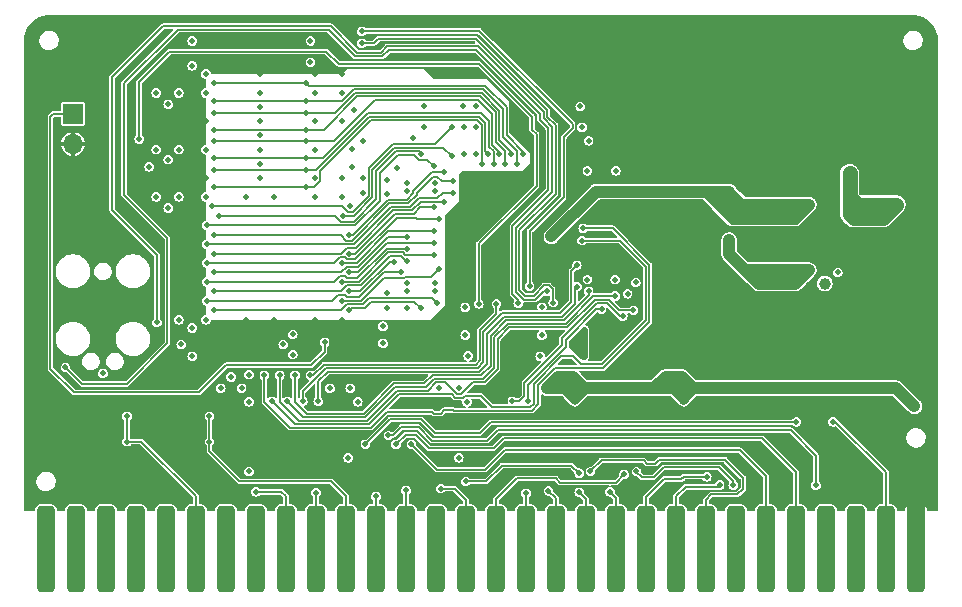
<source format=gbl>
G04 #@! TF.GenerationSoftware,KiCad,Pcbnew,7.0.10*
G04 #@! TF.CreationDate,2024-02-07T20:48:26-05:00*
G04 #@! TF.ProjectId,RAM2E,52414d32-452e-46b6-9963-61645f706362,2.1*
G04 #@! TF.SameCoordinates,Original*
G04 #@! TF.FileFunction,Copper,L4,Bot*
G04 #@! TF.FilePolarity,Positive*
%FSLAX46Y46*%
G04 Gerber Fmt 4.6, Leading zero omitted, Abs format (unit mm)*
G04 Created by KiCad (PCBNEW 7.0.10) date 2024-02-07 20:48:26*
%MOMM*%
%LPD*%
G01*
G04 APERTURE LIST*
G04 Aperture macros list*
%AMRoundRect*
0 Rectangle with rounded corners*
0 $1 Rounding radius*
0 $2 $3 $4 $5 $6 $7 $8 $9 X,Y pos of 4 corners*
0 Add a 4 corners polygon primitive as box body*
4,1,4,$2,$3,$4,$5,$6,$7,$8,$9,$2,$3,0*
0 Add four circle primitives for the rounded corners*
1,1,$1+$1,$2,$3*
1,1,$1+$1,$4,$5*
1,1,$1+$1,$6,$7*
1,1,$1+$1,$8,$9*
0 Add four rect primitives between the rounded corners*
20,1,$1+$1,$2,$3,$4,$5,0*
20,1,$1+$1,$4,$5,$6,$7,0*
20,1,$1+$1,$6,$7,$8,$9,0*
20,1,$1+$1,$8,$9,$2,$3,0*%
G04 Aperture macros list end*
G04 #@! TA.AperFunction,SMDPad,CuDef*
%ADD10RoundRect,0.381000X0.381000X3.289000X-0.381000X3.289000X-0.381000X-3.289000X0.381000X-3.289000X0*%
G04 #@! TD*
G04 #@! TA.AperFunction,ComponentPad*
%ADD11C,2.000000*%
G04 #@! TD*
G04 #@! TA.AperFunction,ComponentPad*
%ADD12R,1.700000X1.700000*%
G04 #@! TD*
G04 #@! TA.AperFunction,ComponentPad*
%ADD13O,1.700000X1.700000*%
G04 #@! TD*
G04 #@! TA.AperFunction,ViaPad*
%ADD14C,0.500000*%
G04 #@! TD*
G04 #@! TA.AperFunction,ViaPad*
%ADD15C,0.600000*%
G04 #@! TD*
G04 #@! TA.AperFunction,ViaPad*
%ADD16C,1.000000*%
G04 #@! TD*
G04 #@! TA.AperFunction,Conductor*
%ADD17C,1.270000*%
G04 #@! TD*
G04 #@! TA.AperFunction,Conductor*
%ADD18C,0.500000*%
G04 #@! TD*
G04 #@! TA.AperFunction,Conductor*
%ADD19C,0.650000*%
G04 #@! TD*
G04 #@! TA.AperFunction,Conductor*
%ADD20C,1.000000*%
G04 #@! TD*
G04 #@! TA.AperFunction,Conductor*
%ADD21C,0.508000*%
G04 #@! TD*
G04 #@! TA.AperFunction,Conductor*
%ADD22C,1.524000*%
G04 #@! TD*
G04 #@! TA.AperFunction,Conductor*
%ADD23C,0.150000*%
G04 #@! TD*
G04 #@! TA.AperFunction,Conductor*
%ADD24C,0.152400*%
G04 #@! TD*
G04 #@! TA.AperFunction,Conductor*
%ADD25C,0.600000*%
G04 #@! TD*
G04 #@! TA.AperFunction,Conductor*
%ADD26C,0.800000*%
G04 #@! TD*
G04 APERTURE END LIST*
D10*
X274320000Y-135282000D03*
X271780000Y-135282000D03*
X269240000Y-135282000D03*
X266700000Y-135282000D03*
X264160000Y-135282000D03*
X261620000Y-135282000D03*
X259080000Y-135282000D03*
X256540000Y-135282000D03*
X254000000Y-135282000D03*
X251460000Y-135282000D03*
X248920000Y-135282000D03*
X246380000Y-135282000D03*
X243840000Y-135282000D03*
X241300000Y-135282000D03*
X238760000Y-135282000D03*
X236220000Y-135282000D03*
X233680000Y-135282000D03*
X231140000Y-135282000D03*
X228600000Y-135282000D03*
X226060000Y-135282000D03*
X223520000Y-135282000D03*
X220980000Y-135282000D03*
X218440000Y-135282000D03*
X215900000Y-135282000D03*
X213360000Y-135282000D03*
X210820000Y-135282000D03*
X208280000Y-135282000D03*
X205740000Y-135282000D03*
X203200000Y-135282000D03*
X200660000Y-135282000D03*
D11*
X274320000Y-128397000D03*
D12*
X202946000Y-98425000D03*
D13*
X202946000Y-100965000D03*
D14*
X245450000Y-122800000D03*
X244825000Y-121650000D03*
X245450000Y-120500000D03*
X254650000Y-122800000D03*
X253125000Y-120700000D03*
X254025000Y-121650000D03*
X254650000Y-120500000D03*
D15*
X269800000Y-106100000D03*
D14*
X244050000Y-120700000D03*
X243100000Y-121650000D03*
D16*
X272650000Y-106100000D03*
D14*
X252300000Y-121650000D03*
D16*
X274193000Y-123190000D03*
X271350000Y-107250000D03*
D15*
X268700000Y-106900000D03*
X268700000Y-103450000D03*
D14*
X222250000Y-131191000D03*
X224790000Y-131191000D03*
X227330000Y-131191000D03*
X229870000Y-131191000D03*
X232410000Y-131191000D03*
X234950000Y-131191000D03*
X217170000Y-131191000D03*
X214630000Y-131191000D03*
X212090000Y-131191000D03*
X209550000Y-131191000D03*
X275844000Y-131191000D03*
X270510000Y-131191000D03*
X265430000Y-131191000D03*
X262890000Y-131191000D03*
X260350000Y-131191000D03*
X257810000Y-131191000D03*
X255270000Y-131191000D03*
X252730000Y-131191000D03*
X250190000Y-131191000D03*
X247650000Y-131191000D03*
X245110000Y-131191000D03*
X242570000Y-131191000D03*
X240030000Y-131191000D03*
X237490000Y-131191000D03*
X275844000Y-118364000D03*
X275844000Y-98044000D03*
X275844000Y-93091000D03*
X199136000Y-93091000D03*
X267970000Y-90424000D03*
X262890000Y-90424000D03*
X257810000Y-90424000D03*
X252730000Y-90424000D03*
X242570000Y-90424000D03*
X247650000Y-90424000D03*
X237998000Y-90424000D03*
X227330000Y-90424000D03*
X232410000Y-90424000D03*
X206756000Y-90424000D03*
X202057000Y-90424000D03*
X199771000Y-90932000D03*
X199136000Y-128270000D03*
X199136000Y-122555000D03*
X199136000Y-117475000D03*
X199136000Y-112395000D03*
X199136000Y-107315000D03*
X275209000Y-90932000D03*
X233750000Y-123150000D03*
X244825000Y-123150000D03*
X242950000Y-123150000D03*
X254025000Y-123150000D03*
X252150000Y-123150000D03*
X215350000Y-123150000D03*
X216325000Y-124100000D03*
X217225000Y-123150000D03*
X226425000Y-123150000D03*
X224550000Y-123150000D03*
X211900000Y-103850000D03*
X223400000Y-115850000D03*
X214200000Y-99050000D03*
X225700000Y-115850000D03*
X214200000Y-103850000D03*
X211000000Y-99000000D03*
X211000000Y-103100000D03*
X210000000Y-103950000D03*
X226400000Y-106200000D03*
X223400000Y-95050000D03*
X225700000Y-95050000D03*
X225700000Y-105450000D03*
X223400000Y-101450000D03*
X223400000Y-105450000D03*
X223400000Y-96650000D03*
X225700000Y-96650000D03*
X229000000Y-92550000D03*
X230150000Y-124800000D03*
X211650000Y-113200000D03*
X265303000Y-123190000D03*
X204470000Y-131191000D03*
X199136000Y-131191000D03*
X201930000Y-131191000D03*
X207010000Y-131191000D03*
X267970000Y-131191000D03*
X228250000Y-91900000D03*
X275844000Y-123444000D03*
X229900000Y-93500000D03*
X201676000Y-125095000D03*
X204216000Y-122555000D03*
X209296000Y-122555000D03*
X206756000Y-125095000D03*
X211836000Y-125349000D03*
X211836000Y-120015000D03*
X270383000Y-123190000D03*
X272923000Y-90424000D03*
X218650000Y-125900000D03*
X217050000Y-126700000D03*
X220000000Y-105450000D03*
X217600000Y-105450000D03*
X218800000Y-103850000D03*
X218800000Y-101450000D03*
X218800000Y-99050000D03*
X218800000Y-96650000D03*
X218800000Y-95050000D03*
X218800000Y-102650000D03*
X218800000Y-97850000D03*
X218800000Y-100250000D03*
X220000000Y-115850000D03*
X217600000Y-115850000D03*
X199136000Y-102235000D03*
X199136000Y-97155000D03*
X201676000Y-94615000D03*
X206756000Y-99695000D03*
D16*
X269300000Y-112800000D03*
D14*
X260350000Y-98044000D03*
X262890000Y-100584000D03*
X257810000Y-100584000D03*
X273050000Y-100584000D03*
X275844000Y-113284000D03*
X275844000Y-103124000D03*
D16*
X267950000Y-113950000D03*
X265250000Y-113950000D03*
X262550000Y-113950000D03*
X259850000Y-113950000D03*
D14*
X275844000Y-108204000D03*
X272923000Y-115570000D03*
X272923000Y-120650000D03*
X267843000Y-120650000D03*
X260604000Y-123190000D03*
X263144000Y-125730000D03*
X273050000Y-131699000D03*
D16*
X258500000Y-112800000D03*
D14*
X270383000Y-118110000D03*
X214550000Y-94050000D03*
X214550000Y-92250000D03*
X267843000Y-115570000D03*
X262763000Y-115570000D03*
X214550000Y-116950000D03*
X214550000Y-118950000D03*
X226300000Y-91300000D03*
X241950000Y-117150000D03*
X231250000Y-112750000D03*
X232700000Y-97800000D03*
X241700000Y-118900000D03*
X248100000Y-101650000D03*
X248850000Y-111750000D03*
X247400000Y-118900000D03*
X241950000Y-114800000D03*
X237050000Y-101800000D03*
X250600000Y-111500000D03*
X247400000Y-117200000D03*
X235450000Y-114800000D03*
X233600000Y-104950000D03*
X231250000Y-104950000D03*
X233600000Y-112750000D03*
X246500000Y-111750000D03*
X244700000Y-99500000D03*
X237850000Y-105600000D03*
X240800000Y-106600000D03*
X229500000Y-105200000D03*
X240750000Y-118050000D03*
X244700000Y-97800000D03*
X246500000Y-103950000D03*
X237050000Y-99550000D03*
X235450000Y-117200000D03*
X232700000Y-99500000D03*
X237050000Y-97750000D03*
X234250000Y-118050000D03*
X201580000Y-115850000D03*
X205486000Y-110490000D03*
X206756000Y-104775000D03*
X204030000Y-114300000D03*
X201676000Y-104775000D03*
X267970000Y-100584000D03*
X265430000Y-98044000D03*
X270510000Y-98044000D03*
X255270000Y-98044000D03*
X252730000Y-100584000D03*
X250190000Y-98044000D03*
X255270000Y-103124000D03*
D16*
X263900000Y-108800000D03*
D14*
X251550000Y-105900000D03*
X240800000Y-99450000D03*
X206756000Y-94107000D03*
X209450000Y-92950000D03*
X246850000Y-99900000D03*
X265303000Y-118110000D03*
X262763000Y-120650000D03*
X245100000Y-119450000D03*
X211000000Y-94200000D03*
X221551500Y-90424001D03*
X237000000Y-122800000D03*
D16*
X262600000Y-104400000D03*
D14*
X235200000Y-118900000D03*
X252730000Y-95504000D03*
X219710000Y-131191000D03*
D16*
X261200000Y-103250000D03*
D14*
X231200000Y-114850000D03*
D16*
X272700000Y-112500000D03*
D14*
X242750000Y-127550000D03*
X242700000Y-101900000D03*
X267700000Y-109850000D03*
X229500000Y-114850000D03*
X223050000Y-118800000D03*
D16*
X266600000Y-108800000D03*
D14*
X218500000Y-122800000D03*
D16*
X261200000Y-108800000D03*
D14*
X249750000Y-110550000D03*
D16*
X269050000Y-124850000D03*
X272650000Y-104400000D03*
D14*
X273050000Y-95504000D03*
X234750000Y-124150000D03*
X227750000Y-122900000D03*
X242150000Y-126400000D03*
X260500000Y-128700000D03*
D16*
X262550000Y-109950000D03*
X259850000Y-109950000D03*
D14*
X223050000Y-117100000D03*
X242400000Y-99550000D03*
X242100000Y-128700000D03*
X215582500Y-90424001D03*
X227500000Y-100750000D03*
X210502500Y-90424000D03*
D16*
X265250000Y-109950000D03*
D14*
X260500000Y-126400000D03*
D16*
X271350000Y-113650000D03*
D14*
X254650000Y-126400000D03*
D15*
X267600000Y-105150000D03*
D14*
X243750000Y-98500000D03*
D16*
X267850000Y-126200000D03*
D14*
X225400000Y-93150000D03*
X233550000Y-127550000D03*
D16*
X265200000Y-104400000D03*
D14*
X250190000Y-92964000D03*
X251950000Y-127550000D03*
X232900000Y-128700000D03*
X224550000Y-92250000D03*
X224550000Y-116550000D03*
X223700000Y-128650000D03*
X251300000Y-126400000D03*
D16*
X263900000Y-103250000D03*
D14*
X223700000Y-126400000D03*
X210000000Y-95150000D03*
X269050000Y-127350000D03*
X226600000Y-101400000D03*
X235600000Y-123050000D03*
X228350000Y-128700000D03*
D15*
X269800000Y-105000000D03*
D14*
X210000000Y-99950000D03*
D16*
X259850000Y-104350000D03*
D14*
X227475000Y-105150000D03*
X249300000Y-103850000D03*
X224550000Y-94350000D03*
X254250000Y-128850000D03*
X261150000Y-127550000D03*
D15*
X271350000Y-103450000D03*
D14*
X245450000Y-126400000D03*
X247650000Y-95504000D03*
X215500000Y-117950000D03*
X230300000Y-126400000D03*
X231600000Y-126400000D03*
X257700000Y-129850000D03*
X256600000Y-129150000D03*
X243200000Y-130350000D03*
X241300000Y-130550000D03*
X214503000Y-124015500D03*
X214503000Y-126174500D03*
X265850000Y-129850000D03*
X229650000Y-125650000D03*
X218440000Y-130429000D03*
X234100000Y-130150000D03*
X231140000Y-130302000D03*
X228600000Y-130810000D03*
X223520000Y-130500000D03*
X267300000Y-124500000D03*
X249600000Y-128950000D03*
X245800000Y-130450000D03*
X248412000Y-130429000D03*
X246750000Y-128700000D03*
X250650000Y-128700000D03*
X258850000Y-129850000D03*
X245800000Y-128850000D03*
X236200000Y-129550000D03*
X236300000Y-122800000D03*
X235625000Y-121650000D03*
X217850000Y-120500000D03*
X215450000Y-121650000D03*
X217225000Y-121650000D03*
X216325000Y-120700000D03*
X217850000Y-122800000D03*
X226425000Y-121650000D03*
X227050000Y-122800000D03*
X214200000Y-101450000D03*
X214200000Y-96650000D03*
X211900000Y-101450000D03*
X211900000Y-105450000D03*
X211900000Y-115850000D03*
X214200000Y-115850000D03*
X211900000Y-96650000D03*
X210000000Y-105450000D03*
X214200000Y-95050000D03*
X211000000Y-102300000D03*
X211000000Y-106400000D03*
X226600000Y-102900000D03*
X223400000Y-99050000D03*
X223400000Y-103850000D03*
X225700000Y-99050000D03*
X225700000Y-103850000D03*
X213050000Y-92250000D03*
X213050000Y-116550000D03*
X213050000Y-118950000D03*
X212100000Y-117950000D03*
X235950000Y-97800000D03*
X248850000Y-112450000D03*
X246600000Y-100700000D03*
X231250000Y-104250000D03*
X242650000Y-114800000D03*
X231250000Y-113450000D03*
X245900000Y-97800000D03*
X229500000Y-104000000D03*
X242650000Y-117150000D03*
X236150000Y-114800000D03*
X250600000Y-112700000D03*
X236050000Y-99550000D03*
X233600000Y-113450000D03*
X248900000Y-103250000D03*
X246500000Y-112450000D03*
X246500000Y-103250000D03*
X236150000Y-117150000D03*
X246050000Y-99550000D03*
X242500000Y-118950000D03*
X230350000Y-103050000D03*
X233600000Y-104250000D03*
X205486000Y-120396000D03*
X236050000Y-101800000D03*
X211000000Y-97600000D03*
X249900000Y-113650000D03*
X231700000Y-100500000D03*
D16*
X265250000Y-111650000D03*
D14*
X209400000Y-102900000D03*
X229200000Y-116400000D03*
D16*
X258500000Y-109100000D03*
D14*
X226250000Y-127550000D03*
X221550000Y-118800000D03*
X236400000Y-118900000D03*
X223050000Y-94050000D03*
X221550000Y-117100000D03*
X229200000Y-117850000D03*
X213050000Y-94350000D03*
X227500000Y-103850000D03*
X214200000Y-105450000D03*
X267700000Y-111850000D03*
X224700000Y-121650000D03*
D16*
X266600000Y-112800000D03*
D14*
X229500000Y-113550000D03*
D16*
X259850000Y-111650000D03*
D14*
X220750000Y-117950000D03*
X223050000Y-92250000D03*
X217850000Y-128700000D03*
X226750000Y-98100000D03*
X210000000Y-96650000D03*
X235600000Y-127550000D03*
D16*
X262550000Y-111650000D03*
D14*
X233900000Y-121650000D03*
D16*
X261200000Y-112800000D03*
D14*
X210000000Y-101450000D03*
D16*
X263900000Y-112800000D03*
D14*
X210058000Y-116078000D03*
X243050000Y-113450000D03*
X202311000Y-119888000D03*
X240650000Y-114450000D03*
X227400000Y-92450000D03*
X243600000Y-114400000D03*
X222700000Y-102150000D03*
X214900000Y-102150000D03*
X238550000Y-102700000D03*
X222700000Y-100750000D03*
X214900000Y-100750000D03*
X239050000Y-101800000D03*
X222700000Y-99750000D03*
X214900000Y-99750000D03*
X239550000Y-102700000D03*
X222700000Y-98350000D03*
X240050000Y-101800000D03*
X214900000Y-98350000D03*
X222700000Y-104650000D03*
X214900000Y-104650000D03*
X237550000Y-102700000D03*
X222700000Y-103150000D03*
X214900000Y-103150000D03*
X238050000Y-101800000D03*
X222700000Y-95850000D03*
X241050000Y-101800000D03*
X214900000Y-95850000D03*
X222700000Y-97350000D03*
X240550000Y-102700000D03*
X214900000Y-97350000D03*
X225800000Y-107050000D03*
X235000000Y-102000000D03*
X232400000Y-101800000D03*
X215300000Y-107050000D03*
X214300000Y-107850000D03*
X233500000Y-102850000D03*
X234400000Y-103350000D03*
X226300000Y-108650000D03*
X214850000Y-108650000D03*
X235100000Y-104100000D03*
X214850000Y-110250000D03*
X234400000Y-105850000D03*
X226350000Y-110250000D03*
X233500000Y-106350000D03*
X214300000Y-109450000D03*
X235100000Y-105100000D03*
X214300000Y-111050000D03*
X233900000Y-107350000D03*
X225750000Y-111050000D03*
X233500000Y-108350000D03*
X214850000Y-111850000D03*
X231250000Y-108850000D03*
X226350000Y-111850000D03*
X233500000Y-109350000D03*
X214300000Y-112650000D03*
X231250000Y-109850000D03*
X225750000Y-112650000D03*
X233500000Y-110350000D03*
X214850000Y-113450000D03*
X231250000Y-110850000D03*
X226350000Y-113450000D03*
X230150000Y-110950000D03*
X226350000Y-115050000D03*
X232400000Y-114900000D03*
X214850000Y-115050000D03*
X233750000Y-114450000D03*
X225750000Y-114250000D03*
X233900000Y-111600000D03*
X214300000Y-114250000D03*
X230750000Y-111850000D03*
X235050000Y-99550000D03*
X214750000Y-106250000D03*
X246050000Y-109150000D03*
X219800000Y-122750000D03*
X219150000Y-120550000D03*
X246150000Y-108100000D03*
X246600000Y-113450000D03*
X221750000Y-120550000D03*
X248850000Y-113850000D03*
X221100000Y-122750000D03*
X245600000Y-111250000D03*
X222400000Y-122750000D03*
X223700000Y-122750000D03*
X245650000Y-113050000D03*
X238800000Y-114500000D03*
X223050000Y-120550000D03*
X250400000Y-115050000D03*
X220450000Y-120550000D03*
X249500000Y-115550000D03*
X240150000Y-122750000D03*
X247700000Y-114950000D03*
X241450000Y-122750000D03*
X207518000Y-126174500D03*
X207518000Y-124015500D03*
X224250000Y-117750000D03*
X264200000Y-124500000D03*
X227700000Y-126400000D03*
D16*
X262600000Y-106100000D03*
X263900000Y-107250000D03*
D14*
X245200000Y-118050000D03*
D16*
X259850000Y-106100000D03*
X265250000Y-106100000D03*
X258500000Y-105000000D03*
X243450000Y-108800000D03*
X261200000Y-107300000D03*
D14*
X246200000Y-118950000D03*
X208550000Y-100550000D03*
X237300000Y-114500000D03*
X227400000Y-91440000D03*
X241600000Y-113000000D03*
D17*
X271350000Y-107250000D02*
X272500000Y-106100000D01*
D18*
X245450000Y-120500000D02*
X245550000Y-120600000D01*
D19*
X268700000Y-103450000D02*
X268700000Y-105050000D01*
D20*
X252300000Y-121650000D02*
X244825000Y-121650000D01*
X245550000Y-120950000D02*
X245550000Y-121650000D01*
X274193000Y-123190000D02*
X272653000Y-121650000D01*
X244050000Y-120700000D02*
X243100000Y-121650000D01*
X272653000Y-121650000D02*
X254025000Y-121650000D01*
D18*
X254750000Y-122700000D02*
X254650000Y-122800000D01*
D21*
X245450000Y-122800000D02*
X245450000Y-120500000D01*
D18*
X252300000Y-121650000D02*
X253500000Y-121650000D01*
D21*
X254025000Y-121125000D02*
X254650000Y-120500000D01*
X244825000Y-121650000D02*
X244825000Y-121125000D01*
D20*
X245300000Y-120700000D02*
X245550000Y-120950000D01*
D17*
X269500000Y-106100000D02*
X268700000Y-106900000D01*
D18*
X245350000Y-120600000D02*
X245350000Y-122700000D01*
D17*
X272650000Y-106100000D02*
X271500000Y-107250000D01*
D18*
X244300000Y-121650000D02*
X245450000Y-120500000D01*
D20*
X244825000Y-121650000D02*
X243100000Y-121650000D01*
D18*
X254550000Y-120600000D02*
X254550000Y-122700000D01*
D20*
X244050000Y-120700000D02*
X245300000Y-120700000D01*
X253125000Y-120700000D02*
X254500000Y-120700000D01*
D18*
X254650000Y-120500000D02*
X254550000Y-120600000D01*
D17*
X272650000Y-106100000D02*
X269500000Y-106100000D01*
D18*
X244825000Y-121475000D02*
X244825000Y-121650000D01*
D20*
X253125000Y-120700000D02*
X254025000Y-121600000D01*
D18*
X245450000Y-120500000D02*
X245350000Y-120600000D01*
X243100000Y-121650000D02*
X244300000Y-121650000D01*
D20*
X254025000Y-121600000D02*
X254025000Y-121650000D01*
D18*
X254550000Y-122700000D02*
X254650000Y-122800000D01*
X246600000Y-121650000D02*
X252300000Y-121650000D01*
D20*
X252175000Y-121650000D02*
X244825000Y-121650000D01*
D18*
X245450000Y-120500000D02*
X246600000Y-121650000D01*
D17*
X271350000Y-107250000D02*
X270200000Y-106100000D01*
X270200000Y-106100000D02*
X269800000Y-106100000D01*
D18*
X245350000Y-122700000D02*
X245450000Y-122800000D01*
D20*
X253125000Y-120700000D02*
X252175000Y-121650000D01*
D18*
X245550000Y-121650000D02*
X245550000Y-122700000D01*
D21*
X254025000Y-122175000D02*
X254650000Y-122800000D01*
D18*
X244300000Y-121650000D02*
X245450000Y-122800000D01*
D21*
X244825000Y-121125000D02*
X245450000Y-120500000D01*
D18*
X244050000Y-120700000D02*
X244825000Y-121475000D01*
D20*
X254025000Y-121650000D02*
X252300000Y-121650000D01*
D18*
X254650000Y-120500000D02*
X254750000Y-120600000D01*
D19*
X269750000Y-106100000D02*
X272650000Y-106100000D01*
X268700000Y-105050000D02*
X269750000Y-106100000D01*
D18*
X245550000Y-120600000D02*
X245550000Y-121650000D01*
X254650000Y-122800000D02*
X255800000Y-121650000D01*
D17*
X268700000Y-103450000D02*
X268700000Y-106900000D01*
D18*
X245450000Y-122800000D02*
X246600000Y-121650000D01*
D17*
X269050000Y-107250000D02*
X268700000Y-106900000D01*
D18*
X254650000Y-120500000D02*
X255800000Y-121650000D01*
X245550000Y-122700000D02*
X245450000Y-122800000D01*
D17*
X272500000Y-106100000D02*
X272650000Y-106100000D01*
D21*
X254650000Y-122800000D02*
X254650000Y-120500000D01*
X254025000Y-121650000D02*
X254025000Y-122175000D01*
X244825000Y-122175000D02*
X245450000Y-122800000D01*
D20*
X254500000Y-120700000D02*
X255450000Y-121650000D01*
D17*
X271350000Y-107250000D02*
X269050000Y-107250000D01*
X271500000Y-107250000D02*
X271350000Y-107250000D01*
D21*
X244825000Y-121650000D02*
X244825000Y-122175000D01*
D18*
X253500000Y-121650000D02*
X254650000Y-122800000D01*
X254750000Y-120600000D02*
X254750000Y-122700000D01*
D21*
X254025000Y-121650000D02*
X254025000Y-121125000D01*
D22*
X274320000Y-135282000D02*
X274320000Y-128397000D01*
D23*
X230300000Y-126400000D02*
X231100000Y-125600000D01*
X231950000Y-125600000D02*
X233100000Y-126750000D01*
X261300000Y-125900000D02*
X264160000Y-128760000D01*
X231100000Y-125600000D02*
X231950000Y-125600000D01*
X238550000Y-126750000D02*
X239400000Y-125900000D01*
X264160000Y-128760000D02*
X264160000Y-135282000D01*
X239400000Y-125900000D02*
X261300000Y-125900000D01*
X233100000Y-126750000D02*
X238550000Y-126750000D01*
X237850000Y-128550000D02*
X239500000Y-126900000D01*
X239500000Y-126900000D02*
X259400000Y-126900000D01*
X231600000Y-126400000D02*
X233750000Y-128550000D01*
X233750000Y-128550000D02*
X237850000Y-128550000D01*
X261620000Y-130810000D02*
X261620000Y-135282000D01*
X261620000Y-129120000D02*
X261620000Y-130810000D01*
X259400000Y-126900000D02*
X261620000Y-129120000D01*
D24*
X254000000Y-130810000D02*
X254000000Y-135382000D01*
D23*
X257550000Y-130000000D02*
X254810000Y-130000000D01*
X257700000Y-129850000D02*
X257550000Y-130000000D01*
X254810000Y-130000000D02*
X254000000Y-130810000D01*
X253000000Y-129350000D02*
X251460000Y-130890000D01*
X256600000Y-129150000D02*
X254650000Y-129150000D01*
X254650000Y-129150000D02*
X254450000Y-129350000D01*
X254450000Y-129350000D02*
X253000000Y-129350000D01*
X251460000Y-130890000D02*
X251460000Y-135282000D01*
X243200000Y-130350000D02*
X243840000Y-130990000D01*
X243840000Y-130990000D02*
X243840000Y-135282000D01*
D24*
X241300000Y-130810000D02*
X241300000Y-135382000D01*
D23*
X241300000Y-130810000D02*
X241300000Y-130550000D01*
X214503000Y-126174500D02*
X214503000Y-124015500D01*
X217043000Y-129540000D02*
X224790000Y-129540000D01*
X224790000Y-129540000D02*
X226060000Y-130810000D01*
D24*
X226060000Y-130810000D02*
X226060000Y-135382000D01*
D23*
X214503000Y-126174500D02*
X214503000Y-127000000D01*
X214503000Y-127000000D02*
X217043000Y-129540000D01*
X265850000Y-127350000D02*
X265850000Y-129850000D01*
X230700000Y-124950000D02*
X232200000Y-124950000D01*
X229650000Y-125650000D02*
X230000000Y-125650000D01*
X238900000Y-125200000D02*
X263700000Y-125200000D01*
X232200000Y-124950000D02*
X233350000Y-126100000D01*
X233350000Y-126100000D02*
X238000000Y-126100000D01*
X230000000Y-125650000D02*
X230700000Y-124950000D01*
X263700000Y-125200000D02*
X265850000Y-127350000D01*
X238000000Y-126100000D02*
X238900000Y-125200000D01*
X220599000Y-130429000D02*
X218440000Y-130429000D01*
X220980000Y-130810000D02*
X220599000Y-130429000D01*
X220980000Y-135282000D02*
X220980000Y-130810000D01*
D24*
X235250000Y-130150000D02*
X236220000Y-131120000D01*
X236220000Y-131120000D02*
X236220000Y-135382000D01*
X234100000Y-130150000D02*
X235250000Y-130150000D01*
X231140000Y-135382000D02*
X231140000Y-130302000D01*
X228600000Y-135382000D02*
X228600000Y-130810000D01*
X223520000Y-135382000D02*
X223520000Y-130500000D01*
D23*
X271780000Y-128780000D02*
X271780000Y-135282000D01*
X267300000Y-124500000D02*
X267500000Y-124500000D01*
X267500000Y-124500000D02*
X271780000Y-128780000D01*
X244204000Y-129650000D02*
X243840000Y-129286000D01*
X238760000Y-131064000D02*
X238760000Y-135282000D01*
X240538000Y-129286000D02*
X238760000Y-131064000D01*
X249600000Y-128950000D02*
X248900000Y-129650000D01*
X243840000Y-129286000D02*
X240538000Y-129286000D01*
X248900000Y-129650000D02*
X244204000Y-129650000D01*
X246380000Y-131030000D02*
X246380000Y-135282000D01*
X245800000Y-130450000D02*
X246380000Y-131030000D01*
X248920000Y-130937000D02*
X248920000Y-135282000D01*
X248412000Y-130429000D02*
X248920000Y-130937000D01*
X247700000Y-127750000D02*
X251250000Y-127750000D01*
X251550000Y-128050000D02*
X252250000Y-128050000D01*
X257000000Y-130650000D02*
X256540000Y-131110000D01*
X259700000Y-130150000D02*
X259200000Y-130650000D01*
X251250000Y-127750000D02*
X251550000Y-128050000D01*
X256540000Y-131110000D02*
X256540000Y-135282000D01*
X252600000Y-127700000D02*
X258150000Y-127700000D01*
X246750000Y-128700000D02*
X247700000Y-127750000D01*
X252250000Y-128050000D02*
X252600000Y-127700000D01*
X259200000Y-130650000D02*
X257000000Y-130650000D01*
X259700000Y-129250000D02*
X259700000Y-130150000D01*
X258150000Y-127700000D02*
X259700000Y-129250000D01*
X252100000Y-129200000D02*
X251100000Y-129200000D01*
X257650000Y-128350000D02*
X252950000Y-128350000D01*
X258850000Y-129850000D02*
X258850000Y-129550000D01*
X250650000Y-128750000D02*
X250650000Y-128700000D01*
X251100000Y-129200000D02*
X250650000Y-128750000D01*
X258850000Y-129550000D02*
X257650000Y-128350000D01*
X252950000Y-128350000D02*
X252100000Y-129200000D01*
X245150000Y-128200000D02*
X245800000Y-128850000D01*
X236200000Y-129550000D02*
X237900000Y-129550000D01*
X239250000Y-128200000D02*
X245150000Y-128200000D01*
X237900000Y-129550000D02*
X239250000Y-128200000D01*
D20*
X258500000Y-109100000D02*
X258500000Y-110300000D01*
X264650000Y-112250000D02*
X265250000Y-111650000D01*
X259850000Y-111650000D02*
X261000000Y-112800000D01*
X260450000Y-112250000D02*
X264650000Y-112250000D01*
X259850000Y-111650000D02*
X265250000Y-111650000D01*
X263900000Y-112800000D02*
X264100000Y-112800000D01*
X259850000Y-111650000D02*
X260450000Y-112250000D01*
X261200000Y-112800000D02*
X263900000Y-112800000D01*
X264100000Y-112800000D02*
X264650000Y-112250000D01*
X261000000Y-112800000D02*
X261200000Y-112800000D01*
X258500000Y-110300000D02*
X259850000Y-111650000D01*
D23*
X240450000Y-108100000D02*
X243500000Y-105050000D01*
X242800000Y-113450000D02*
X242100000Y-114150000D01*
X242800000Y-98800000D02*
X242800000Y-98250000D01*
X229000000Y-93250000D02*
X227000000Y-93250000D01*
X243500000Y-105050000D02*
X243500000Y-99500000D01*
X229550000Y-92700000D02*
X229000000Y-93250000D01*
X241100000Y-114150000D02*
X240450000Y-113500000D01*
X242100000Y-114150000D02*
X241100000Y-114150000D01*
X243500000Y-99500000D02*
X242800000Y-98800000D01*
X210575000Y-91000000D02*
X206250000Y-95325000D01*
X206250000Y-95325000D02*
X206250000Y-106555000D01*
X227000000Y-93250000D02*
X224750000Y-91000000D01*
X240450000Y-113500000D02*
X240450000Y-108100000D01*
X210058000Y-110363000D02*
X210058000Y-116078000D01*
X237250000Y-92700000D02*
X229550000Y-92700000D01*
X206250000Y-106555000D02*
X210058000Y-110363000D01*
X243150000Y-113450000D02*
X242800000Y-113450000D01*
X242800000Y-98250000D02*
X237250000Y-92700000D01*
X224750000Y-91000000D02*
X210575000Y-91000000D01*
X210947000Y-108966000D02*
X207250000Y-105269000D01*
X237100000Y-93000000D02*
X242500000Y-98400000D01*
X243200000Y-104900000D02*
X240150000Y-107950000D01*
X240150000Y-113650000D02*
X240650000Y-114150000D01*
X210947000Y-117856000D02*
X210947000Y-108966000D01*
X211800000Y-91300000D02*
X224600000Y-91300000D01*
X240150000Y-107950000D02*
X240150000Y-113650000D01*
X240650000Y-114150000D02*
X240650000Y-114450000D01*
X242500000Y-98400000D02*
X242500000Y-98950000D01*
X207518000Y-121285000D02*
X210947000Y-117856000D01*
X243200000Y-99650000D02*
X243200000Y-104900000D01*
X226850000Y-93550000D02*
X229150000Y-93550000D01*
X202311000Y-119888000D02*
X203708000Y-121285000D01*
X207250000Y-95850000D02*
X211800000Y-91300000D01*
X203708000Y-121285000D02*
X207518000Y-121285000D01*
X242500000Y-98950000D02*
X243200000Y-99650000D01*
X229150000Y-93550000D02*
X229700000Y-93000000D01*
X207250000Y-105269000D02*
X207250000Y-95850000D01*
X224600000Y-91300000D02*
X226850000Y-93550000D01*
X229700000Y-93000000D02*
X237100000Y-93000000D01*
X243600000Y-114400000D02*
X243550000Y-114350000D01*
X240750000Y-113350000D02*
X240750000Y-108250000D01*
X243800000Y-105200000D02*
X243800000Y-99350000D01*
X240750000Y-108250000D02*
X243800000Y-105200000D01*
X228800000Y-92050000D02*
X228400000Y-92450000D01*
X241950000Y-113850000D02*
X241250000Y-113850000D01*
X243100000Y-98650000D02*
X243100000Y-98100000D01*
X242850000Y-112950000D02*
X241950000Y-113850000D01*
X243550000Y-114350000D02*
X243550000Y-113250000D01*
X243250000Y-112950000D02*
X242850000Y-112950000D01*
X237050000Y-92050000D02*
X228800000Y-92050000D01*
X243800000Y-99350000D02*
X243100000Y-98650000D01*
X243550000Y-113250000D02*
X243250000Y-112950000D01*
X243100000Y-98100000D02*
X237050000Y-92050000D01*
X241250000Y-113850000D02*
X240750000Y-113350000D01*
X228400000Y-92450000D02*
X227400000Y-92450000D01*
X238150000Y-99050000D02*
X238150000Y-101200000D01*
X227900000Y-98350000D02*
X237450000Y-98350000D01*
X237450000Y-98350000D02*
X238150000Y-99050000D01*
X224100000Y-102150000D02*
X227900000Y-98350000D01*
X238550000Y-101600000D02*
X238550000Y-102700000D01*
X222750000Y-102150000D02*
X224100000Y-102150000D01*
X214900000Y-102150000D02*
X222700000Y-102150000D01*
X238150000Y-101200000D02*
X238550000Y-101600000D01*
X222700000Y-100750000D02*
X221149998Y-100750000D01*
X225050000Y-100750000D02*
X222700000Y-100750000D01*
X238450000Y-98450000D02*
X237250000Y-97250000D01*
X221149998Y-100750000D02*
X214900000Y-100750000D01*
X238450000Y-101050000D02*
X238450000Y-98450000D01*
X237250000Y-97250000D02*
X228550000Y-97250000D01*
X239050000Y-101650000D02*
X238450000Y-101050000D01*
X239050000Y-101800000D02*
X239050000Y-101650000D01*
X228550000Y-97250000D02*
X225050000Y-100750000D01*
X238750000Y-100800000D02*
X238750000Y-98300000D01*
X239550000Y-101600000D02*
X238750000Y-100800000D01*
X222700000Y-99750000D02*
X224200000Y-99750000D01*
X227000000Y-96950000D02*
X237400000Y-96950000D01*
X238750000Y-98300000D02*
X237400000Y-96950000D01*
X216559338Y-99750000D02*
X214900000Y-99750000D01*
X222700000Y-99750000D02*
X216559338Y-99750000D01*
X224200000Y-99750000D02*
X227000000Y-96950000D01*
X239550000Y-102700000D02*
X239550000Y-101600000D01*
X226850000Y-96650000D02*
X225150000Y-98350000D01*
X239050000Y-100650000D02*
X239050000Y-98150000D01*
X225150000Y-98350000D02*
X222700000Y-98350000D01*
X237550000Y-96650000D02*
X226850000Y-96650000D01*
X214900000Y-98350000D02*
X222700000Y-98350000D01*
X240050000Y-101650000D02*
X239050000Y-100650000D01*
X240050000Y-101800000D02*
X240050000Y-101650000D01*
X239050000Y-98150000D02*
X237550000Y-96650000D01*
X228200000Y-98950000D02*
X237150000Y-98950000D01*
X214900000Y-104650000D02*
X222700000Y-104650000D01*
X237550000Y-99350000D02*
X237550000Y-102700000D01*
X222750000Y-104650000D02*
X223350000Y-104650000D01*
X223900000Y-104100000D02*
X223900000Y-103250000D01*
X223900000Y-103250000D02*
X228200000Y-98950000D01*
X237150000Y-98950000D02*
X237550000Y-99350000D01*
X223350000Y-104650000D02*
X223900000Y-104100000D01*
X222700000Y-103150000D02*
X223550000Y-103150000D01*
X237850000Y-101600000D02*
X238050000Y-101800000D01*
X237300000Y-98650000D02*
X237850000Y-99200000D01*
X228050000Y-98650000D02*
X237300000Y-98650000D01*
X222700000Y-103150000D02*
X214900000Y-103150000D01*
X237850000Y-99200000D02*
X237850000Y-101600000D01*
X223550000Y-103150000D02*
X228050000Y-98650000D01*
X222900000Y-96050000D02*
X237850000Y-96050000D01*
X214900000Y-95850000D02*
X222700000Y-95850000D01*
X241050000Y-101800000D02*
X241050000Y-101650000D01*
X239650000Y-100250000D02*
X239650000Y-97850000D01*
X222700000Y-95850000D02*
X222900000Y-96050000D01*
X239650000Y-97850000D02*
X237850000Y-96050000D01*
X241050000Y-101650000D02*
X239650000Y-100250000D01*
X240550000Y-102700000D02*
X240550000Y-101600000D01*
X237700000Y-96350000D02*
X226700000Y-96350000D01*
X225700000Y-97350000D02*
X222700000Y-97350000D01*
X219049998Y-97350000D02*
X214900000Y-97350000D01*
X222700000Y-97350000D02*
X219049998Y-97350000D01*
X239350000Y-100400000D02*
X239350000Y-98000000D01*
X240550000Y-101600000D02*
X239350000Y-100400000D01*
X226700000Y-96350000D02*
X225700000Y-97350000D01*
X239350000Y-98000000D02*
X237700000Y-96350000D01*
X226750000Y-107050000D02*
X226700000Y-107050000D01*
X226700000Y-107050000D02*
X225800000Y-107050000D01*
X235000000Y-102000000D02*
X234300000Y-101300000D01*
X228300000Y-103150000D02*
X228300000Y-105500000D01*
X230150000Y-101300000D02*
X228300000Y-103150000D01*
X234300000Y-101300000D02*
X230150000Y-101300000D01*
X228300000Y-105500000D02*
X226750000Y-107050000D01*
X225600000Y-107550000D02*
X225100000Y-107050000D01*
X228600000Y-105650000D02*
X226700000Y-107550000D01*
X225100000Y-107050000D02*
X215300000Y-107050000D01*
X226700000Y-107550000D02*
X225600000Y-107550000D01*
X232200000Y-101600000D02*
X230300000Y-101600000D01*
X230300000Y-101600000D02*
X228600000Y-103300000D01*
X228600000Y-103300000D02*
X228600000Y-105650000D01*
X232400000Y-101800000D02*
X232200000Y-101600000D01*
X226850000Y-107850000D02*
X228900000Y-105800000D01*
X232950000Y-102300000D02*
X233500000Y-102850000D01*
X230450000Y-101900000D02*
X231800000Y-101900000D01*
X228900000Y-105800000D02*
X228900000Y-103450000D01*
X228900000Y-103450000D02*
X230450000Y-101900000D01*
X214300000Y-107850000D02*
X226850000Y-107850000D01*
X232200000Y-102300000D02*
X232950000Y-102300000D01*
X231800000Y-101900000D02*
X232200000Y-102300000D01*
X233350000Y-103350000D02*
X234400000Y-103350000D01*
X229575000Y-105700000D02*
X231200000Y-105700000D01*
X231750000Y-104950000D02*
X233350000Y-103350000D01*
X231750000Y-105150000D02*
X231750000Y-104950000D01*
X231200000Y-105700000D02*
X231750000Y-105150000D01*
X226625000Y-108650000D02*
X229575000Y-105700000D01*
X226300000Y-108650000D02*
X226625000Y-108650000D01*
X232050000Y-105300000D02*
X231350000Y-106000000D01*
X235100000Y-104100000D02*
X234150000Y-104100000D01*
X234150000Y-104100000D02*
X233800000Y-103750000D01*
X232050000Y-105100000D02*
X232050000Y-105300000D01*
X231350000Y-106000000D02*
X229700000Y-106000000D01*
X229700000Y-106000000D02*
X226550000Y-109150000D01*
X226550000Y-109150000D02*
X226100000Y-109150000D01*
X233800000Y-103750000D02*
X233400000Y-103750000D01*
X225600000Y-108650000D02*
X214850000Y-108650000D01*
X233400000Y-103750000D02*
X232050000Y-105100000D01*
X226100000Y-109150000D02*
X225600000Y-108650000D01*
X231650000Y-106600000D02*
X232400000Y-105850000D01*
X226900000Y-109750000D02*
X230050000Y-106600000D01*
X234400000Y-105850000D02*
X232400000Y-105850000D01*
X226150000Y-109750000D02*
X225650000Y-110250000D01*
X226900000Y-109750000D02*
X226150000Y-109750000D01*
X230050000Y-106600000D02*
X231650000Y-106600000D01*
X225650000Y-110250000D02*
X214850000Y-110250000D01*
X231800000Y-106900000D02*
X230200000Y-106900000D01*
X233500000Y-106350000D02*
X232350000Y-106350000D01*
X230200000Y-106900000D02*
X226850000Y-110250000D01*
X232350000Y-106350000D02*
X231800000Y-106900000D01*
X226850000Y-110250000D02*
X226350000Y-110250000D01*
X226750000Y-109450000D02*
X229900000Y-106300000D01*
X231500000Y-106300000D02*
X229900000Y-106300000D01*
X234250000Y-105100000D02*
X233800000Y-105550000D01*
X232250000Y-105550000D02*
X231500000Y-106300000D01*
X214300000Y-109450000D02*
X226750000Y-109450000D01*
X233800000Y-105550000D02*
X232250000Y-105550000D01*
X235100000Y-105100000D02*
X234250000Y-105100000D01*
X226800000Y-110750000D02*
X226150000Y-110750000D01*
X225050000Y-111050000D02*
X214300000Y-111050000D01*
X225550000Y-110550000D02*
X225050000Y-111050000D01*
X225950000Y-110550000D02*
X225550000Y-110550000D01*
X231950000Y-107200000D02*
X230350000Y-107200000D01*
X232100000Y-107350000D02*
X231950000Y-107200000D01*
X230350000Y-107200000D02*
X226800000Y-110750000D01*
X226150000Y-110750000D02*
X225950000Y-110550000D01*
X233900000Y-107350000D02*
X232100000Y-107350000D01*
X226950000Y-111050000D02*
X225750000Y-111050000D01*
X229650000Y-108350000D02*
X226950000Y-111050000D01*
X233500000Y-108350000D02*
X229650000Y-108350000D01*
X229600000Y-108850000D02*
X231250000Y-108850000D01*
X226150000Y-111350000D02*
X227100000Y-111350000D01*
X227100000Y-111350000D02*
X229600000Y-108850000D01*
X214850000Y-111850000D02*
X225650000Y-111850000D01*
X225650000Y-111850000D02*
X226150000Y-111350000D01*
X229550000Y-109350000D02*
X227050000Y-111850000D01*
X233500000Y-109350000D02*
X229550000Y-109350000D01*
X227050000Y-111850000D02*
X226350000Y-111850000D01*
X225550000Y-112150000D02*
X225050000Y-112650000D01*
X231250000Y-109850000D02*
X229500000Y-109850000D01*
X225050000Y-112650000D02*
X214300000Y-112650000D01*
X229500000Y-109850000D02*
X227000000Y-112350000D01*
X227000000Y-112350000D02*
X226150000Y-112350000D01*
X226150000Y-112350000D02*
X225950000Y-112150000D01*
X225950000Y-112150000D02*
X225550000Y-112150000D01*
X230850000Y-110150000D02*
X229650000Y-110150000D01*
X227150000Y-112650000D02*
X225750000Y-112650000D01*
X231050000Y-110350000D02*
X230850000Y-110150000D01*
X233500000Y-110350000D02*
X231050000Y-110350000D01*
X229650000Y-110150000D02*
X227150000Y-112650000D01*
X225650000Y-113450000D02*
X214850000Y-113450000D01*
X231100000Y-110850000D02*
X230700000Y-110450000D01*
X230700000Y-110450000D02*
X229800000Y-110450000D01*
X227300000Y-112950000D02*
X226150000Y-112950000D01*
X229800000Y-110450000D02*
X227300000Y-112950000D01*
X231250000Y-110850000D02*
X231100000Y-110850000D01*
X226150000Y-112950000D02*
X225650000Y-113450000D01*
X229750000Y-110950000D02*
X227250000Y-113450000D01*
X227250000Y-113450000D02*
X226350000Y-113450000D01*
X230150000Y-110950000D02*
X229750000Y-110950000D01*
X232400000Y-114900000D02*
X231850000Y-114350000D01*
X231850000Y-114350000D02*
X228150000Y-114350000D01*
X227650000Y-114850000D02*
X226550000Y-114850000D01*
X226550000Y-114850000D02*
X226350000Y-115050000D01*
X228150000Y-114350000D02*
X227650000Y-114850000D01*
X214850000Y-115050000D02*
X225650000Y-115050000D01*
X225650000Y-115050000D02*
X226150000Y-114550000D01*
X226150000Y-114550000D02*
X227500000Y-114550000D01*
X233350000Y-114050000D02*
X233750000Y-114450000D01*
X228000000Y-114050000D02*
X233350000Y-114050000D01*
X227500000Y-114550000D02*
X228000000Y-114050000D01*
X227350000Y-114250000D02*
X225750000Y-114250000D01*
X231050000Y-112250000D02*
X230950000Y-112350000D01*
X233250000Y-112250000D02*
X231050000Y-112250000D01*
X230950000Y-112350000D02*
X229250000Y-112350000D01*
X233900000Y-111600000D02*
X233250000Y-112250000D01*
X229250000Y-112350000D02*
X227350000Y-114250000D01*
X224850000Y-114250000D02*
X214300000Y-114250000D01*
X230750000Y-111850000D02*
X229300000Y-111850000D01*
X229300000Y-111850000D02*
X227200000Y-113950000D01*
X225950000Y-113750000D02*
X225350000Y-113750000D01*
X225350000Y-113750000D02*
X224850000Y-114250000D01*
X226150000Y-113950000D02*
X225950000Y-113750000D01*
X227200000Y-113950000D02*
X226150000Y-113950000D01*
X233600000Y-101000000D02*
X230000000Y-101000000D01*
X230000000Y-101000000D02*
X228000000Y-103000000D01*
X225750000Y-106250000D02*
X214750000Y-106250000D01*
X226650000Y-106700000D02*
X226200000Y-106700000D01*
X228000000Y-103000000D02*
X228000000Y-105350000D01*
X235050000Y-99550000D02*
X233600000Y-101000000D01*
X226200000Y-106700000D02*
X225750000Y-106250000D01*
X228000000Y-105350000D02*
X226650000Y-106700000D01*
X251450000Y-111350000D02*
X251450000Y-115900000D01*
X245950000Y-119600000D02*
X245300000Y-118950000D01*
X230550000Y-122150000D02*
X228000000Y-124700000D01*
X247750000Y-119600000D02*
X245950000Y-119600000D01*
X241950000Y-121300000D02*
X241950000Y-122950000D01*
X249250000Y-109150000D02*
X251450000Y-111350000D01*
X235000000Y-122150000D02*
X230550000Y-122150000D01*
X245300000Y-118950000D02*
X244300000Y-118950000D01*
X235950000Y-122450000D02*
X235300000Y-122450000D01*
X235300000Y-122450000D02*
X235000000Y-122150000D01*
X244300000Y-118950000D02*
X241950000Y-121300000D01*
X228000000Y-124700000D02*
X221750000Y-124700000D01*
X241650000Y-123250000D02*
X238400000Y-123250000D01*
X237450000Y-122300000D02*
X236100000Y-122300000D01*
X251450000Y-115900000D02*
X247750000Y-119600000D01*
X241950000Y-122950000D02*
X241650000Y-123250000D01*
X236100000Y-122300000D02*
X235950000Y-122450000D01*
X221750000Y-124700000D02*
X219800000Y-122750000D01*
X238400000Y-123250000D02*
X237450000Y-122300000D01*
X246050000Y-109150000D02*
X249250000Y-109150000D01*
X246150000Y-108100000D02*
X248650000Y-108100000D01*
X247850000Y-119950000D02*
X243750000Y-119950000D01*
X228150000Y-125000000D02*
X221350000Y-125000000D01*
X235150000Y-123500000D02*
X234400000Y-123500000D01*
X242350000Y-123000000D02*
X241800000Y-123550000D01*
X251750000Y-111200000D02*
X251750000Y-116050000D01*
X234100000Y-123800000D02*
X233500000Y-123800000D01*
X243750000Y-119950000D02*
X242350000Y-121350000D01*
X219150000Y-122800000D02*
X219150000Y-120550000D01*
X248650000Y-108100000D02*
X251750000Y-111200000D01*
X241800000Y-123550000D02*
X235200000Y-123550000D01*
X235200000Y-123550000D02*
X235150000Y-123500000D01*
X221350000Y-125000000D02*
X219150000Y-122800000D01*
X229500000Y-123650000D02*
X228150000Y-125000000D01*
X242350000Y-121350000D02*
X242350000Y-123000000D01*
X233500000Y-123800000D02*
X233350000Y-123650000D01*
X234400000Y-123500000D02*
X234100000Y-123800000D01*
X251750000Y-116050000D02*
X247850000Y-119950000D01*
X233350000Y-123650000D02*
X229500000Y-123650000D01*
X237500000Y-120550000D02*
X238300000Y-119750000D01*
X230100000Y-121250000D02*
X232700000Y-121250000D01*
X232700000Y-121250000D02*
X233400000Y-120550000D01*
X246600000Y-113800000D02*
X246600000Y-113450000D01*
X222750000Y-123800000D02*
X227550000Y-123800000D01*
X239600000Y-115900000D02*
X244500000Y-115900000D01*
X221750000Y-120550000D02*
X221750000Y-122800000D01*
X227550000Y-123800000D02*
X230100000Y-121250000D01*
X233400000Y-120550000D02*
X237500000Y-120550000D01*
X244500000Y-115900000D02*
X246600000Y-113800000D01*
X238300000Y-117200000D02*
X239600000Y-115900000D01*
X221750000Y-122800000D02*
X222750000Y-123800000D01*
X238300000Y-119750000D02*
X238300000Y-117200000D01*
X233550000Y-120850000D02*
X237650000Y-120850000D01*
X247000000Y-113850000D02*
X248850000Y-113850000D01*
X239750000Y-116200000D02*
X244650000Y-116200000D01*
X221100000Y-122750000D02*
X222450000Y-124100000D01*
X237650000Y-120850000D02*
X238600000Y-119900000D01*
X244650000Y-116200000D02*
X247000000Y-113850000D01*
X238600000Y-117350000D02*
X239750000Y-116200000D01*
X230250000Y-121550000D02*
X232850000Y-121550000D01*
X227700000Y-124100000D02*
X230250000Y-121550000D01*
X232850000Y-121550000D02*
X233550000Y-120850000D01*
X238600000Y-119900000D02*
X238600000Y-117350000D01*
X222450000Y-124100000D02*
X227700000Y-124100000D01*
X224350000Y-119950000D02*
X222400000Y-121900000D01*
X245150000Y-111700000D02*
X245150000Y-114350000D01*
X245150000Y-114350000D02*
X244200000Y-115300000D01*
X244200000Y-115300000D02*
X239300000Y-115300000D01*
X237700000Y-116900000D02*
X237700000Y-119450000D01*
X239300000Y-115300000D02*
X237700000Y-116900000D01*
X237700000Y-119450000D02*
X237200000Y-119950000D01*
X222400000Y-121900000D02*
X222400000Y-122750000D01*
X245600000Y-111250000D02*
X245150000Y-111700000D01*
X237200000Y-119950000D02*
X224350000Y-119950000D01*
X245450000Y-114500000D02*
X244350000Y-115600000D01*
X245650000Y-113050000D02*
X245450000Y-113250000D01*
X223700000Y-121050000D02*
X223700000Y-122750000D01*
X244350000Y-115600000D02*
X239450000Y-115600000D01*
X238000000Y-119600000D02*
X237350000Y-120250000D01*
X239450000Y-115600000D02*
X238000000Y-117050000D01*
X245450000Y-113250000D02*
X245450000Y-114500000D01*
X224500000Y-120250000D02*
X223700000Y-121050000D01*
X238000000Y-117050000D02*
X238000000Y-119600000D01*
X237350000Y-120250000D02*
X224500000Y-120250000D01*
X237400000Y-119300000D02*
X237400000Y-116750000D01*
X238800000Y-115350000D02*
X238800000Y-114500000D01*
X223300000Y-120550000D02*
X224200000Y-119650000D01*
X237400000Y-116750000D02*
X238800000Y-115350000D01*
X223050000Y-120550000D02*
X223300000Y-120550000D01*
X224200000Y-119650000D02*
X237050000Y-119650000D01*
X237050000Y-119650000D02*
X237400000Y-119300000D01*
X222050000Y-124400000D02*
X220450000Y-122800000D01*
X249200000Y-115050000D02*
X248300000Y-114150000D01*
X230400000Y-121850000D02*
X227850000Y-124400000D01*
X236800000Y-121150000D02*
X235800000Y-122150000D01*
X234450000Y-121150000D02*
X233700000Y-121150000D01*
X250400000Y-115050000D02*
X249200000Y-115050000D01*
X233700000Y-121150000D02*
X233000000Y-121850000D01*
X233000000Y-121850000D02*
X230400000Y-121850000D01*
X247150000Y-114150000D02*
X244800000Y-116500000D01*
X248300000Y-114150000D02*
X247150000Y-114150000D01*
X238900000Y-120050000D02*
X237800000Y-121150000D01*
X235450000Y-122150000D02*
X234450000Y-121150000D01*
X227850000Y-124400000D02*
X222050000Y-124400000D01*
X220450000Y-122800000D02*
X220450000Y-120550000D01*
X239900000Y-116500000D02*
X238900000Y-117500000D01*
X235800000Y-122150000D02*
X235450000Y-122150000D01*
X244800000Y-116500000D02*
X239900000Y-116500000D01*
X238900000Y-117500000D02*
X238900000Y-120050000D01*
X237800000Y-121150000D02*
X236800000Y-121150000D01*
X241150000Y-121200000D02*
X241150000Y-122350000D01*
X241150000Y-122350000D02*
X240750000Y-122750000D01*
X240750000Y-122750000D02*
X240150000Y-122750000D01*
X244350000Y-118000000D02*
X241150000Y-121200000D01*
X249500000Y-115550000D02*
X249250000Y-115550000D01*
X249250000Y-115550000D02*
X248150000Y-114450000D01*
X248150000Y-114450000D02*
X247300000Y-114450000D01*
X247300000Y-114450000D02*
X244350000Y-117400000D01*
X244350000Y-117400000D02*
X244350000Y-118000000D01*
X244650000Y-118150000D02*
X241450000Y-121350000D01*
X244650000Y-117550000D02*
X244650000Y-118150000D01*
X247250000Y-114950000D02*
X244650000Y-117550000D01*
X247700000Y-114950000D02*
X247250000Y-114950000D01*
X241450000Y-121350000D02*
X241450000Y-122750000D01*
X207518000Y-126174500D02*
X207518000Y-124015500D01*
X208724500Y-126174500D02*
X207518000Y-126174500D01*
X213360000Y-130810000D02*
X208724500Y-126174500D01*
X213360000Y-135282000D02*
X213360000Y-130810000D01*
X223100000Y-119700000D02*
X215900000Y-119700000D01*
X224250000Y-118550000D02*
X223100000Y-119700000D01*
X224250000Y-117750000D02*
X224250000Y-118550000D01*
X215900000Y-119700000D02*
X213600000Y-122000000D01*
X201295000Y-98425000D02*
X202946000Y-98425000D01*
X203026000Y-122000000D02*
X201041000Y-120015000D01*
X201041000Y-120015000D02*
X201041000Y-98679000D01*
X213600000Y-122000000D02*
X203026000Y-122000000D01*
X201041000Y-98679000D02*
X201295000Y-98425000D01*
X237400000Y-125450000D02*
X233600000Y-125450000D01*
X238300000Y-124550000D02*
X237400000Y-125450000D01*
X229800000Y-124300000D02*
X227700000Y-126400000D01*
X233600000Y-125450000D02*
X232450000Y-124300000D01*
X264150000Y-124550000D02*
X238300000Y-124550000D01*
X232450000Y-124300000D02*
X229800000Y-124300000D01*
X264200000Y-124500000D02*
X264150000Y-124550000D01*
D25*
X246200000Y-117800000D02*
X246200000Y-116750000D01*
X245200000Y-118050000D02*
X245200000Y-117750000D01*
X265250000Y-106400000D02*
X264150000Y-107500000D01*
X258500000Y-105000000D02*
X257400000Y-106100000D01*
X246200000Y-116750000D02*
X246200000Y-117050000D01*
D26*
X260650000Y-106750000D02*
X261200000Y-107300000D01*
D25*
X258500000Y-105000000D02*
X259600000Y-106100000D01*
D20*
X265250000Y-106100000D02*
X262600000Y-106100000D01*
X263200000Y-106750000D02*
X264600000Y-106750000D01*
D25*
X245200000Y-118050000D02*
X245450000Y-117800000D01*
D20*
X247250000Y-105000000D02*
X258500000Y-105000000D01*
D25*
X259600000Y-106100000D02*
X259850000Y-106100000D01*
X258750000Y-105000000D02*
X258450000Y-105000000D01*
X246200000Y-118950000D02*
X246200000Y-118750000D01*
D20*
X261200000Y-107300000D02*
X263850000Y-107300000D01*
D25*
X257800000Y-105000000D02*
X257300000Y-105500000D01*
X245200000Y-118050000D02*
X245300000Y-118050000D01*
X257100000Y-105100000D02*
X259300000Y-107300000D01*
X246200000Y-116750000D02*
X245200000Y-117750000D01*
D20*
X263850000Y-107300000D02*
X263900000Y-107250000D01*
D25*
X265250000Y-106100000D02*
X265250000Y-106400000D01*
X246200000Y-118950000D02*
X246200000Y-117800000D01*
X258500000Y-105000000D02*
X257800000Y-105000000D01*
X246100000Y-118950000D02*
X246200000Y-118950000D01*
X259300000Y-107300000D02*
X261200000Y-107300000D01*
X246200000Y-117400000D02*
X246200000Y-118950000D01*
X258750000Y-107500000D02*
X256350000Y-105100000D01*
D20*
X264100000Y-107250000D02*
X264600000Y-106750000D01*
X261050000Y-107300000D02*
X261200000Y-107300000D01*
X243450000Y-108800000D02*
X247250000Y-105000000D01*
D25*
X245300000Y-118050000D02*
X246200000Y-118950000D01*
D20*
X264600000Y-106750000D02*
X265250000Y-106100000D01*
D25*
X245450000Y-117800000D02*
X246200000Y-117800000D01*
D20*
X262600000Y-106100000D02*
X259850000Y-106100000D01*
X263900000Y-107250000D02*
X264100000Y-107250000D01*
D25*
X259850000Y-106100000D02*
X258750000Y-105000000D01*
X256350000Y-105100000D02*
X257100000Y-105100000D01*
D20*
X260500000Y-106750000D02*
X263200000Y-106750000D01*
D25*
X260000000Y-107300000D02*
X261200000Y-107300000D01*
X245200000Y-118050000D02*
X246100000Y-118950000D01*
X256350000Y-105100000D02*
X257350000Y-106100000D01*
X258100000Y-105400000D02*
X260000000Y-107300000D01*
X259850000Y-106100000D02*
X257350000Y-106100000D01*
D20*
X259850000Y-106100000D02*
X261050000Y-107300000D01*
D25*
X246200000Y-117050000D02*
X245200000Y-118050000D01*
X257400000Y-106100000D02*
X257350000Y-106100000D01*
D20*
X259850000Y-106100000D02*
X260500000Y-106750000D01*
D25*
X264150000Y-107500000D02*
X258750000Y-107500000D01*
X246200000Y-118750000D02*
X245200000Y-117750000D01*
D23*
X242200000Y-104500000D02*
X242200000Y-100150000D01*
X237300000Y-109400000D02*
X242200000Y-104500000D01*
X208550000Y-95700000D02*
X208550000Y-100550000D01*
X242200000Y-100150000D02*
X241800000Y-99750000D01*
X224400000Y-93150000D02*
X211100000Y-93150000D01*
X241800000Y-98650000D02*
X237350000Y-94200000D01*
X241800000Y-99750000D02*
X241800000Y-98650000D01*
X237300000Y-114500000D02*
X237300000Y-109400000D01*
X211100000Y-93150000D02*
X208550000Y-95700000D01*
X237350000Y-94200000D02*
X225450000Y-94200000D01*
X225450000Y-94200000D02*
X224400000Y-93150000D01*
X241600000Y-113000000D02*
X241600000Y-108350000D01*
X227440000Y-91400000D02*
X227400000Y-91440000D01*
X237350000Y-91400000D02*
X227440000Y-91400000D01*
X245250000Y-99650000D02*
X245250000Y-99300000D01*
X244500000Y-100400000D02*
X245250000Y-99650000D01*
X244500000Y-105450000D02*
X244500000Y-100400000D01*
X241600000Y-108350000D02*
X244500000Y-105450000D01*
X245250000Y-99300000D02*
X237350000Y-91400000D01*
G04 #@! TA.AperFunction,Conductor*
G36*
X233011310Y-120497281D02*
G01*
X233037303Y-120542303D01*
X233028276Y-120593500D01*
X233016198Y-120609240D01*
X232627198Y-120998240D01*
X232580082Y-121020211D01*
X232573458Y-121020500D01*
X230107994Y-121020500D01*
X230104017Y-121020396D01*
X230063297Y-121018262D01*
X230040200Y-121027127D01*
X230028774Y-121030511D01*
X230004571Y-121035656D01*
X230004568Y-121035657D01*
X229997639Y-121040692D01*
X229980213Y-121050153D01*
X229972213Y-121053224D01*
X229972212Y-121053224D01*
X229954716Y-121070720D01*
X229945652Y-121078462D01*
X229925637Y-121093004D01*
X229925636Y-121093005D01*
X229921354Y-121100422D01*
X229909279Y-121116157D01*
X227477198Y-123548240D01*
X227430082Y-123570211D01*
X227423458Y-123570500D01*
X222876542Y-123570500D01*
X222827690Y-123552719D01*
X222822802Y-123548240D01*
X222525998Y-123251436D01*
X222504027Y-123204320D01*
X222517482Y-123154104D01*
X222545232Y-123129981D01*
X222640723Y-123081326D01*
X222731326Y-122990723D01*
X222789498Y-122876555D01*
X222802889Y-122792006D01*
X222809542Y-122750001D01*
X222809542Y-122749998D01*
X222789499Y-122623451D01*
X222789498Y-122623450D01*
X222789498Y-122623445D01*
X222756804Y-122559280D01*
X222731328Y-122509280D01*
X222731323Y-122509273D01*
X222651760Y-122429710D01*
X222629789Y-122382594D01*
X222629500Y-122375970D01*
X222629500Y-122026542D01*
X222647281Y-121977690D01*
X222651760Y-121972802D01*
X223340760Y-121283802D01*
X223387876Y-121261831D01*
X223438092Y-121275286D01*
X223467910Y-121317872D01*
X223470500Y-121337542D01*
X223470500Y-122375970D01*
X223452719Y-122424822D01*
X223448240Y-122429710D01*
X223368676Y-122509273D01*
X223368671Y-122509280D01*
X223310504Y-122623439D01*
X223310500Y-122623451D01*
X223290458Y-122749998D01*
X223290458Y-122750001D01*
X223310500Y-122876548D01*
X223310504Y-122876560D01*
X223368671Y-122990719D01*
X223368676Y-122990726D01*
X223459273Y-123081323D01*
X223459280Y-123081328D01*
X223563834Y-123134601D01*
X223573445Y-123139498D01*
X223573450Y-123139498D01*
X223573451Y-123139499D01*
X223699998Y-123159542D01*
X223700000Y-123159542D01*
X223700002Y-123159542D01*
X223800952Y-123143553D01*
X223826555Y-123139498D01*
X223940723Y-123081326D01*
X224031326Y-122990723D01*
X224089498Y-122876555D01*
X224101623Y-122800001D01*
X226640458Y-122800001D01*
X226660500Y-122926548D01*
X226660504Y-122926560D01*
X226718671Y-123040719D01*
X226718676Y-123040726D01*
X226809273Y-123131323D01*
X226809280Y-123131328D01*
X226907328Y-123181286D01*
X226923445Y-123189498D01*
X226923450Y-123189498D01*
X226923451Y-123189499D01*
X227049998Y-123209542D01*
X227050000Y-123209542D01*
X227050002Y-123209542D01*
X227152240Y-123193349D01*
X227176555Y-123189498D01*
X227290723Y-123131326D01*
X227381326Y-123040723D01*
X227439498Y-122926555D01*
X227450071Y-122859798D01*
X227459542Y-122800001D01*
X227459542Y-122799998D01*
X227439499Y-122673451D01*
X227439498Y-122673450D01*
X227439498Y-122673445D01*
X227414022Y-122623445D01*
X227381328Y-122559280D01*
X227381323Y-122559273D01*
X227290726Y-122468676D01*
X227290719Y-122468671D01*
X227176560Y-122410504D01*
X227176556Y-122410502D01*
X227176555Y-122410502D01*
X227176553Y-122410501D01*
X227176548Y-122410500D01*
X227050002Y-122390458D01*
X227049998Y-122390458D01*
X226923451Y-122410500D01*
X226923439Y-122410504D01*
X226809280Y-122468671D01*
X226809273Y-122468676D01*
X226718676Y-122559273D01*
X226718671Y-122559280D01*
X226660504Y-122673439D01*
X226660500Y-122673451D01*
X226640458Y-122799998D01*
X226640458Y-122800001D01*
X224101623Y-122800001D01*
X224102889Y-122792006D01*
X224109542Y-122750001D01*
X224109542Y-122749998D01*
X224089499Y-122623451D01*
X224089498Y-122623450D01*
X224089498Y-122623445D01*
X224056804Y-122559280D01*
X224031328Y-122509280D01*
X224031323Y-122509273D01*
X223951760Y-122429710D01*
X223929789Y-122382594D01*
X223929500Y-122375970D01*
X223929500Y-121650001D01*
X224290458Y-121650001D01*
X224310500Y-121776548D01*
X224310504Y-121776560D01*
X224368671Y-121890719D01*
X224368676Y-121890726D01*
X224459273Y-121981323D01*
X224459280Y-121981328D01*
X224573439Y-122039495D01*
X224573445Y-122039498D01*
X224573450Y-122039498D01*
X224573451Y-122039499D01*
X224699998Y-122059542D01*
X224700000Y-122059542D01*
X224700002Y-122059542D01*
X224794223Y-122044618D01*
X224826555Y-122039498D01*
X224940723Y-121981326D01*
X225031326Y-121890723D01*
X225089498Y-121776555D01*
X225109542Y-121650001D01*
X226015458Y-121650001D01*
X226035500Y-121776548D01*
X226035504Y-121776560D01*
X226093671Y-121890719D01*
X226093676Y-121890726D01*
X226184273Y-121981323D01*
X226184280Y-121981328D01*
X226298439Y-122039495D01*
X226298445Y-122039498D01*
X226298450Y-122039498D01*
X226298451Y-122039499D01*
X226424998Y-122059542D01*
X226425000Y-122059542D01*
X226425002Y-122059542D01*
X226519223Y-122044618D01*
X226551555Y-122039498D01*
X226665723Y-121981326D01*
X226756326Y-121890723D01*
X226814498Y-121776555D01*
X226834542Y-121650000D01*
X226814498Y-121523445D01*
X226806343Y-121507440D01*
X226756328Y-121409280D01*
X226756323Y-121409273D01*
X226665726Y-121318676D01*
X226665719Y-121318671D01*
X226551560Y-121260504D01*
X226551556Y-121260502D01*
X226551555Y-121260502D01*
X226551553Y-121260501D01*
X226551548Y-121260500D01*
X226425002Y-121240458D01*
X226424998Y-121240458D01*
X226298451Y-121260500D01*
X226298439Y-121260504D01*
X226184280Y-121318671D01*
X226184273Y-121318676D01*
X226093676Y-121409273D01*
X226093671Y-121409280D01*
X226035504Y-121523439D01*
X226035500Y-121523451D01*
X226015458Y-121649998D01*
X226015458Y-121650001D01*
X225109542Y-121650001D01*
X225109542Y-121650000D01*
X225089498Y-121523445D01*
X225081343Y-121507440D01*
X225031328Y-121409280D01*
X225031323Y-121409273D01*
X224940726Y-121318676D01*
X224940719Y-121318671D01*
X224826560Y-121260504D01*
X224826556Y-121260502D01*
X224826555Y-121260502D01*
X224826553Y-121260501D01*
X224826548Y-121260500D01*
X224700002Y-121240458D01*
X224699998Y-121240458D01*
X224573451Y-121260500D01*
X224573439Y-121260504D01*
X224459280Y-121318671D01*
X224459273Y-121318676D01*
X224368676Y-121409273D01*
X224368671Y-121409280D01*
X224310504Y-121523439D01*
X224310500Y-121523451D01*
X224290458Y-121649998D01*
X224290458Y-121650001D01*
X223929500Y-121650001D01*
X223929500Y-121176542D01*
X223947281Y-121127690D01*
X223951760Y-121122802D01*
X224572802Y-120501760D01*
X224619918Y-120479789D01*
X224626542Y-120479500D01*
X232962458Y-120479500D01*
X233011310Y-120497281D01*
G37*
G04 #@! TD.AperFunction*
G04 #@! TA.AperFunction,Conductor*
G36*
X234922310Y-122397281D02*
G01*
X234927198Y-122401760D01*
X235132066Y-122606628D01*
X235134805Y-122609514D01*
X235162090Y-122639817D01*
X235184688Y-122649878D01*
X235195168Y-122655567D01*
X235215917Y-122669043D01*
X235215918Y-122669043D01*
X235215920Y-122669044D01*
X235224374Y-122670383D01*
X235243397Y-122676018D01*
X235251215Y-122679499D01*
X235251216Y-122679499D01*
X235251218Y-122679500D01*
X235275962Y-122679500D01*
X235287851Y-122680436D01*
X235312278Y-122684305D01*
X235312278Y-122684304D01*
X235312280Y-122684305D01*
X235320547Y-122682090D01*
X235340218Y-122679500D01*
X235820559Y-122679500D01*
X235869411Y-122697281D01*
X235895404Y-122742303D01*
X235895623Y-122767388D01*
X235890458Y-122799999D01*
X235910500Y-122926548D01*
X235910504Y-122926560D01*
X235968671Y-123040719D01*
X235968676Y-123040726D01*
X236059273Y-123131323D01*
X236059278Y-123131327D01*
X236148492Y-123176784D01*
X236183946Y-123214805D01*
X236186667Y-123266721D01*
X236155380Y-123308239D01*
X236113988Y-123320500D01*
X235326804Y-123320500D01*
X235296452Y-123310637D01*
X235295208Y-123313433D01*
X235287911Y-123310184D01*
X235287910Y-123310183D01*
X235265303Y-123300117D01*
X235254832Y-123294432D01*
X235234083Y-123280957D01*
X235231280Y-123280513D01*
X235225621Y-123279616D01*
X235206606Y-123273983D01*
X235198783Y-123270500D01*
X235198782Y-123270500D01*
X235174038Y-123270500D01*
X235162149Y-123269564D01*
X235137721Y-123265694D01*
X235137719Y-123265695D01*
X235129453Y-123267910D01*
X235109782Y-123270500D01*
X234407993Y-123270500D01*
X234404016Y-123270396D01*
X234363295Y-123268261D01*
X234340192Y-123277129D01*
X234328766Y-123280513D01*
X234304571Y-123285657D01*
X234304567Y-123285658D01*
X234297639Y-123290692D01*
X234280213Y-123300153D01*
X234272213Y-123303224D01*
X234272212Y-123303224D01*
X234254716Y-123320720D01*
X234245652Y-123328462D01*
X234225637Y-123343004D01*
X234225636Y-123343005D01*
X234221354Y-123350422D01*
X234209279Y-123366157D01*
X234027198Y-123548240D01*
X233980082Y-123570211D01*
X233973458Y-123570500D01*
X233626542Y-123570500D01*
X233577690Y-123552719D01*
X233572802Y-123548240D01*
X233517932Y-123493370D01*
X233515193Y-123490484D01*
X233487910Y-123460183D01*
X233465313Y-123450122D01*
X233454834Y-123444433D01*
X233451865Y-123442505D01*
X233434083Y-123430957D01*
X233425621Y-123429616D01*
X233406606Y-123423983D01*
X233398783Y-123420500D01*
X233398782Y-123420500D01*
X233374038Y-123420500D01*
X233362149Y-123419564D01*
X233337721Y-123415694D01*
X233337719Y-123415695D01*
X233329453Y-123417910D01*
X233309782Y-123420500D01*
X229787542Y-123420500D01*
X229738690Y-123402719D01*
X229712697Y-123357697D01*
X229721724Y-123306500D01*
X229733802Y-123290760D01*
X230622802Y-122401760D01*
X230669918Y-122379789D01*
X230676542Y-122379500D01*
X234873458Y-122379500D01*
X234922310Y-122397281D01*
G37*
G04 #@! TD.AperFunction*
G04 #@! TA.AperFunction,Conductor*
G36*
X237372310Y-122547281D02*
G01*
X237377198Y-122551760D01*
X238016197Y-123190760D01*
X238038168Y-123237876D01*
X238024713Y-123288092D01*
X237982127Y-123317910D01*
X237962457Y-123320500D01*
X236486012Y-123320500D01*
X236437160Y-123302719D01*
X236411167Y-123257697D01*
X236420194Y-123206500D01*
X236451508Y-123176784D01*
X236540721Y-123131327D01*
X236540720Y-123131327D01*
X236540723Y-123131326D01*
X236631326Y-123040723D01*
X236689498Y-122926555D01*
X236700071Y-122859798D01*
X236709542Y-122800001D01*
X236709542Y-122799998D01*
X236689499Y-122673451D01*
X236689498Y-122673450D01*
X236689498Y-122673445D01*
X236672459Y-122640004D01*
X236666123Y-122588404D01*
X236694437Y-122544804D01*
X236740175Y-122529500D01*
X237323458Y-122529500D01*
X237372310Y-122547281D01*
G37*
G04 #@! TD.AperFunction*
G04 #@! TA.AperFunction,Conductor*
G36*
X242363822Y-116747281D02*
G01*
X242389815Y-116792303D01*
X242380788Y-116843500D01*
X242368710Y-116859240D01*
X242318676Y-116909273D01*
X242318671Y-116909280D01*
X242260504Y-117023439D01*
X242260500Y-117023451D01*
X242240458Y-117149998D01*
X242240458Y-117150001D01*
X242260500Y-117276548D01*
X242260504Y-117276560D01*
X242318671Y-117390719D01*
X242318676Y-117390726D01*
X242409273Y-117481323D01*
X242409280Y-117481328D01*
X242523439Y-117539495D01*
X242523445Y-117539498D01*
X242523450Y-117539498D01*
X242523451Y-117539499D01*
X242649998Y-117559542D01*
X242650000Y-117559542D01*
X242650002Y-117559542D01*
X242744223Y-117544618D01*
X242776555Y-117539498D01*
X242890723Y-117481326D01*
X242981326Y-117390723D01*
X243039498Y-117276555D01*
X243059542Y-117150000D01*
X243054916Y-117120794D01*
X243039499Y-117023451D01*
X243039498Y-117023450D01*
X243039498Y-117023445D01*
X243022539Y-116990162D01*
X242981328Y-116909280D01*
X242981323Y-116909273D01*
X242931290Y-116859240D01*
X242909319Y-116812124D01*
X242922774Y-116761908D01*
X242965360Y-116732090D01*
X242985030Y-116729500D01*
X244512458Y-116729500D01*
X244561310Y-116747281D01*
X244587303Y-116792303D01*
X244578276Y-116843500D01*
X244566198Y-116859240D01*
X244193369Y-117232067D01*
X244190485Y-117234804D01*
X244160183Y-117262089D01*
X244160182Y-117262091D01*
X244150118Y-117284693D01*
X244144431Y-117295168D01*
X244130956Y-117315919D01*
X244130955Y-117315920D01*
X244129616Y-117324376D01*
X244123985Y-117343388D01*
X244120500Y-117351217D01*
X244120500Y-117375962D01*
X244119564Y-117387851D01*
X244115694Y-117412278D01*
X244115695Y-117412280D01*
X244117407Y-117418671D01*
X244117910Y-117420545D01*
X244120500Y-117440217D01*
X244120500Y-117873457D01*
X244102719Y-117922309D01*
X244098240Y-117927197D01*
X243037695Y-118987742D01*
X242990579Y-119009713D01*
X242940363Y-118996258D01*
X242910545Y-118953672D01*
X242908891Y-118945890D01*
X242905829Y-118926560D01*
X242889498Y-118823445D01*
X242867262Y-118779805D01*
X242831328Y-118709280D01*
X242831323Y-118709273D01*
X242740726Y-118618676D01*
X242740719Y-118618671D01*
X242626560Y-118560504D01*
X242626556Y-118560502D01*
X242626555Y-118560502D01*
X242626553Y-118560501D01*
X242626548Y-118560500D01*
X242500002Y-118540458D01*
X242499998Y-118540458D01*
X242373451Y-118560500D01*
X242373439Y-118560504D01*
X242259280Y-118618671D01*
X242259273Y-118618676D01*
X242168676Y-118709273D01*
X242168671Y-118709280D01*
X242110504Y-118823439D01*
X242110500Y-118823451D01*
X242090458Y-118949998D01*
X242090458Y-118950001D01*
X242110500Y-119076548D01*
X242110504Y-119076560D01*
X242168671Y-119190719D01*
X242168676Y-119190726D01*
X242259273Y-119281323D01*
X242259280Y-119281328D01*
X242354347Y-119329767D01*
X242373445Y-119339498D01*
X242373450Y-119339498D01*
X242373451Y-119339499D01*
X242495889Y-119358891D01*
X242541359Y-119384094D01*
X242559989Y-119432628D01*
X242543064Y-119481783D01*
X242537741Y-119487695D01*
X240993369Y-121032067D01*
X240990485Y-121034804D01*
X240960183Y-121062089D01*
X240960182Y-121062091D01*
X240950118Y-121084693D01*
X240944431Y-121095168D01*
X240933561Y-121111908D01*
X240930956Y-121115919D01*
X240930955Y-121115920D01*
X240929616Y-121124376D01*
X240923985Y-121143388D01*
X240920500Y-121151217D01*
X240920500Y-121175962D01*
X240919564Y-121187851D01*
X240915694Y-121212278D01*
X240917910Y-121220545D01*
X240920500Y-121240217D01*
X240920500Y-122223458D01*
X240902719Y-122272310D01*
X240898240Y-122277198D01*
X240677198Y-122498240D01*
X240630082Y-122520211D01*
X240623458Y-122520500D01*
X240524029Y-122520500D01*
X240475177Y-122502719D01*
X240470289Y-122498240D01*
X240390726Y-122418676D01*
X240390719Y-122418671D01*
X240276560Y-122360504D01*
X240276556Y-122360502D01*
X240276555Y-122360502D01*
X240276553Y-122360501D01*
X240276548Y-122360500D01*
X240150002Y-122340458D01*
X240149998Y-122340458D01*
X240023451Y-122360500D01*
X240023439Y-122360504D01*
X239909280Y-122418671D01*
X239909273Y-122418676D01*
X239818676Y-122509273D01*
X239818671Y-122509280D01*
X239760504Y-122623439D01*
X239760500Y-122623451D01*
X239740458Y-122749998D01*
X239740458Y-122750001D01*
X239760500Y-122876548D01*
X239760503Y-122876557D01*
X239777541Y-122909996D01*
X239783877Y-122961596D01*
X239755563Y-123005196D01*
X239709825Y-123020500D01*
X238526542Y-123020500D01*
X238477690Y-123002719D01*
X238472802Y-122998240D01*
X237617932Y-122143370D01*
X237615193Y-122140484D01*
X237609210Y-122133839D01*
X237587910Y-122110183D01*
X237565313Y-122100122D01*
X237554834Y-122094433D01*
X237551865Y-122092505D01*
X237534083Y-122080957D01*
X237525621Y-122079616D01*
X237506606Y-122073983D01*
X237498783Y-122070500D01*
X237498782Y-122070500D01*
X237474038Y-122070500D01*
X237462149Y-122069564D01*
X237437721Y-122065694D01*
X237437719Y-122065695D01*
X237429453Y-122067910D01*
X237409782Y-122070500D01*
X236387542Y-122070500D01*
X236338690Y-122052719D01*
X236312697Y-122007697D01*
X236321724Y-121956500D01*
X236333802Y-121940760D01*
X236872802Y-121401760D01*
X236919918Y-121379789D01*
X236926542Y-121379500D01*
X237792007Y-121379500D01*
X237795984Y-121379604D01*
X237836704Y-121381738D01*
X237859796Y-121372872D01*
X237871227Y-121369486D01*
X237895431Y-121364342D01*
X237902358Y-121359308D01*
X237919789Y-121349844D01*
X237927787Y-121346775D01*
X237945284Y-121329277D01*
X237954345Y-121321538D01*
X237974362Y-121306996D01*
X237978641Y-121299583D01*
X237990717Y-121283843D01*
X239056645Y-120217915D01*
X239059493Y-120215212D01*
X239089817Y-120187910D01*
X239099882Y-120165301D01*
X239105566Y-120154833D01*
X239119043Y-120134083D01*
X239120382Y-120125626D01*
X239126017Y-120106602D01*
X239129500Y-120098782D01*
X239129500Y-120074042D01*
X239130436Y-120062151D01*
X239131033Y-120058386D01*
X239134306Y-120037720D01*
X239132089Y-120029444D01*
X239129500Y-120009776D01*
X239129500Y-117626542D01*
X239147281Y-117577690D01*
X239151760Y-117572802D01*
X239972802Y-116751760D01*
X240019918Y-116729789D01*
X240026542Y-116729500D01*
X242314970Y-116729500D01*
X242363822Y-116747281D01*
G37*
G04 #@! TD.AperFunction*
G04 #@! TA.AperFunction,Conductor*
G36*
X245222310Y-119197281D02*
G01*
X245227198Y-119201760D01*
X245616198Y-119590760D01*
X245638169Y-119637876D01*
X245624714Y-119688092D01*
X245582128Y-119717910D01*
X245562458Y-119720500D01*
X244037542Y-119720500D01*
X243988690Y-119702719D01*
X243962697Y-119657697D01*
X243971724Y-119606500D01*
X243983802Y-119590760D01*
X244372802Y-119201760D01*
X244419918Y-119179789D01*
X244426542Y-119179500D01*
X245173458Y-119179500D01*
X245222310Y-119197281D01*
G37*
G04 #@! TD.AperFunction*
G04 #@! TA.AperFunction,Conductor*
G36*
X274068486Y-90069063D02*
G01*
X274085818Y-90070198D01*
X274339461Y-90086823D01*
X274349292Y-90088117D01*
X274613206Y-90140613D01*
X274622801Y-90143184D01*
X274877593Y-90229674D01*
X274886767Y-90233475D01*
X275128087Y-90352480D01*
X275136682Y-90357442D01*
X275360411Y-90506933D01*
X275368294Y-90512982D01*
X275570583Y-90690386D01*
X275577613Y-90697416D01*
X275755017Y-90899705D01*
X275761068Y-90907591D01*
X275871252Y-91072493D01*
X275910553Y-91131310D01*
X275915522Y-91139917D01*
X275942406Y-91194433D01*
X276034522Y-91381227D01*
X276038327Y-91390412D01*
X276124814Y-91645195D01*
X276127387Y-91654797D01*
X276162340Y-91830513D01*
X276179375Y-91916157D01*
X276179880Y-91918693D01*
X276181177Y-91928549D01*
X276198937Y-92199513D01*
X276199100Y-92204484D01*
X276199100Y-132004000D01*
X276181319Y-132052852D01*
X276136297Y-132078845D01*
X276123100Y-132080000D01*
X275312000Y-132080000D01*
X275263148Y-132062219D01*
X275237155Y-132017197D01*
X275236000Y-132004000D01*
X275236000Y-131951117D01*
X275235999Y-131951111D01*
X275225674Y-131865138D01*
X275171723Y-131728328D01*
X275171721Y-131728324D01*
X275082858Y-131611141D01*
X274965675Y-131522278D01*
X274965671Y-131522276D01*
X274828861Y-131468325D01*
X274742888Y-131458000D01*
X274470000Y-131458000D01*
X274470000Y-132080000D01*
X274170000Y-132080000D01*
X274170000Y-131458000D01*
X273897111Y-131458000D01*
X273811138Y-131468325D01*
X273674328Y-131522276D01*
X273674324Y-131522278D01*
X273557141Y-131611141D01*
X273468278Y-131728324D01*
X273468276Y-131728328D01*
X273414325Y-131865138D01*
X273404000Y-131951111D01*
X273404000Y-132004000D01*
X273386219Y-132052852D01*
X273341197Y-132078845D01*
X273328000Y-132080000D01*
X272772499Y-132080000D01*
X272723647Y-132062219D01*
X272697654Y-132017197D01*
X272696499Y-132004000D01*
X272696499Y-131951076D01*
X272696498Y-131951067D01*
X272686166Y-131865021D01*
X272632163Y-131728078D01*
X272543216Y-131610784D01*
X272425922Y-131521837D01*
X272382507Y-131504716D01*
X272288980Y-131467834D01*
X272202931Y-131457500D01*
X272202927Y-131457500D01*
X272085500Y-131457500D01*
X272036648Y-131439719D01*
X272010655Y-131394697D01*
X272009500Y-131381500D01*
X272009500Y-128787992D01*
X272009604Y-128784015D01*
X272010188Y-128772874D01*
X272011738Y-128743296D01*
X272011737Y-128743295D01*
X272011738Y-128743294D01*
X272002871Y-128720197D01*
X271999485Y-128708768D01*
X271994342Y-128684569D01*
X271989310Y-128677643D01*
X271979842Y-128660204D01*
X271976775Y-128652213D01*
X271959282Y-128634720D01*
X271951536Y-128625650D01*
X271936998Y-128605639D01*
X271936996Y-128605637D01*
X271929577Y-128601354D01*
X271913839Y-128589277D01*
X269136554Y-125811992D01*
X273489845Y-125811992D01*
X273490553Y-125825051D01*
X273499578Y-125991501D01*
X273537893Y-126129500D01*
X273547673Y-126164723D01*
X273631881Y-126323557D01*
X273631882Y-126323558D01*
X273748262Y-126460572D01*
X273793274Y-126494789D01*
X273891382Y-126569369D01*
X274054541Y-126644854D01*
X274230113Y-126683500D01*
X274364819Y-126683500D01*
X274484349Y-126670500D01*
X274498721Y-126668937D01*
X274669085Y-126611535D01*
X274810334Y-126526548D01*
X274823123Y-126518853D01*
X274823124Y-126518852D01*
X274823123Y-126518852D01*
X274823126Y-126518851D01*
X274953642Y-126395220D01*
X275018707Y-126299256D01*
X275054528Y-126246425D01*
X275083186Y-126174498D01*
X275121070Y-126079416D01*
X275150155Y-125902010D01*
X275140422Y-125722499D01*
X275092327Y-125549277D01*
X275010234Y-125394433D01*
X275008118Y-125390442D01*
X275008117Y-125390441D01*
X274891737Y-125253427D01*
X274748618Y-125144631D01*
X274585461Y-125069147D01*
X274585459Y-125069146D01*
X274409887Y-125030500D01*
X274275184Y-125030500D01*
X274275181Y-125030500D01*
X274141288Y-125045061D01*
X274141280Y-125045062D01*
X274141279Y-125045063D01*
X274099669Y-125059083D01*
X273970916Y-125102464D01*
X273970915Y-125102465D01*
X273816876Y-125195146D01*
X273816875Y-125195147D01*
X273686359Y-125318778D01*
X273686354Y-125318784D01*
X273585471Y-125467574D01*
X273518931Y-125634580D01*
X273518930Y-125634582D01*
X273518930Y-125634584D01*
X273490665Y-125806993D01*
X273489845Y-125811992D01*
X269136554Y-125811992D01*
X267689168Y-124364606D01*
X267675195Y-124345374D01*
X267631326Y-124259277D01*
X267631325Y-124259275D01*
X267540726Y-124168676D01*
X267540719Y-124168671D01*
X267426560Y-124110504D01*
X267426556Y-124110502D01*
X267426555Y-124110502D01*
X267426553Y-124110501D01*
X267426548Y-124110500D01*
X267300002Y-124090458D01*
X267299998Y-124090458D01*
X267173451Y-124110500D01*
X267173439Y-124110504D01*
X267059280Y-124168671D01*
X267059273Y-124168676D01*
X266968676Y-124259273D01*
X266968671Y-124259280D01*
X266910504Y-124373439D01*
X266910500Y-124373451D01*
X266890458Y-124499998D01*
X266890458Y-124500001D01*
X266910500Y-124626548D01*
X266910504Y-124626560D01*
X266968671Y-124740719D01*
X266968676Y-124740726D01*
X267059273Y-124831323D01*
X267059280Y-124831328D01*
X267158400Y-124881832D01*
X267173445Y-124889498D01*
X267173450Y-124889498D01*
X267173451Y-124889499D01*
X267299998Y-124909542D01*
X267300000Y-124909542D01*
X267300002Y-124909542D01*
X267394223Y-124894618D01*
X267426555Y-124889498D01*
X267469027Y-124867856D01*
X267520624Y-124861519D01*
X267557270Y-124881832D01*
X271528240Y-128852802D01*
X271550211Y-128899918D01*
X271550500Y-128906542D01*
X271550500Y-131381500D01*
X271532719Y-131430352D01*
X271487697Y-131456345D01*
X271474501Y-131457500D01*
X271357077Y-131457500D01*
X271357067Y-131457501D01*
X271271019Y-131467834D01*
X271134080Y-131521836D01*
X271134076Y-131521838D01*
X271016784Y-131610784D01*
X270927838Y-131728076D01*
X270927836Y-131728080D01*
X270873834Y-131865019D01*
X270863500Y-131951068D01*
X270863500Y-132004000D01*
X270845719Y-132052852D01*
X270800697Y-132078845D01*
X270787500Y-132080000D01*
X270232499Y-132080000D01*
X270183647Y-132062219D01*
X270157654Y-132017197D01*
X270156499Y-132004000D01*
X270156499Y-131951076D01*
X270156498Y-131951067D01*
X270146166Y-131865021D01*
X270092163Y-131728078D01*
X270003216Y-131610784D01*
X269885922Y-131521837D01*
X269842507Y-131504716D01*
X269748980Y-131467834D01*
X269662927Y-131457500D01*
X268817076Y-131457500D01*
X268817067Y-131457501D01*
X268731019Y-131467834D01*
X268594080Y-131521836D01*
X268594076Y-131521838D01*
X268476784Y-131610784D01*
X268387838Y-131728076D01*
X268387836Y-131728080D01*
X268333834Y-131865019D01*
X268323500Y-131951068D01*
X268323500Y-132004000D01*
X268305719Y-132052852D01*
X268260697Y-132078845D01*
X268247500Y-132080000D01*
X267692499Y-132080000D01*
X267643647Y-132062219D01*
X267617654Y-132017197D01*
X267616499Y-132004000D01*
X267616499Y-131951076D01*
X267616498Y-131951067D01*
X267606166Y-131865021D01*
X267552163Y-131728078D01*
X267463216Y-131610784D01*
X267345922Y-131521837D01*
X267302507Y-131504716D01*
X267208980Y-131467834D01*
X267122927Y-131457500D01*
X266277076Y-131457500D01*
X266277067Y-131457501D01*
X266191019Y-131467834D01*
X266054080Y-131521836D01*
X266054076Y-131521838D01*
X265936784Y-131610784D01*
X265847838Y-131728076D01*
X265847836Y-131728080D01*
X265793834Y-131865019D01*
X265783500Y-131951068D01*
X265783500Y-132004000D01*
X265765719Y-132052852D01*
X265720697Y-132078845D01*
X265707500Y-132080000D01*
X265152499Y-132080000D01*
X265103647Y-132062219D01*
X265077654Y-132017197D01*
X265076499Y-132004000D01*
X265076499Y-131951076D01*
X265076498Y-131951067D01*
X265066166Y-131865021D01*
X265012163Y-131728078D01*
X264923216Y-131610784D01*
X264805922Y-131521837D01*
X264762507Y-131504716D01*
X264668980Y-131467834D01*
X264582931Y-131457500D01*
X264582927Y-131457500D01*
X264465500Y-131457500D01*
X264416648Y-131439719D01*
X264390655Y-131394697D01*
X264389500Y-131381500D01*
X264389500Y-128767992D01*
X264389604Y-128764015D01*
X264390377Y-128749257D01*
X264391738Y-128723296D01*
X264391737Y-128723295D01*
X264391738Y-128723294D01*
X264382871Y-128700197D01*
X264379485Y-128688768D01*
X264374342Y-128664569D01*
X264369310Y-128657643D01*
X264359842Y-128640204D01*
X264356775Y-128632213D01*
X264339282Y-128614720D01*
X264331536Y-128605650D01*
X264316998Y-128585639D01*
X264316996Y-128585637D01*
X264309577Y-128581354D01*
X264293839Y-128569277D01*
X261467932Y-125743370D01*
X261465193Y-125740484D01*
X261448999Y-125722499D01*
X261437910Y-125710183D01*
X261415382Y-125700153D01*
X261415313Y-125700122D01*
X261404834Y-125694433D01*
X261399073Y-125690692D01*
X261384083Y-125680957D01*
X261375621Y-125679616D01*
X261356606Y-125673983D01*
X261348783Y-125670500D01*
X261348782Y-125670500D01*
X261324038Y-125670500D01*
X261312149Y-125669564D01*
X261287721Y-125665694D01*
X261287719Y-125665695D01*
X261279453Y-125667910D01*
X261259782Y-125670500D01*
X239407994Y-125670500D01*
X239404017Y-125670396D01*
X239363297Y-125668262D01*
X239340200Y-125677127D01*
X239328774Y-125680511D01*
X239304571Y-125685656D01*
X239304568Y-125685657D01*
X239297639Y-125690692D01*
X239280213Y-125700153D01*
X239272213Y-125703224D01*
X239272212Y-125703224D01*
X239254716Y-125720720D01*
X239245652Y-125728462D01*
X239225637Y-125743004D01*
X239225636Y-125743005D01*
X239221354Y-125750422D01*
X239209279Y-125766157D01*
X238477198Y-126498240D01*
X238430082Y-126520211D01*
X238423458Y-126520500D01*
X233226542Y-126520500D01*
X233177690Y-126502719D01*
X233172802Y-126498240D01*
X232117932Y-125443370D01*
X232115193Y-125440484D01*
X232101204Y-125424948D01*
X232087910Y-125410183D01*
X232065382Y-125400153D01*
X232065313Y-125400122D01*
X232054834Y-125394433D01*
X232048687Y-125390441D01*
X232034083Y-125380957D01*
X232025621Y-125379616D01*
X232006606Y-125373983D01*
X231998783Y-125370500D01*
X231998782Y-125370500D01*
X231974038Y-125370500D01*
X231962149Y-125369564D01*
X231937721Y-125365694D01*
X231937719Y-125365695D01*
X231929453Y-125367910D01*
X231909782Y-125370500D01*
X231107993Y-125370500D01*
X231104016Y-125370396D01*
X231063295Y-125368261D01*
X231040192Y-125377129D01*
X231028766Y-125380513D01*
X231004571Y-125385657D01*
X231004567Y-125385658D01*
X230997639Y-125390692D01*
X230980213Y-125400153D01*
X230972213Y-125403224D01*
X230972212Y-125403224D01*
X230954716Y-125420720D01*
X230945652Y-125428462D01*
X230925637Y-125443004D01*
X230925636Y-125443005D01*
X230921354Y-125450422D01*
X230909279Y-125466157D01*
X230400741Y-125974695D01*
X230353625Y-125996666D01*
X230335112Y-125996019D01*
X230300002Y-125990458D01*
X230299998Y-125990458D01*
X230173451Y-126010500D01*
X230173439Y-126010504D01*
X230059280Y-126068671D01*
X230059273Y-126068676D01*
X229968676Y-126159273D01*
X229968671Y-126159280D01*
X229910504Y-126273439D01*
X229910500Y-126273451D01*
X229890458Y-126399998D01*
X229890458Y-126400001D01*
X229910500Y-126526548D01*
X229910504Y-126526560D01*
X229968671Y-126640719D01*
X229968676Y-126640726D01*
X230059273Y-126731323D01*
X230059280Y-126731328D01*
X230127636Y-126766157D01*
X230173445Y-126789498D01*
X230173450Y-126789498D01*
X230173451Y-126789499D01*
X230299998Y-126809542D01*
X230300000Y-126809542D01*
X230300002Y-126809542D01*
X230394223Y-126794618D01*
X230426555Y-126789498D01*
X230540723Y-126731326D01*
X230631326Y-126640723D01*
X230689498Y-126526555D01*
X230706092Y-126421781D01*
X230709542Y-126400001D01*
X230709542Y-126399999D01*
X230703980Y-126364886D01*
X230713899Y-126313854D01*
X230725300Y-126299260D01*
X231172802Y-125851760D01*
X231219918Y-125829789D01*
X231226542Y-125829500D01*
X231823458Y-125829500D01*
X231872310Y-125847281D01*
X231877198Y-125851760D01*
X232932066Y-126906628D01*
X232934804Y-126909513D01*
X232962090Y-126939817D01*
X232984701Y-126949884D01*
X232995162Y-126955564D01*
X233015918Y-126969043D01*
X233024374Y-126970382D01*
X233043393Y-126976016D01*
X233051218Y-126979500D01*
X233075957Y-126979500D01*
X233087847Y-126980436D01*
X233112280Y-126984306D01*
X233120552Y-126982089D01*
X233140221Y-126979500D01*
X238542007Y-126979500D01*
X238545984Y-126979604D01*
X238586704Y-126981738D01*
X238609796Y-126972872D01*
X238621227Y-126969486D01*
X238645431Y-126964342D01*
X238652358Y-126959308D01*
X238669789Y-126949844D01*
X238677787Y-126946775D01*
X238695284Y-126929277D01*
X238704345Y-126921538D01*
X238724362Y-126906996D01*
X238728641Y-126899583D01*
X238740717Y-126883843D01*
X239472802Y-126151760D01*
X239519918Y-126129789D01*
X239526542Y-126129500D01*
X261173458Y-126129500D01*
X261222310Y-126147281D01*
X261227198Y-126151760D01*
X263908240Y-128832802D01*
X263930211Y-128879918D01*
X263930500Y-128886542D01*
X263930500Y-131381500D01*
X263912719Y-131430352D01*
X263867697Y-131456345D01*
X263854501Y-131457500D01*
X263737077Y-131457500D01*
X263737067Y-131457501D01*
X263651019Y-131467834D01*
X263514080Y-131521836D01*
X263514076Y-131521838D01*
X263396784Y-131610784D01*
X263307838Y-131728076D01*
X263307836Y-131728080D01*
X263253834Y-131865019D01*
X263243500Y-131951068D01*
X263243500Y-132004000D01*
X263225719Y-132052852D01*
X263180697Y-132078845D01*
X263167500Y-132080000D01*
X262612499Y-132080000D01*
X262563647Y-132062219D01*
X262537654Y-132017197D01*
X262536499Y-132004000D01*
X262536499Y-131951076D01*
X262536498Y-131951067D01*
X262526166Y-131865021D01*
X262472163Y-131728078D01*
X262383216Y-131610784D01*
X262265922Y-131521837D01*
X262222507Y-131504716D01*
X262128980Y-131467834D01*
X262042931Y-131457500D01*
X262042927Y-131457500D01*
X261925500Y-131457500D01*
X261876648Y-131439719D01*
X261850655Y-131394697D01*
X261849500Y-131381500D01*
X261849500Y-129127992D01*
X261849604Y-129124015D01*
X261849803Y-129120211D01*
X261851738Y-129083296D01*
X261851737Y-129083295D01*
X261851738Y-129083294D01*
X261842871Y-129060197D01*
X261839485Y-129048768D01*
X261834342Y-129024569D01*
X261829310Y-129017643D01*
X261819842Y-129000204D01*
X261816775Y-128992213D01*
X261799282Y-128974720D01*
X261791536Y-128965650D01*
X261776998Y-128945639D01*
X261776996Y-128945637D01*
X261769577Y-128941354D01*
X261753839Y-128929277D01*
X259567932Y-126743370D01*
X259565193Y-126740484D01*
X259556947Y-126731326D01*
X259537910Y-126710183D01*
X259515382Y-126700153D01*
X259515313Y-126700122D01*
X259504834Y-126694433D01*
X259499073Y-126690692D01*
X259484083Y-126680957D01*
X259475621Y-126679616D01*
X259456606Y-126673983D01*
X259448783Y-126670500D01*
X259448782Y-126670500D01*
X259424038Y-126670500D01*
X259412149Y-126669564D01*
X259387721Y-126665694D01*
X259387719Y-126665695D01*
X259379453Y-126667910D01*
X259359782Y-126670500D01*
X239507993Y-126670500D01*
X239504016Y-126670396D01*
X239463295Y-126668261D01*
X239440192Y-126677129D01*
X239428766Y-126680513D01*
X239404571Y-126685657D01*
X239404567Y-126685658D01*
X239397639Y-126690692D01*
X239380213Y-126700153D01*
X239372213Y-126703224D01*
X239372212Y-126703224D01*
X239354716Y-126720720D01*
X239345652Y-126728462D01*
X239325637Y-126743004D01*
X239325636Y-126743005D01*
X239321354Y-126750422D01*
X239309279Y-126766157D01*
X237777198Y-128298240D01*
X237730082Y-128320211D01*
X237723458Y-128320500D01*
X233876542Y-128320500D01*
X233827690Y-128302719D01*
X233822802Y-128298240D01*
X233074563Y-127550001D01*
X235190458Y-127550001D01*
X235210500Y-127676548D01*
X235210504Y-127676560D01*
X235268671Y-127790719D01*
X235268676Y-127790726D01*
X235359273Y-127881323D01*
X235359280Y-127881328D01*
X235453823Y-127929500D01*
X235473445Y-127939498D01*
X235473450Y-127939498D01*
X235473451Y-127939499D01*
X235599998Y-127959542D01*
X235600000Y-127959542D01*
X235600002Y-127959542D01*
X235694223Y-127944618D01*
X235726555Y-127939498D01*
X235840723Y-127881326D01*
X235931326Y-127790723D01*
X235989498Y-127676555D01*
X236007929Y-127560182D01*
X236009542Y-127550001D01*
X236009542Y-127549998D01*
X235989499Y-127423451D01*
X235989498Y-127423450D01*
X235989498Y-127423445D01*
X235955133Y-127356000D01*
X235931328Y-127309280D01*
X235931323Y-127309273D01*
X235840726Y-127218676D01*
X235840719Y-127218671D01*
X235726560Y-127160504D01*
X235726556Y-127160502D01*
X235726555Y-127160502D01*
X235726553Y-127160501D01*
X235726548Y-127160500D01*
X235600002Y-127140458D01*
X235599998Y-127140458D01*
X235473451Y-127160500D01*
X235473439Y-127160504D01*
X235359280Y-127218671D01*
X235359273Y-127218676D01*
X235268676Y-127309273D01*
X235268671Y-127309280D01*
X235210504Y-127423439D01*
X235210500Y-127423451D01*
X235190458Y-127549998D01*
X235190458Y-127550001D01*
X233074563Y-127550001D01*
X232025304Y-126500742D01*
X232003333Y-126453626D01*
X232003979Y-126435115D01*
X232009542Y-126400000D01*
X231998730Y-126331737D01*
X231989499Y-126273451D01*
X231989498Y-126273450D01*
X231989498Y-126273445D01*
X231975731Y-126246425D01*
X231931328Y-126159280D01*
X231931323Y-126159273D01*
X231840726Y-126068676D01*
X231840719Y-126068671D01*
X231726560Y-126010504D01*
X231726556Y-126010502D01*
X231726555Y-126010502D01*
X231726553Y-126010501D01*
X231726548Y-126010500D01*
X231600002Y-125990458D01*
X231599998Y-125990458D01*
X231473451Y-126010500D01*
X231473439Y-126010504D01*
X231359280Y-126068671D01*
X231359273Y-126068676D01*
X231268676Y-126159273D01*
X231268671Y-126159280D01*
X231210504Y-126273439D01*
X231210500Y-126273451D01*
X231190458Y-126399998D01*
X231190458Y-126400001D01*
X231210500Y-126526548D01*
X231210504Y-126526560D01*
X231268671Y-126640719D01*
X231268676Y-126640726D01*
X231359273Y-126731323D01*
X231359280Y-126731328D01*
X231427636Y-126766157D01*
X231473445Y-126789498D01*
X231473450Y-126789498D01*
X231473451Y-126789499D01*
X231599998Y-126809542D01*
X231600000Y-126809542D01*
X231635112Y-126803980D01*
X231686143Y-126813898D01*
X231700742Y-126825304D01*
X233582066Y-128706628D01*
X233584804Y-128709513D01*
X233612090Y-128739817D01*
X233634698Y-128749882D01*
X233645163Y-128755564D01*
X233665917Y-128769042D01*
X233674368Y-128770380D01*
X233693389Y-128776014D01*
X233701218Y-128779500D01*
X233725963Y-128779500D01*
X233737853Y-128780436D01*
X233762278Y-128784305D01*
X233762278Y-128784304D01*
X233762280Y-128784305D01*
X233770547Y-128782090D01*
X233790218Y-128779500D01*
X237842007Y-128779500D01*
X237845984Y-128779604D01*
X237886704Y-128781738D01*
X237909796Y-128772872D01*
X237921227Y-128769486D01*
X237945431Y-128764342D01*
X237952358Y-128759308D01*
X237969789Y-128749844D01*
X237977787Y-128746775D01*
X237995284Y-128729277D01*
X238004345Y-128721538D01*
X238024362Y-128706996D01*
X238028641Y-128699583D01*
X238040717Y-128683843D01*
X239572802Y-127151760D01*
X239619918Y-127129789D01*
X239626542Y-127129500D01*
X259273458Y-127129500D01*
X259322310Y-127147281D01*
X259327198Y-127151760D01*
X261368240Y-129192802D01*
X261390211Y-129239918D01*
X261390500Y-129246542D01*
X261390500Y-131381500D01*
X261372719Y-131430352D01*
X261327697Y-131456345D01*
X261314501Y-131457500D01*
X261197077Y-131457500D01*
X261197067Y-131457501D01*
X261111019Y-131467834D01*
X260974080Y-131521836D01*
X260974076Y-131521838D01*
X260856784Y-131610784D01*
X260767838Y-131728076D01*
X260767836Y-131728080D01*
X260713834Y-131865019D01*
X260703500Y-131951068D01*
X260703500Y-132004000D01*
X260685719Y-132052852D01*
X260640697Y-132078845D01*
X260627500Y-132080000D01*
X260072499Y-132080000D01*
X260023647Y-132062219D01*
X259997654Y-132017197D01*
X259996499Y-132004000D01*
X259996499Y-131951076D01*
X259996498Y-131951067D01*
X259986166Y-131865021D01*
X259932163Y-131728078D01*
X259843216Y-131610784D01*
X259725922Y-131521837D01*
X259682507Y-131504716D01*
X259588980Y-131467834D01*
X259502927Y-131457500D01*
X258657076Y-131457500D01*
X258657067Y-131457501D01*
X258571019Y-131467834D01*
X258434080Y-131521836D01*
X258434076Y-131521838D01*
X258316784Y-131610784D01*
X258227838Y-131728076D01*
X258227836Y-131728080D01*
X258173834Y-131865019D01*
X258163500Y-131951068D01*
X258163500Y-132004000D01*
X258145719Y-132052852D01*
X258100697Y-132078845D01*
X258087500Y-132080000D01*
X257532499Y-132080000D01*
X257483647Y-132062219D01*
X257457654Y-132017197D01*
X257456499Y-132004000D01*
X257456499Y-131951076D01*
X257456498Y-131951067D01*
X257446166Y-131865021D01*
X257392163Y-131728078D01*
X257303216Y-131610784D01*
X257185922Y-131521837D01*
X257142507Y-131504716D01*
X257048980Y-131467834D01*
X256962931Y-131457500D01*
X256962927Y-131457500D01*
X256845500Y-131457500D01*
X256796648Y-131439719D01*
X256770655Y-131394697D01*
X256769500Y-131381500D01*
X256769500Y-131236542D01*
X256787281Y-131187690D01*
X256791760Y-131182802D01*
X257072802Y-130901760D01*
X257119918Y-130879789D01*
X257126542Y-130879500D01*
X259192007Y-130879500D01*
X259195984Y-130879604D01*
X259236704Y-130881738D01*
X259259796Y-130872872D01*
X259271227Y-130869486D01*
X259295431Y-130864342D01*
X259302358Y-130859308D01*
X259319789Y-130849844D01*
X259327787Y-130846775D01*
X259345284Y-130829277D01*
X259354345Y-130821538D01*
X259374362Y-130806996D01*
X259378641Y-130799583D01*
X259390717Y-130783843D01*
X259856645Y-130317915D01*
X259859492Y-130315213D01*
X259889817Y-130287910D01*
X259899878Y-130265312D01*
X259905567Y-130254832D01*
X259919043Y-130234083D01*
X259920382Y-130225626D01*
X259926017Y-130206602D01*
X259929500Y-130198782D01*
X259929500Y-130174042D01*
X259930436Y-130162151D01*
X259934306Y-130137720D01*
X259934305Y-130137718D01*
X259932089Y-130129444D01*
X259929500Y-130109776D01*
X259929500Y-129257992D01*
X259929604Y-129254015D01*
X259931738Y-129213294D01*
X259922871Y-129190197D01*
X259919485Y-129178768D01*
X259914342Y-129154569D01*
X259909310Y-129147643D01*
X259899842Y-129130204D01*
X259899381Y-129129004D01*
X259896775Y-129122213D01*
X259879282Y-129104720D01*
X259871536Y-129095650D01*
X259856998Y-129075639D01*
X259856996Y-129075637D01*
X259849577Y-129071354D01*
X259833839Y-129059277D01*
X258317932Y-127543370D01*
X258315193Y-127540484D01*
X258301204Y-127524948D01*
X258287910Y-127510183D01*
X258265382Y-127500153D01*
X258265313Y-127500122D01*
X258254834Y-127494433D01*
X258249073Y-127490692D01*
X258234083Y-127480957D01*
X258225621Y-127479616D01*
X258206606Y-127473983D01*
X258198783Y-127470500D01*
X258198782Y-127470500D01*
X258174038Y-127470500D01*
X258162149Y-127469564D01*
X258137721Y-127465694D01*
X258137719Y-127465695D01*
X258129453Y-127467910D01*
X258109782Y-127470500D01*
X252607994Y-127470500D01*
X252604017Y-127470396D01*
X252563295Y-127468261D01*
X252540192Y-127477129D01*
X252528766Y-127480513D01*
X252504571Y-127485657D01*
X252504567Y-127485658D01*
X252497639Y-127490692D01*
X252480213Y-127500153D01*
X252472213Y-127503224D01*
X252472212Y-127503224D01*
X252454716Y-127520720D01*
X252445652Y-127528462D01*
X252425637Y-127543004D01*
X252425636Y-127543005D01*
X252421354Y-127550422D01*
X252409279Y-127566157D01*
X252177198Y-127798240D01*
X252130082Y-127820211D01*
X252123458Y-127820500D01*
X251676542Y-127820500D01*
X251627690Y-127802719D01*
X251622802Y-127798240D01*
X251417932Y-127593370D01*
X251415193Y-127590484D01*
X251401204Y-127574948D01*
X251387910Y-127560183D01*
X251385439Y-127559083D01*
X251365313Y-127550122D01*
X251354834Y-127544433D01*
X251348753Y-127540484D01*
X251334083Y-127530957D01*
X251325621Y-127529616D01*
X251306606Y-127523983D01*
X251298783Y-127520500D01*
X251298782Y-127520500D01*
X251274038Y-127520500D01*
X251262149Y-127519564D01*
X251237721Y-127515694D01*
X251237719Y-127515695D01*
X251229453Y-127517910D01*
X251209782Y-127520500D01*
X247707993Y-127520500D01*
X247704016Y-127520396D01*
X247663295Y-127518261D01*
X247640192Y-127527129D01*
X247628766Y-127530513D01*
X247604571Y-127535657D01*
X247604567Y-127535658D01*
X247597639Y-127540692D01*
X247580213Y-127550153D01*
X247572213Y-127553224D01*
X247572212Y-127553224D01*
X247554716Y-127570720D01*
X247545652Y-127578462D01*
X247525637Y-127593004D01*
X247525636Y-127593005D01*
X247521354Y-127600422D01*
X247509279Y-127616157D01*
X246850741Y-128274695D01*
X246803625Y-128296666D01*
X246785112Y-128296019D01*
X246750002Y-128290458D01*
X246749998Y-128290458D01*
X246623451Y-128310500D01*
X246623439Y-128310504D01*
X246509280Y-128368671D01*
X246509273Y-128368676D01*
X246418676Y-128459273D01*
X246418671Y-128459280D01*
X246360504Y-128573439D01*
X246360500Y-128573451D01*
X246340458Y-128699998D01*
X246340458Y-128700001D01*
X246360500Y-128826548D01*
X246360504Y-128826560D01*
X246418671Y-128940719D01*
X246418676Y-128940726D01*
X246509273Y-129031323D01*
X246509280Y-129031328D01*
X246596241Y-129075637D01*
X246623445Y-129089498D01*
X246623450Y-129089498D01*
X246623451Y-129089499D01*
X246749998Y-129109542D01*
X246750000Y-129109542D01*
X246750002Y-129109542D01*
X246844223Y-129094618D01*
X246876555Y-129089498D01*
X246990723Y-129031326D01*
X247081326Y-128940723D01*
X247139498Y-128826555D01*
X247158434Y-128706996D01*
X247159542Y-128700001D01*
X247159542Y-128700000D01*
X247157098Y-128684569D01*
X247153980Y-128664884D01*
X247163899Y-128613855D01*
X247175300Y-128599261D01*
X247772803Y-128001760D01*
X247819919Y-127979789D01*
X247826543Y-127979500D01*
X251123458Y-127979500D01*
X251172310Y-127997281D01*
X251177198Y-128001760D01*
X251382066Y-128206628D01*
X251384805Y-128209514D01*
X251412090Y-128239817D01*
X251434688Y-128249878D01*
X251445168Y-128255567D01*
X251465917Y-128269043D01*
X251465918Y-128269043D01*
X251465920Y-128269044D01*
X251474374Y-128270383D01*
X251493397Y-128276018D01*
X251501215Y-128279499D01*
X251501216Y-128279499D01*
X251501218Y-128279500D01*
X251525962Y-128279500D01*
X251537851Y-128280436D01*
X251562278Y-128284305D01*
X251562278Y-128284304D01*
X251562280Y-128284305D01*
X251570547Y-128282090D01*
X251590218Y-128279500D01*
X252242007Y-128279500D01*
X252245984Y-128279604D01*
X252286704Y-128281738D01*
X252309796Y-128272872D01*
X252321227Y-128269486D01*
X252345431Y-128264342D01*
X252352358Y-128259308D01*
X252369789Y-128249844D01*
X252377787Y-128246775D01*
X252395284Y-128229277D01*
X252404345Y-128221538D01*
X252424362Y-128206996D01*
X252428641Y-128199583D01*
X252440717Y-128183843D01*
X252672802Y-127951760D01*
X252719918Y-127929789D01*
X252726542Y-127929500D01*
X258023458Y-127929500D01*
X258072310Y-127947281D01*
X258077198Y-127951760D01*
X259448240Y-129322802D01*
X259470211Y-129369918D01*
X259470500Y-129376542D01*
X259470500Y-130023458D01*
X259452719Y-130072310D01*
X259448240Y-130077198D01*
X259127198Y-130398240D01*
X259080082Y-130420211D01*
X259073458Y-130420500D01*
X257007993Y-130420500D01*
X257004016Y-130420396D01*
X256963295Y-130418261D01*
X256940192Y-130427129D01*
X256928766Y-130430513D01*
X256904571Y-130435657D01*
X256904567Y-130435658D01*
X256897639Y-130440692D01*
X256880213Y-130450153D01*
X256872213Y-130453224D01*
X256872212Y-130453224D01*
X256854716Y-130470720D01*
X256845652Y-130478462D01*
X256825637Y-130493004D01*
X256825636Y-130493005D01*
X256821354Y-130500422D01*
X256809279Y-130516157D01*
X256383369Y-130942067D01*
X256380485Y-130944804D01*
X256350183Y-130972089D01*
X256350182Y-130972091D01*
X256340118Y-130994693D01*
X256334431Y-131005168D01*
X256331422Y-131009802D01*
X256322157Y-131024070D01*
X256320956Y-131025919D01*
X256320955Y-131025920D01*
X256319616Y-131034376D01*
X256313985Y-131053388D01*
X256310500Y-131061217D01*
X256310500Y-131085962D01*
X256309564Y-131097851D01*
X256305694Y-131122278D01*
X256307910Y-131130545D01*
X256310500Y-131150217D01*
X256310500Y-131381500D01*
X256292719Y-131430352D01*
X256247697Y-131456345D01*
X256234501Y-131457500D01*
X256117077Y-131457500D01*
X256117067Y-131457501D01*
X256031019Y-131467834D01*
X255894080Y-131521836D01*
X255894076Y-131521838D01*
X255776784Y-131610784D01*
X255687838Y-131728076D01*
X255687836Y-131728080D01*
X255633834Y-131865019D01*
X255623500Y-131951068D01*
X255623500Y-132004000D01*
X255605719Y-132052852D01*
X255560697Y-132078845D01*
X255547500Y-132080000D01*
X254992499Y-132080000D01*
X254943647Y-132062219D01*
X254917654Y-132017197D01*
X254916499Y-132004000D01*
X254916499Y-131951076D01*
X254916498Y-131951067D01*
X254906166Y-131865021D01*
X254852163Y-131728078D01*
X254763216Y-131610784D01*
X254645922Y-131521837D01*
X254602507Y-131504716D01*
X254508980Y-131467834D01*
X254422931Y-131457500D01*
X254422927Y-131457500D01*
X254306700Y-131457500D01*
X254257848Y-131439719D01*
X254231855Y-131394697D01*
X254230700Y-131381500D01*
X254230700Y-130935342D01*
X254248481Y-130886490D01*
X254252960Y-130881602D01*
X254882802Y-130251760D01*
X254929918Y-130229789D01*
X254936542Y-130229500D01*
X257535577Y-130229500D01*
X257570080Y-130237783D01*
X257573445Y-130239498D01*
X257573447Y-130239498D01*
X257573450Y-130239499D01*
X257699998Y-130259542D01*
X257700000Y-130259542D01*
X257700002Y-130259542D01*
X257794223Y-130244618D01*
X257826555Y-130239498D01*
X257940723Y-130181326D01*
X258031326Y-130090723D01*
X258089498Y-129976555D01*
X258104515Y-129881738D01*
X258109542Y-129850001D01*
X258109542Y-129849998D01*
X258089499Y-129723451D01*
X258089498Y-129723450D01*
X258089498Y-129723445D01*
X258077341Y-129699585D01*
X258031328Y-129609280D01*
X258031323Y-129609273D01*
X257940726Y-129518676D01*
X257940719Y-129518671D01*
X257826560Y-129460504D01*
X257826556Y-129460502D01*
X257826555Y-129460502D01*
X257826553Y-129460501D01*
X257826548Y-129460500D01*
X257700002Y-129440458D01*
X257699998Y-129440458D01*
X257573451Y-129460500D01*
X257573439Y-129460504D01*
X257459280Y-129518671D01*
X257459273Y-129518676D01*
X257368676Y-129609273D01*
X257368671Y-129609280D01*
X257307786Y-129728774D01*
X257304948Y-129727328D01*
X257280373Y-129758887D01*
X257239996Y-129770500D01*
X254817993Y-129770500D01*
X254814016Y-129770396D01*
X254773295Y-129768261D01*
X254750192Y-129777129D01*
X254738766Y-129780513D01*
X254714571Y-129785657D01*
X254714567Y-129785658D01*
X254707639Y-129790692D01*
X254690213Y-129800153D01*
X254682213Y-129803224D01*
X254682212Y-129803224D01*
X254664716Y-129820720D01*
X254655652Y-129828462D01*
X254635637Y-129843004D01*
X254635636Y-129843005D01*
X254631354Y-129850422D01*
X254619279Y-129866157D01*
X253859595Y-130625841D01*
X253856710Y-130628579D01*
X253809190Y-130671367D01*
X253795940Y-130701127D01*
X253790252Y-130711603D01*
X253780956Y-130725918D01*
X253780955Y-130725921D01*
X253780341Y-130729797D01*
X253774709Y-130748810D01*
X253769301Y-130760958D01*
X253769300Y-130760963D01*
X253769300Y-130793538D01*
X253768364Y-130805427D01*
X253765694Y-130822278D01*
X253765695Y-130822280D01*
X253766710Y-130826069D01*
X253769300Y-130845739D01*
X253769300Y-131381500D01*
X253751519Y-131430352D01*
X253706497Y-131456345D01*
X253693301Y-131457500D01*
X253577077Y-131457500D01*
X253577067Y-131457501D01*
X253491019Y-131467834D01*
X253354080Y-131521836D01*
X253354076Y-131521838D01*
X253236784Y-131610784D01*
X253147838Y-131728076D01*
X253147836Y-131728080D01*
X253093834Y-131865019D01*
X253083500Y-131951068D01*
X253083500Y-132004000D01*
X253065719Y-132052852D01*
X253020697Y-132078845D01*
X253007500Y-132080000D01*
X252452499Y-132080000D01*
X252403647Y-132062219D01*
X252377654Y-132017197D01*
X252376499Y-132004000D01*
X252376499Y-131951076D01*
X252376498Y-131951067D01*
X252366166Y-131865021D01*
X252312163Y-131728078D01*
X252223216Y-131610784D01*
X252105922Y-131521837D01*
X252062507Y-131504716D01*
X251968980Y-131467834D01*
X251882931Y-131457500D01*
X251882927Y-131457500D01*
X251765500Y-131457500D01*
X251716648Y-131439719D01*
X251690655Y-131394697D01*
X251689500Y-131381500D01*
X251689500Y-131016542D01*
X251707281Y-130967690D01*
X251711760Y-130962802D01*
X253072803Y-129601760D01*
X253119919Y-129579789D01*
X253126543Y-129579500D01*
X254442007Y-129579500D01*
X254445984Y-129579604D01*
X254486704Y-129581738D01*
X254509796Y-129572872D01*
X254521227Y-129569486D01*
X254545431Y-129564342D01*
X254552358Y-129559308D01*
X254569789Y-129549844D01*
X254577787Y-129546775D01*
X254595284Y-129529277D01*
X254604345Y-129521538D01*
X254624362Y-129506996D01*
X254628641Y-129499583D01*
X254640718Y-129483842D01*
X254722803Y-129401759D01*
X254769919Y-129379789D01*
X254776542Y-129379500D01*
X256225971Y-129379500D01*
X256274823Y-129397281D01*
X256279711Y-129401760D01*
X256359273Y-129481323D01*
X256359280Y-129481328D01*
X256470034Y-129537760D01*
X256473445Y-129539498D01*
X256473450Y-129539498D01*
X256473451Y-129539499D01*
X256599998Y-129559542D01*
X256600000Y-129559542D01*
X256600002Y-129559542D01*
X256694223Y-129544618D01*
X256726555Y-129539498D01*
X256840723Y-129481326D01*
X256931326Y-129390723D01*
X256989498Y-129276555D01*
X257004581Y-129181323D01*
X257009542Y-129150001D01*
X257009542Y-129149998D01*
X256989499Y-129023451D01*
X256989498Y-129023450D01*
X256989498Y-129023445D01*
X256977656Y-129000204D01*
X256931328Y-128909280D01*
X256931323Y-128909273D01*
X256840726Y-128818676D01*
X256840719Y-128818671D01*
X256726560Y-128760504D01*
X256726556Y-128760502D01*
X256726555Y-128760502D01*
X256726553Y-128760501D01*
X256726548Y-128760500D01*
X256600002Y-128740458D01*
X256599998Y-128740458D01*
X256473451Y-128760500D01*
X256473439Y-128760504D01*
X256359280Y-128818671D01*
X256359273Y-128818676D01*
X256279711Y-128898240D01*
X256232595Y-128920211D01*
X256225971Y-128920500D01*
X254657994Y-128920500D01*
X254654017Y-128920396D01*
X254613295Y-128918261D01*
X254590192Y-128927129D01*
X254578766Y-128930513D01*
X254554571Y-128935657D01*
X254554567Y-128935658D01*
X254547639Y-128940692D01*
X254530213Y-128950153D01*
X254522213Y-128953224D01*
X254522212Y-128953224D01*
X254504716Y-128970720D01*
X254495652Y-128978462D01*
X254475637Y-128993004D01*
X254471355Y-129000421D01*
X254459278Y-129016158D01*
X254411386Y-129064052D01*
X254377198Y-129098240D01*
X254330082Y-129120211D01*
X254323458Y-129120500D01*
X253007993Y-129120500D01*
X253004016Y-129120396D01*
X252963295Y-129118261D01*
X252940192Y-129127129D01*
X252928766Y-129130513D01*
X252904571Y-129135657D01*
X252904567Y-129135658D01*
X252897639Y-129140692D01*
X252880213Y-129150153D01*
X252872213Y-129153224D01*
X252872212Y-129153224D01*
X252854716Y-129170720D01*
X252845652Y-129178462D01*
X252825637Y-129193004D01*
X252825636Y-129193005D01*
X252821354Y-129200422D01*
X252809279Y-129216157D01*
X251303369Y-130722067D01*
X251300485Y-130724804D01*
X251270183Y-130752089D01*
X251270182Y-130752091D01*
X251260118Y-130774693D01*
X251254431Y-130785168D01*
X251250567Y-130791118D01*
X251245113Y-130799518D01*
X251240956Y-130805919D01*
X251240955Y-130805920D01*
X251239616Y-130814376D01*
X251233985Y-130833388D01*
X251230500Y-130841217D01*
X251230500Y-130865962D01*
X251229564Y-130877851D01*
X251225694Y-130902278D01*
X251225695Y-130902280D01*
X251227818Y-130910204D01*
X251227910Y-130910545D01*
X251230500Y-130930217D01*
X251230500Y-131381500D01*
X251212719Y-131430352D01*
X251167697Y-131456345D01*
X251154501Y-131457500D01*
X251037077Y-131457500D01*
X251037067Y-131457501D01*
X250951019Y-131467834D01*
X250814080Y-131521836D01*
X250814076Y-131521838D01*
X250696784Y-131610784D01*
X250607838Y-131728076D01*
X250607836Y-131728080D01*
X250553834Y-131865019D01*
X250543500Y-131951068D01*
X250543500Y-132004000D01*
X250525719Y-132052852D01*
X250480697Y-132078845D01*
X250467500Y-132080000D01*
X249912499Y-132080000D01*
X249863647Y-132062219D01*
X249837654Y-132017197D01*
X249836499Y-132004000D01*
X249836499Y-131951076D01*
X249836498Y-131951067D01*
X249826166Y-131865021D01*
X249772163Y-131728078D01*
X249683216Y-131610784D01*
X249565922Y-131521837D01*
X249522507Y-131504716D01*
X249428980Y-131467834D01*
X249342931Y-131457500D01*
X249342927Y-131457500D01*
X249225500Y-131457500D01*
X249176648Y-131439719D01*
X249150655Y-131394697D01*
X249149500Y-131381500D01*
X249149500Y-130944992D01*
X249149604Y-130941015D01*
X249151738Y-130900296D01*
X249151737Y-130900295D01*
X249151738Y-130900294D01*
X249142871Y-130877197D01*
X249139485Y-130865768D01*
X249134342Y-130841569D01*
X249130588Y-130836402D01*
X249129310Y-130834643D01*
X249119842Y-130817204D01*
X249116775Y-130809213D01*
X249099282Y-130791720D01*
X249091536Y-130782650D01*
X249076998Y-130762639D01*
X249076996Y-130762637D01*
X249069577Y-130758354D01*
X249053839Y-130746277D01*
X248837304Y-130529742D01*
X248815333Y-130482626D01*
X248815979Y-130464115D01*
X248821542Y-130429000D01*
X248821472Y-130428560D01*
X248801499Y-130302451D01*
X248801498Y-130302450D01*
X248801498Y-130302445D01*
X248794092Y-130287910D01*
X248743328Y-130188280D01*
X248743323Y-130188273D01*
X248652726Y-130097676D01*
X248652719Y-130097671D01*
X248538560Y-130039504D01*
X248538556Y-130039502D01*
X248538555Y-130039502D01*
X248538553Y-130039501D01*
X248538548Y-130039500D01*
X248482125Y-130030564D01*
X248436656Y-130005361D01*
X248418026Y-129956827D01*
X248434951Y-129907672D01*
X248479512Y-129880896D01*
X248494014Y-129879500D01*
X248892007Y-129879500D01*
X248895984Y-129879604D01*
X248936704Y-129881738D01*
X248959796Y-129872872D01*
X248971227Y-129869486D01*
X248995431Y-129864342D01*
X249002358Y-129859308D01*
X249019789Y-129849844D01*
X249027787Y-129846775D01*
X249045284Y-129829277D01*
X249054345Y-129821538D01*
X249074362Y-129806996D01*
X249078641Y-129799583D01*
X249090717Y-129783843D01*
X249499257Y-129375303D01*
X249546372Y-129353333D01*
X249564884Y-129353979D01*
X249580403Y-129356438D01*
X249599999Y-129359542D01*
X249600000Y-129359542D01*
X249600002Y-129359542D01*
X249694223Y-129344618D01*
X249726555Y-129339498D01*
X249840723Y-129281326D01*
X249931326Y-129190723D01*
X249989498Y-129076555D01*
X250009031Y-128953225D01*
X250009542Y-128950001D01*
X250009542Y-128949998D01*
X249989499Y-128823451D01*
X249989498Y-128823450D01*
X249989498Y-128823445D01*
X249969555Y-128784305D01*
X249931328Y-128709280D01*
X249931323Y-128709273D01*
X249922051Y-128700001D01*
X250240458Y-128700001D01*
X250260500Y-128826548D01*
X250260504Y-128826560D01*
X250318671Y-128940719D01*
X250318676Y-128940726D01*
X250409273Y-129031323D01*
X250409280Y-129031328D01*
X250496241Y-129075637D01*
X250523445Y-129089498D01*
X250523450Y-129089498D01*
X250523451Y-129089499D01*
X250649998Y-129109542D01*
X250653500Y-129109542D01*
X250702352Y-129127323D01*
X250707240Y-129131802D01*
X250932066Y-129356628D01*
X250934805Y-129359514D01*
X250962090Y-129389817D01*
X250984688Y-129399878D01*
X250995168Y-129405567D01*
X251015917Y-129419043D01*
X251015918Y-129419043D01*
X251015920Y-129419044D01*
X251024374Y-129420383D01*
X251043397Y-129426018D01*
X251051215Y-129429499D01*
X251051216Y-129429499D01*
X251051218Y-129429500D01*
X251075962Y-129429500D01*
X251087851Y-129430436D01*
X251112278Y-129434305D01*
X251112278Y-129434304D01*
X251112280Y-129434305D01*
X251120547Y-129432090D01*
X251140218Y-129429500D01*
X252092007Y-129429500D01*
X252095984Y-129429604D01*
X252136704Y-129431738D01*
X252159796Y-129422872D01*
X252171227Y-129419486D01*
X252195431Y-129414342D01*
X252202358Y-129409308D01*
X252219789Y-129399844D01*
X252227787Y-129396775D01*
X252245284Y-129379277D01*
X252254345Y-129371538D01*
X252274362Y-129356996D01*
X252278641Y-129349583D01*
X252290717Y-129333843D01*
X253022802Y-128601760D01*
X253069918Y-128579789D01*
X253076542Y-128579500D01*
X257523458Y-128579500D01*
X257572310Y-128597281D01*
X257577198Y-128601760D01*
X258501920Y-129526482D01*
X258523891Y-129573598D01*
X258515897Y-129614725D01*
X258460502Y-129723444D01*
X258460500Y-129723451D01*
X258440458Y-129849998D01*
X258440458Y-129850001D01*
X258460500Y-129976548D01*
X258460504Y-129976560D01*
X258518671Y-130090719D01*
X258518676Y-130090726D01*
X258609273Y-130181323D01*
X258609280Y-130181328D01*
X258720081Y-130237784D01*
X258723445Y-130239498D01*
X258723450Y-130239498D01*
X258723451Y-130239499D01*
X258849998Y-130259542D01*
X258850000Y-130259542D01*
X258850002Y-130259542D01*
X258944223Y-130244618D01*
X258976555Y-130239498D01*
X259090723Y-130181326D01*
X259181326Y-130090723D01*
X259239498Y-129976555D01*
X259254515Y-129881738D01*
X259259542Y-129850001D01*
X259259542Y-129849998D01*
X259239499Y-129723451D01*
X259239498Y-129723450D01*
X259239498Y-129723445D01*
X259227341Y-129699585D01*
X259181328Y-129609280D01*
X259181323Y-129609273D01*
X259090913Y-129518863D01*
X259073704Y-129492368D01*
X259072871Y-129490198D01*
X259069485Y-129478768D01*
X259064342Y-129454569D01*
X259059310Y-129447643D01*
X259049842Y-129430204D01*
X259049571Y-129429499D01*
X259046775Y-129422213D01*
X259029282Y-129404720D01*
X259021536Y-129395650D01*
X259006998Y-129375639D01*
X259006996Y-129375637D01*
X258999577Y-129371354D01*
X258983839Y-129359277D01*
X257817932Y-128193370D01*
X257815193Y-128190484D01*
X257801204Y-128174948D01*
X257787910Y-128160183D01*
X257765382Y-128150153D01*
X257765313Y-128150122D01*
X257754834Y-128144433D01*
X257749073Y-128140692D01*
X257734083Y-128130957D01*
X257725621Y-128129616D01*
X257706606Y-128123983D01*
X257698783Y-128120500D01*
X257698782Y-128120500D01*
X257674038Y-128120500D01*
X257662149Y-128119564D01*
X257637721Y-128115694D01*
X257637719Y-128115695D01*
X257629453Y-128117910D01*
X257609782Y-128120500D01*
X252957994Y-128120500D01*
X252954017Y-128120396D01*
X252913297Y-128118262D01*
X252890200Y-128127127D01*
X252878774Y-128130511D01*
X252854571Y-128135656D01*
X252854568Y-128135657D01*
X252847639Y-128140692D01*
X252830213Y-128150153D01*
X252822213Y-128153224D01*
X252822212Y-128153224D01*
X252804716Y-128170720D01*
X252795652Y-128178462D01*
X252775637Y-128193004D01*
X252775636Y-128193005D01*
X252771354Y-128200422D01*
X252759279Y-128216157D01*
X252027198Y-128948240D01*
X251980082Y-128970211D01*
X251973458Y-128970500D01*
X251226542Y-128970500D01*
X251177690Y-128952719D01*
X251172802Y-128948240D01*
X251068467Y-128843905D01*
X251046496Y-128796789D01*
X251047142Y-128778284D01*
X251059542Y-128700000D01*
X251059476Y-128699585D01*
X251039499Y-128573451D01*
X251039498Y-128573450D01*
X251039498Y-128573445D01*
X251011589Y-128518671D01*
X250981328Y-128459280D01*
X250981323Y-128459273D01*
X250890726Y-128368676D01*
X250890719Y-128368671D01*
X250776560Y-128310504D01*
X250776556Y-128310502D01*
X250776555Y-128310502D01*
X250776553Y-128310501D01*
X250776548Y-128310500D01*
X250650002Y-128290458D01*
X250649998Y-128290458D01*
X250523451Y-128310500D01*
X250523439Y-128310504D01*
X250409280Y-128368671D01*
X250409273Y-128368676D01*
X250318676Y-128459273D01*
X250318671Y-128459280D01*
X250260504Y-128573439D01*
X250260500Y-128573451D01*
X250240458Y-128699998D01*
X250240458Y-128700001D01*
X249922051Y-128700001D01*
X249840726Y-128618676D01*
X249840719Y-128618671D01*
X249726560Y-128560504D01*
X249726556Y-128560502D01*
X249726555Y-128560502D01*
X249726553Y-128560501D01*
X249726548Y-128560500D01*
X249600002Y-128540458D01*
X249599998Y-128540458D01*
X249473451Y-128560500D01*
X249473439Y-128560504D01*
X249359280Y-128618671D01*
X249359273Y-128618676D01*
X249268676Y-128709273D01*
X249268671Y-128709280D01*
X249210504Y-128823439D01*
X249210500Y-128823451D01*
X249190458Y-128949998D01*
X249190458Y-128950001D01*
X249196019Y-128985112D01*
X249186100Y-129036144D01*
X249174695Y-129050741D01*
X248827198Y-129398240D01*
X248780082Y-129420211D01*
X248773458Y-129420500D01*
X244330542Y-129420500D01*
X244281690Y-129402719D01*
X244276802Y-129398240D01*
X244007932Y-129129370D01*
X244005193Y-129126484D01*
X243989938Y-129109542D01*
X243977910Y-129096183D01*
X243965653Y-129090726D01*
X243955313Y-129086122D01*
X243944834Y-129080433D01*
X243938862Y-129076555D01*
X243924083Y-129066957D01*
X243915621Y-129065616D01*
X243896606Y-129059983D01*
X243888783Y-129056500D01*
X243888782Y-129056500D01*
X243864038Y-129056500D01*
X243852149Y-129055564D01*
X243827721Y-129051694D01*
X243827719Y-129051695D01*
X243819453Y-129053910D01*
X243799782Y-129056500D01*
X240545994Y-129056500D01*
X240542017Y-129056396D01*
X240501295Y-129054261D01*
X240478192Y-129063129D01*
X240466766Y-129066513D01*
X240442571Y-129071657D01*
X240442567Y-129071658D01*
X240435639Y-129076692D01*
X240418213Y-129086153D01*
X240410213Y-129089224D01*
X240410212Y-129089224D01*
X240392716Y-129106720D01*
X240383652Y-129114462D01*
X240363637Y-129129004D01*
X240363636Y-129129005D01*
X240359354Y-129136422D01*
X240347279Y-129152157D01*
X238603369Y-130896067D01*
X238600485Y-130898804D01*
X238570183Y-130926089D01*
X238570182Y-130926091D01*
X238560118Y-130948693D01*
X238554431Y-130959168D01*
X238546041Y-130972089D01*
X238540956Y-130979919D01*
X238540955Y-130979920D01*
X238539616Y-130988376D01*
X238533985Y-131007388D01*
X238530500Y-131015217D01*
X238530500Y-131039962D01*
X238529564Y-131051851D01*
X238525694Y-131076278D01*
X238525695Y-131076280D01*
X238527523Y-131083104D01*
X238527910Y-131084545D01*
X238530500Y-131104217D01*
X238530500Y-131381500D01*
X238512719Y-131430352D01*
X238467697Y-131456345D01*
X238454501Y-131457500D01*
X238337077Y-131457500D01*
X238337067Y-131457501D01*
X238251019Y-131467834D01*
X238114080Y-131521836D01*
X238114076Y-131521838D01*
X237996784Y-131610784D01*
X237907838Y-131728076D01*
X237907836Y-131728080D01*
X237853834Y-131865019D01*
X237843500Y-131951068D01*
X237843500Y-132004000D01*
X237825719Y-132052852D01*
X237780697Y-132078845D01*
X237767500Y-132080000D01*
X237212499Y-132080000D01*
X237163647Y-132062219D01*
X237137654Y-132017197D01*
X237136499Y-132004000D01*
X237136499Y-131951076D01*
X237136498Y-131951067D01*
X237126166Y-131865021D01*
X237072163Y-131728078D01*
X236983216Y-131610784D01*
X236865922Y-131521837D01*
X236822507Y-131504716D01*
X236728980Y-131467834D01*
X236642931Y-131457500D01*
X236642927Y-131457500D01*
X236526700Y-131457500D01*
X236477848Y-131439719D01*
X236451855Y-131394697D01*
X236450700Y-131381500D01*
X236450700Y-131128047D01*
X236450804Y-131124069D01*
X236450898Y-131122278D01*
X236452951Y-131083104D01*
X236444021Y-131059842D01*
X236440637Y-131048413D01*
X236437653Y-131034376D01*
X236435463Y-131024070D01*
X236435460Y-131024065D01*
X236430374Y-131017064D01*
X236420906Y-130999626D01*
X236417804Y-130991544D01*
X236400198Y-130973939D01*
X236392451Y-130964869D01*
X236392266Y-130964615D01*
X236377817Y-130944726D01*
X236370313Y-130940393D01*
X236354576Y-130928317D01*
X235418817Y-129992558D01*
X235416078Y-129989672D01*
X235389813Y-129960502D01*
X235388632Y-129959190D01*
X235388631Y-129959189D01*
X235365878Y-129949058D01*
X235355402Y-129943370D01*
X235334526Y-129929813D01*
X235334519Y-129929810D01*
X235325968Y-129928456D01*
X235306954Y-129922824D01*
X235299040Y-129919300D01*
X235299037Y-129919300D01*
X235274137Y-129919300D01*
X235262247Y-129918364D01*
X235237656Y-129914468D01*
X235237655Y-129914468D01*
X235229293Y-129916710D01*
X235209621Y-129919300D01*
X234472830Y-129919300D01*
X234423978Y-129901519D01*
X234419090Y-129897040D01*
X234340726Y-129818676D01*
X234340719Y-129818671D01*
X234226560Y-129760504D01*
X234226556Y-129760502D01*
X234226555Y-129760502D01*
X234226553Y-129760501D01*
X234226548Y-129760500D01*
X234100002Y-129740458D01*
X234099998Y-129740458D01*
X233973451Y-129760500D01*
X233973439Y-129760504D01*
X233859280Y-129818671D01*
X233859273Y-129818676D01*
X233768676Y-129909273D01*
X233768671Y-129909280D01*
X233710504Y-130023439D01*
X233710500Y-130023451D01*
X233690458Y-130149998D01*
X233690458Y-130150001D01*
X233710500Y-130276548D01*
X233710504Y-130276560D01*
X233768671Y-130390719D01*
X233768676Y-130390726D01*
X233859273Y-130481323D01*
X233859280Y-130481328D01*
X233954298Y-130529742D01*
X233973445Y-130539498D01*
X233973450Y-130539498D01*
X233973451Y-130539499D01*
X234099998Y-130559542D01*
X234100000Y-130559542D01*
X234100002Y-130559542D01*
X234206218Y-130542719D01*
X234226555Y-130539498D01*
X234340723Y-130481326D01*
X234375479Y-130446570D01*
X234419090Y-130402960D01*
X234466206Y-130380989D01*
X234472830Y-130380700D01*
X235122961Y-130380700D01*
X235171813Y-130398481D01*
X235176701Y-130402960D01*
X235967040Y-131193299D01*
X235989011Y-131240415D01*
X235989300Y-131247039D01*
X235989300Y-131381500D01*
X235971519Y-131430352D01*
X235926497Y-131456345D01*
X235913301Y-131457500D01*
X235797077Y-131457500D01*
X235797067Y-131457501D01*
X235711019Y-131467834D01*
X235574080Y-131521836D01*
X235574076Y-131521838D01*
X235456784Y-131610784D01*
X235367838Y-131728076D01*
X235367836Y-131728080D01*
X235313834Y-131865019D01*
X235303500Y-131951068D01*
X235303500Y-132004000D01*
X235285719Y-132052852D01*
X235240697Y-132078845D01*
X235227500Y-132080000D01*
X234672499Y-132080000D01*
X234623647Y-132062219D01*
X234597654Y-132017197D01*
X234596499Y-132004000D01*
X234596499Y-131951076D01*
X234596498Y-131951067D01*
X234586166Y-131865021D01*
X234532163Y-131728078D01*
X234443216Y-131610784D01*
X234325922Y-131521837D01*
X234282507Y-131504716D01*
X234188980Y-131467834D01*
X234102927Y-131457500D01*
X233257076Y-131457500D01*
X233257067Y-131457501D01*
X233171019Y-131467834D01*
X233034080Y-131521836D01*
X233034076Y-131521838D01*
X232916784Y-131610784D01*
X232827838Y-131728076D01*
X232827836Y-131728080D01*
X232773834Y-131865019D01*
X232763500Y-131951068D01*
X232763500Y-132004000D01*
X232745719Y-132052852D01*
X232700697Y-132078845D01*
X232687500Y-132080000D01*
X232132499Y-132080000D01*
X232083647Y-132062219D01*
X232057654Y-132017197D01*
X232056499Y-132004000D01*
X232056499Y-131951076D01*
X232056498Y-131951067D01*
X232046166Y-131865021D01*
X231992163Y-131728078D01*
X231903216Y-131610784D01*
X231785922Y-131521837D01*
X231742507Y-131504716D01*
X231648980Y-131467834D01*
X231562931Y-131457500D01*
X231562927Y-131457500D01*
X231446700Y-131457500D01*
X231397848Y-131439719D01*
X231371855Y-131394697D01*
X231370700Y-131381500D01*
X231370700Y-130674830D01*
X231388481Y-130625978D01*
X231392960Y-130621090D01*
X231471323Y-130542726D01*
X231471326Y-130542723D01*
X231529498Y-130428555D01*
X231546146Y-130323445D01*
X231549542Y-130302001D01*
X231549542Y-130301998D01*
X231529499Y-130175451D01*
X231529498Y-130175450D01*
X231529498Y-130175445D01*
X231526048Y-130168674D01*
X231471328Y-130061280D01*
X231471323Y-130061273D01*
X231380726Y-129970676D01*
X231380719Y-129970671D01*
X231266560Y-129912504D01*
X231266556Y-129912502D01*
X231266555Y-129912502D01*
X231266553Y-129912501D01*
X231266548Y-129912500D01*
X231140002Y-129892458D01*
X231139998Y-129892458D01*
X231013451Y-129912500D01*
X231013439Y-129912504D01*
X230899280Y-129970671D01*
X230899273Y-129970676D01*
X230808676Y-130061273D01*
X230808671Y-130061280D01*
X230750504Y-130175439D01*
X230750500Y-130175451D01*
X230730458Y-130301998D01*
X230730458Y-130302001D01*
X230750500Y-130428548D01*
X230750504Y-130428560D01*
X230808671Y-130542719D01*
X230808676Y-130542726D01*
X230887040Y-130621090D01*
X230909011Y-130668206D01*
X230909300Y-130674830D01*
X230909300Y-131381500D01*
X230891519Y-131430352D01*
X230846497Y-131456345D01*
X230833301Y-131457500D01*
X230717077Y-131457500D01*
X230717067Y-131457501D01*
X230631019Y-131467834D01*
X230494080Y-131521836D01*
X230494076Y-131521838D01*
X230376784Y-131610784D01*
X230287838Y-131728076D01*
X230287836Y-131728080D01*
X230233834Y-131865019D01*
X230223500Y-131951068D01*
X230223500Y-132004000D01*
X230205719Y-132052852D01*
X230160697Y-132078845D01*
X230147500Y-132080000D01*
X229592499Y-132080000D01*
X229543647Y-132062219D01*
X229517654Y-132017197D01*
X229516499Y-132004000D01*
X229516499Y-131951076D01*
X229516498Y-131951067D01*
X229506166Y-131865021D01*
X229452163Y-131728078D01*
X229363216Y-131610784D01*
X229245922Y-131521837D01*
X229202507Y-131504716D01*
X229108980Y-131467834D01*
X229022931Y-131457500D01*
X229022927Y-131457500D01*
X228906700Y-131457500D01*
X228857848Y-131439719D01*
X228831855Y-131394697D01*
X228830700Y-131381500D01*
X228830700Y-131182830D01*
X228848481Y-131133978D01*
X228852960Y-131129090D01*
X228931323Y-131050726D01*
X228931326Y-131050723D01*
X228989498Y-130936555D01*
X229001272Y-130862213D01*
X229009542Y-130810001D01*
X229009542Y-130809998D01*
X228989499Y-130683451D01*
X228989498Y-130683450D01*
X228989498Y-130683445D01*
X228985108Y-130674830D01*
X228931328Y-130569280D01*
X228931323Y-130569273D01*
X228840726Y-130478676D01*
X228840719Y-130478671D01*
X228726560Y-130420504D01*
X228726556Y-130420502D01*
X228726555Y-130420502D01*
X228726553Y-130420501D01*
X228726548Y-130420500D01*
X228600002Y-130400458D01*
X228599998Y-130400458D01*
X228473451Y-130420500D01*
X228473439Y-130420504D01*
X228359280Y-130478671D01*
X228359273Y-130478676D01*
X228268676Y-130569273D01*
X228268671Y-130569280D01*
X228210504Y-130683439D01*
X228210500Y-130683451D01*
X228190458Y-130809998D01*
X228190458Y-130810001D01*
X228210500Y-130936548D01*
X228210504Y-130936560D01*
X228268671Y-131050719D01*
X228268676Y-131050726D01*
X228347040Y-131129090D01*
X228369011Y-131176206D01*
X228369300Y-131182830D01*
X228369300Y-131381500D01*
X228351519Y-131430352D01*
X228306497Y-131456345D01*
X228293301Y-131457500D01*
X228177077Y-131457500D01*
X228177067Y-131457501D01*
X228091019Y-131467834D01*
X227954080Y-131521836D01*
X227954076Y-131521838D01*
X227836784Y-131610784D01*
X227747838Y-131728076D01*
X227747836Y-131728080D01*
X227693834Y-131865019D01*
X227683500Y-131951068D01*
X227683500Y-132004000D01*
X227665719Y-132052852D01*
X227620697Y-132078845D01*
X227607500Y-132080000D01*
X227052499Y-132080000D01*
X227003647Y-132062219D01*
X226977654Y-132017197D01*
X226976499Y-132004000D01*
X226976499Y-131951076D01*
X226976498Y-131951067D01*
X226966166Y-131865021D01*
X226912163Y-131728078D01*
X226823216Y-131610784D01*
X226705922Y-131521837D01*
X226662507Y-131504716D01*
X226568980Y-131467834D01*
X226482931Y-131457500D01*
X226482927Y-131457500D01*
X226366700Y-131457500D01*
X226317848Y-131439719D01*
X226291855Y-131394697D01*
X226290700Y-131381500D01*
X226290700Y-130795095D01*
X226290804Y-130791118D01*
X226291185Y-130783839D01*
X226291738Y-130773296D01*
X226285618Y-130757352D01*
X226282238Y-130745944D01*
X226275463Y-130714070D01*
X226267648Y-130703314D01*
X226258181Y-130685877D01*
X226256775Y-130682213D01*
X226244706Y-130670144D01*
X226236960Y-130661075D01*
X226236534Y-130660489D01*
X226217817Y-130634726D01*
X226217816Y-130634725D01*
X226206301Y-130628077D01*
X226190561Y-130615999D01*
X225124563Y-129550001D01*
X235790458Y-129550001D01*
X235810500Y-129676548D01*
X235810504Y-129676560D01*
X235868671Y-129790719D01*
X235868676Y-129790726D01*
X235959273Y-129881323D01*
X235959280Y-129881328D01*
X236051774Y-129928456D01*
X236073445Y-129939498D01*
X236073450Y-129939498D01*
X236073451Y-129939499D01*
X236199998Y-129959542D01*
X236200000Y-129959542D01*
X236200002Y-129959542D01*
X236302108Y-129943370D01*
X236326555Y-129939498D01*
X236440723Y-129881326D01*
X236520289Y-129801760D01*
X236567405Y-129779789D01*
X236574029Y-129779500D01*
X237892007Y-129779500D01*
X237895984Y-129779604D01*
X237936704Y-129781738D01*
X237959796Y-129772872D01*
X237971227Y-129769486D01*
X237995431Y-129764342D01*
X238002358Y-129759308D01*
X238019789Y-129749844D01*
X238027787Y-129746775D01*
X238045284Y-129729277D01*
X238054345Y-129721538D01*
X238074362Y-129706996D01*
X238078641Y-129699583D01*
X238090717Y-129683843D01*
X239322802Y-128451760D01*
X239369918Y-128429789D01*
X239376542Y-128429500D01*
X245023458Y-128429500D01*
X245072310Y-128447281D01*
X245077198Y-128451760D01*
X245374695Y-128749257D01*
X245396666Y-128796373D01*
X245396019Y-128814886D01*
X245390458Y-128849998D01*
X245390458Y-128850001D01*
X245410500Y-128976548D01*
X245410504Y-128976560D01*
X245468671Y-129090719D01*
X245468676Y-129090726D01*
X245559273Y-129181323D01*
X245559280Y-129181328D01*
X245659271Y-129232276D01*
X245673445Y-129239498D01*
X245673450Y-129239498D01*
X245673451Y-129239499D01*
X245799998Y-129259542D01*
X245800000Y-129259542D01*
X245800002Y-129259542D01*
X245923903Y-129239918D01*
X245926555Y-129239498D01*
X246040723Y-129181326D01*
X246131326Y-129090723D01*
X246189498Y-128976555D01*
X246209542Y-128850000D01*
X246201114Y-128796789D01*
X246189499Y-128723451D01*
X246189498Y-128723450D01*
X246189498Y-128723445D01*
X246180929Y-128706628D01*
X246131328Y-128609280D01*
X246131323Y-128609273D01*
X246040726Y-128518676D01*
X246040719Y-128518671D01*
X245926560Y-128460504D01*
X245926556Y-128460502D01*
X245926555Y-128460502D01*
X245926553Y-128460501D01*
X245926548Y-128460500D01*
X245800002Y-128440458D01*
X245799998Y-128440458D01*
X245764886Y-128446019D01*
X245713854Y-128436099D01*
X245699257Y-128424695D01*
X245317932Y-128043370D01*
X245315193Y-128040484D01*
X245301204Y-128024948D01*
X245287910Y-128010183D01*
X245265382Y-128000153D01*
X245265313Y-128000122D01*
X245254834Y-127994433D01*
X245249073Y-127990692D01*
X245234083Y-127980957D01*
X245225621Y-127979616D01*
X245206606Y-127973983D01*
X245198783Y-127970500D01*
X245198782Y-127970500D01*
X245174038Y-127970500D01*
X245162149Y-127969564D01*
X245137721Y-127965694D01*
X245137719Y-127965695D01*
X245129453Y-127967910D01*
X245109782Y-127970500D01*
X239257993Y-127970500D01*
X239254016Y-127970396D01*
X239213295Y-127968261D01*
X239190192Y-127977129D01*
X239178766Y-127980513D01*
X239154571Y-127985657D01*
X239154567Y-127985658D01*
X239147639Y-127990692D01*
X239130213Y-128000153D01*
X239122213Y-128003224D01*
X239122212Y-128003224D01*
X239104716Y-128020720D01*
X239095652Y-128028462D01*
X239075637Y-128043004D01*
X239075636Y-128043005D01*
X239071354Y-128050422D01*
X239059279Y-128066157D01*
X237827198Y-129298240D01*
X237780082Y-129320211D01*
X237773458Y-129320500D01*
X236574029Y-129320500D01*
X236525177Y-129302719D01*
X236520289Y-129298240D01*
X236440726Y-129218676D01*
X236440719Y-129218671D01*
X236326560Y-129160504D01*
X236326556Y-129160502D01*
X236326555Y-129160502D01*
X236326553Y-129160501D01*
X236326548Y-129160500D01*
X236200002Y-129140458D01*
X236199998Y-129140458D01*
X236073451Y-129160500D01*
X236073439Y-129160504D01*
X235959280Y-129218671D01*
X235959273Y-129218676D01*
X235868676Y-129309273D01*
X235868671Y-129309280D01*
X235810504Y-129423439D01*
X235810500Y-129423451D01*
X235790458Y-129549998D01*
X235790458Y-129550001D01*
X225124563Y-129550001D01*
X224957932Y-129383370D01*
X224955193Y-129380484D01*
X224954307Y-129379500D01*
X224927910Y-129350183D01*
X224905313Y-129340122D01*
X224894834Y-129334433D01*
X224891865Y-129332505D01*
X224874083Y-129320957D01*
X224865621Y-129319616D01*
X224846606Y-129313983D01*
X224838783Y-129310500D01*
X224838782Y-129310500D01*
X224814038Y-129310500D01*
X224802149Y-129309564D01*
X224777721Y-129305694D01*
X224777719Y-129305695D01*
X224769453Y-129307910D01*
X224749782Y-129310500D01*
X217169542Y-129310500D01*
X217120690Y-129292719D01*
X217115802Y-129288240D01*
X216527563Y-128700001D01*
X217440458Y-128700001D01*
X217460500Y-128826548D01*
X217460504Y-128826560D01*
X217518671Y-128940719D01*
X217518676Y-128940726D01*
X217609273Y-129031323D01*
X217609280Y-129031328D01*
X217696241Y-129075637D01*
X217723445Y-129089498D01*
X217723450Y-129089498D01*
X217723451Y-129089499D01*
X217849998Y-129109542D01*
X217850000Y-129109542D01*
X217850002Y-129109542D01*
X217944223Y-129094618D01*
X217976555Y-129089498D01*
X218090723Y-129031326D01*
X218181326Y-128940723D01*
X218239498Y-128826555D01*
X218258434Y-128706996D01*
X218259542Y-128700001D01*
X218259542Y-128699998D01*
X218239499Y-128573451D01*
X218239498Y-128573450D01*
X218239498Y-128573445D01*
X218211589Y-128518671D01*
X218181328Y-128459280D01*
X218181323Y-128459273D01*
X218090726Y-128368676D01*
X218090719Y-128368671D01*
X217976560Y-128310504D01*
X217976556Y-128310502D01*
X217976555Y-128310502D01*
X217976553Y-128310501D01*
X217976548Y-128310500D01*
X217850002Y-128290458D01*
X217849998Y-128290458D01*
X217723451Y-128310500D01*
X217723439Y-128310504D01*
X217609280Y-128368671D01*
X217609273Y-128368676D01*
X217518676Y-128459273D01*
X217518671Y-128459280D01*
X217460504Y-128573439D01*
X217460500Y-128573451D01*
X217440458Y-128699998D01*
X217440458Y-128700001D01*
X216527563Y-128700001D01*
X215377563Y-127550001D01*
X225840458Y-127550001D01*
X225860500Y-127676548D01*
X225860504Y-127676560D01*
X225918671Y-127790719D01*
X225918676Y-127790726D01*
X226009273Y-127881323D01*
X226009280Y-127881328D01*
X226103823Y-127929500D01*
X226123445Y-127939498D01*
X226123450Y-127939498D01*
X226123451Y-127939499D01*
X226249998Y-127959542D01*
X226250000Y-127959542D01*
X226250002Y-127959542D01*
X226344223Y-127944618D01*
X226376555Y-127939498D01*
X226490723Y-127881326D01*
X226581326Y-127790723D01*
X226639498Y-127676555D01*
X226657929Y-127560182D01*
X226659542Y-127550001D01*
X226659542Y-127549998D01*
X226639499Y-127423451D01*
X226639498Y-127423450D01*
X226639498Y-127423445D01*
X226605133Y-127356000D01*
X226581328Y-127309280D01*
X226581323Y-127309273D01*
X226490726Y-127218676D01*
X226490719Y-127218671D01*
X226376560Y-127160504D01*
X226376556Y-127160502D01*
X226376555Y-127160502D01*
X226376553Y-127160501D01*
X226376548Y-127160500D01*
X226250002Y-127140458D01*
X226249998Y-127140458D01*
X226123451Y-127160500D01*
X226123439Y-127160504D01*
X226009280Y-127218671D01*
X226009273Y-127218676D01*
X225918676Y-127309273D01*
X225918671Y-127309280D01*
X225860504Y-127423439D01*
X225860500Y-127423451D01*
X225840458Y-127549998D01*
X225840458Y-127550001D01*
X215377563Y-127550001D01*
X214754760Y-126927198D01*
X214732789Y-126880082D01*
X214732500Y-126873458D01*
X214732500Y-126548529D01*
X214750281Y-126499677D01*
X214754760Y-126494789D01*
X214834323Y-126415226D01*
X214834326Y-126415223D01*
X214842082Y-126400001D01*
X227290458Y-126400001D01*
X227310500Y-126526548D01*
X227310504Y-126526560D01*
X227368671Y-126640719D01*
X227368676Y-126640726D01*
X227459273Y-126731323D01*
X227459280Y-126731328D01*
X227527636Y-126766157D01*
X227573445Y-126789498D01*
X227573450Y-126789498D01*
X227573451Y-126789499D01*
X227699998Y-126809542D01*
X227700000Y-126809542D01*
X227700002Y-126809542D01*
X227794223Y-126794618D01*
X227826555Y-126789498D01*
X227940723Y-126731326D01*
X228031326Y-126640723D01*
X228089498Y-126526555D01*
X228106092Y-126421781D01*
X228109542Y-126400001D01*
X228109542Y-126399999D01*
X228103980Y-126364886D01*
X228113899Y-126313854D01*
X228125300Y-126299260D01*
X228774560Y-125650001D01*
X229240458Y-125650001D01*
X229260500Y-125776548D01*
X229260504Y-125776560D01*
X229318671Y-125890719D01*
X229318676Y-125890726D01*
X229409273Y-125981323D01*
X229409280Y-125981328D01*
X229480998Y-126017870D01*
X229523445Y-126039498D01*
X229523450Y-126039498D01*
X229523451Y-126039499D01*
X229649998Y-126059542D01*
X229650000Y-126059542D01*
X229650002Y-126059542D01*
X229744223Y-126044618D01*
X229776555Y-126039498D01*
X229890723Y-125981326D01*
X229968694Y-125903354D01*
X230015809Y-125881383D01*
X230026403Y-125881198D01*
X230036704Y-125881738D01*
X230059796Y-125872872D01*
X230071227Y-125869486D01*
X230095431Y-125864342D01*
X230102358Y-125859308D01*
X230119789Y-125849844D01*
X230127787Y-125846775D01*
X230145284Y-125829277D01*
X230154345Y-125821538D01*
X230174362Y-125806996D01*
X230178641Y-125799583D01*
X230190717Y-125783843D01*
X230772802Y-125201760D01*
X230819918Y-125179789D01*
X230826542Y-125179500D01*
X232073458Y-125179500D01*
X232122310Y-125197281D01*
X232127198Y-125201760D01*
X233182066Y-126256628D01*
X233184804Y-126259513D01*
X233212090Y-126289817D01*
X233234701Y-126299884D01*
X233245162Y-126305564D01*
X233265918Y-126319043D01*
X233274374Y-126320382D01*
X233293393Y-126326016D01*
X233301218Y-126329500D01*
X233325957Y-126329500D01*
X233337847Y-126330436D01*
X233362280Y-126334306D01*
X233370552Y-126332089D01*
X233390221Y-126329500D01*
X237992007Y-126329500D01*
X237995984Y-126329604D01*
X238036704Y-126331738D01*
X238059796Y-126322872D01*
X238071227Y-126319486D01*
X238095431Y-126314342D01*
X238102358Y-126309308D01*
X238119789Y-126299844D01*
X238127787Y-126296775D01*
X238145284Y-126279277D01*
X238154345Y-126271538D01*
X238174362Y-126256996D01*
X238178641Y-126249583D01*
X238190717Y-126233843D01*
X238972802Y-125451760D01*
X239019918Y-125429789D01*
X239026542Y-125429500D01*
X263573458Y-125429500D01*
X263622310Y-125447281D01*
X263627198Y-125451760D01*
X265598240Y-127422802D01*
X265620211Y-127469918D01*
X265620500Y-127476542D01*
X265620500Y-129475970D01*
X265602719Y-129524822D01*
X265598240Y-129529710D01*
X265518676Y-129609273D01*
X265518671Y-129609280D01*
X265460504Y-129723439D01*
X265460500Y-129723451D01*
X265440458Y-129849998D01*
X265440458Y-129850001D01*
X265460500Y-129976548D01*
X265460504Y-129976560D01*
X265518671Y-130090719D01*
X265518676Y-130090726D01*
X265609273Y-130181323D01*
X265609280Y-130181328D01*
X265720081Y-130237784D01*
X265723445Y-130239498D01*
X265723450Y-130239498D01*
X265723451Y-130239499D01*
X265849998Y-130259542D01*
X265850000Y-130259542D01*
X265850002Y-130259542D01*
X265944223Y-130244618D01*
X265976555Y-130239498D01*
X266090723Y-130181326D01*
X266181326Y-130090723D01*
X266239498Y-129976555D01*
X266254515Y-129881738D01*
X266259542Y-129850001D01*
X266259542Y-129849998D01*
X266239499Y-129723451D01*
X266239498Y-129723450D01*
X266239498Y-129723445D01*
X266227341Y-129699585D01*
X266181328Y-129609280D01*
X266181323Y-129609273D01*
X266101760Y-129529710D01*
X266079789Y-129482594D01*
X266079500Y-129475970D01*
X266079500Y-127357992D01*
X266079604Y-127354015D01*
X266081738Y-127313294D01*
X266072871Y-127290197D01*
X266069485Y-127278768D01*
X266064342Y-127254569D01*
X266059310Y-127247643D01*
X266049842Y-127230204D01*
X266046775Y-127222213D01*
X266029282Y-127204720D01*
X266021536Y-127195650D01*
X266006998Y-127175639D01*
X266006996Y-127175637D01*
X265999577Y-127171354D01*
X265983839Y-127159277D01*
X263867932Y-125043370D01*
X263865193Y-125040484D01*
X263851204Y-125024948D01*
X263837910Y-125010183D01*
X263815382Y-125000153D01*
X263815313Y-125000122D01*
X263804834Y-124994433D01*
X263799073Y-124990692D01*
X263784083Y-124980957D01*
X263775621Y-124979616D01*
X263756606Y-124973983D01*
X263748783Y-124970500D01*
X263748782Y-124970500D01*
X263724038Y-124970500D01*
X263712149Y-124969564D01*
X263687721Y-124965694D01*
X263687719Y-124965695D01*
X263679453Y-124967910D01*
X263659782Y-124970500D01*
X238907993Y-124970500D01*
X238904016Y-124970396D01*
X238863295Y-124968261D01*
X238840192Y-124977129D01*
X238828766Y-124980513D01*
X238804571Y-124985657D01*
X238804567Y-124985658D01*
X238797639Y-124990692D01*
X238780213Y-125000153D01*
X238772213Y-125003224D01*
X238772212Y-125003224D01*
X238754716Y-125020720D01*
X238745652Y-125028462D01*
X238725637Y-125043004D01*
X238725636Y-125043005D01*
X238721354Y-125050422D01*
X238709279Y-125066157D01*
X237927198Y-125848240D01*
X237880082Y-125870211D01*
X237873458Y-125870500D01*
X233476542Y-125870500D01*
X233427690Y-125852719D01*
X233422802Y-125848240D01*
X232367932Y-124793370D01*
X232365193Y-124790484D01*
X232351204Y-124774948D01*
X232337910Y-124760183D01*
X232315382Y-124750153D01*
X232315313Y-124750122D01*
X232304834Y-124744433D01*
X232299073Y-124740692D01*
X232284083Y-124730957D01*
X232275621Y-124729616D01*
X232256606Y-124723983D01*
X232248783Y-124720500D01*
X232248782Y-124720500D01*
X232224038Y-124720500D01*
X232212149Y-124719564D01*
X232187721Y-124715694D01*
X232187719Y-124715695D01*
X232179453Y-124717910D01*
X232159782Y-124720500D01*
X230707993Y-124720500D01*
X230704016Y-124720396D01*
X230663295Y-124718261D01*
X230640192Y-124727129D01*
X230628766Y-124730513D01*
X230604571Y-124735657D01*
X230604567Y-124735658D01*
X230597639Y-124740692D01*
X230580213Y-124750153D01*
X230572213Y-124753224D01*
X230572212Y-124753224D01*
X230554716Y-124770720D01*
X230545652Y-124778462D01*
X230525637Y-124793004D01*
X230525636Y-124793005D01*
X230521354Y-124800422D01*
X230509279Y-124816157D01*
X230002483Y-125322953D01*
X229955367Y-125344924D01*
X229905151Y-125331469D01*
X229895003Y-125322953D01*
X229890726Y-125318676D01*
X229890719Y-125318671D01*
X229776560Y-125260504D01*
X229776556Y-125260502D01*
X229776555Y-125260502D01*
X229776553Y-125260501D01*
X229776548Y-125260500D01*
X229650002Y-125240458D01*
X229649998Y-125240458D01*
X229523451Y-125260500D01*
X229523439Y-125260504D01*
X229409280Y-125318671D01*
X229409273Y-125318676D01*
X229318676Y-125409273D01*
X229318671Y-125409280D01*
X229260504Y-125523439D01*
X229260500Y-125523451D01*
X229240458Y-125649998D01*
X229240458Y-125650001D01*
X228774560Y-125650001D01*
X229872802Y-124551760D01*
X229919918Y-124529789D01*
X229926542Y-124529500D01*
X232323458Y-124529500D01*
X232372310Y-124547281D01*
X232377198Y-124551760D01*
X233432066Y-125606628D01*
X233434804Y-125609513D01*
X233462090Y-125639817D01*
X233484701Y-125649884D01*
X233495162Y-125655564D01*
X233515918Y-125669043D01*
X233524374Y-125670382D01*
X233543393Y-125676016D01*
X233551218Y-125679500D01*
X233575957Y-125679500D01*
X233587847Y-125680436D01*
X233612280Y-125684306D01*
X233620552Y-125682089D01*
X233640221Y-125679500D01*
X237392007Y-125679500D01*
X237395984Y-125679604D01*
X237397046Y-125679659D01*
X237436704Y-125681738D01*
X237459796Y-125672872D01*
X237471227Y-125669486D01*
X237495431Y-125664342D01*
X237502358Y-125659308D01*
X237519789Y-125649844D01*
X237527787Y-125646775D01*
X237545284Y-125629277D01*
X237554345Y-125621538D01*
X237574362Y-125606996D01*
X237578641Y-125599583D01*
X237590717Y-125583843D01*
X238372802Y-124801760D01*
X238419918Y-124779789D01*
X238426542Y-124779500D01*
X263875971Y-124779500D01*
X263924823Y-124797281D01*
X263929712Y-124801761D01*
X263959273Y-124831323D01*
X263959280Y-124831328D01*
X264058400Y-124881832D01*
X264073445Y-124889498D01*
X264073450Y-124889498D01*
X264073451Y-124889499D01*
X264199998Y-124909542D01*
X264200000Y-124909542D01*
X264200002Y-124909542D01*
X264294223Y-124894618D01*
X264326555Y-124889498D01*
X264440723Y-124831326D01*
X264531326Y-124740723D01*
X264589498Y-124626555D01*
X264609542Y-124500000D01*
X264595142Y-124409083D01*
X264589499Y-124373451D01*
X264589498Y-124373450D01*
X264589498Y-124373445D01*
X264575935Y-124346826D01*
X264531328Y-124259280D01*
X264531323Y-124259273D01*
X264440726Y-124168676D01*
X264440719Y-124168671D01*
X264326560Y-124110504D01*
X264326556Y-124110502D01*
X264326555Y-124110502D01*
X264326553Y-124110501D01*
X264326548Y-124110500D01*
X264200002Y-124090458D01*
X264199998Y-124090458D01*
X264073451Y-124110500D01*
X264073439Y-124110504D01*
X263959280Y-124168671D01*
X263959273Y-124168676D01*
X263868675Y-124259275D01*
X263868671Y-124259280D01*
X263858622Y-124279004D01*
X263820601Y-124314459D01*
X263790906Y-124320500D01*
X238307993Y-124320500D01*
X238304016Y-124320396D01*
X238263295Y-124318261D01*
X238240192Y-124327129D01*
X238228766Y-124330513D01*
X238204571Y-124335657D01*
X238204567Y-124335658D01*
X238197639Y-124340692D01*
X238180213Y-124350153D01*
X238172213Y-124353224D01*
X238172212Y-124353224D01*
X238154716Y-124370720D01*
X238145652Y-124378462D01*
X238125637Y-124393004D01*
X238125636Y-124393005D01*
X238121354Y-124400422D01*
X238109279Y-124416157D01*
X237327198Y-125198240D01*
X237280082Y-125220211D01*
X237273458Y-125220500D01*
X233726542Y-125220500D01*
X233677690Y-125202719D01*
X233672802Y-125198240D01*
X232617932Y-124143370D01*
X232615193Y-124140484D01*
X232601204Y-124124948D01*
X232587910Y-124110183D01*
X232565382Y-124100153D01*
X232565313Y-124100122D01*
X232554834Y-124094433D01*
X232548713Y-124090458D01*
X232534083Y-124080957D01*
X232525621Y-124079616D01*
X232506606Y-124073983D01*
X232498783Y-124070500D01*
X232498782Y-124070500D01*
X232474038Y-124070500D01*
X232462149Y-124069564D01*
X232437721Y-124065694D01*
X232437719Y-124065695D01*
X232429453Y-124067910D01*
X232409782Y-124070500D01*
X229807993Y-124070500D01*
X229804016Y-124070396D01*
X229763295Y-124068261D01*
X229740192Y-124077129D01*
X229728766Y-124080513D01*
X229704571Y-124085657D01*
X229704567Y-124085658D01*
X229697639Y-124090692D01*
X229680213Y-124100153D01*
X229672213Y-124103224D01*
X229672212Y-124103224D01*
X229654716Y-124120720D01*
X229645652Y-124128462D01*
X229625637Y-124143004D01*
X229625636Y-124143005D01*
X229621354Y-124150422D01*
X229609279Y-124166157D01*
X227800741Y-125974695D01*
X227753625Y-125996666D01*
X227735112Y-125996019D01*
X227700002Y-125990458D01*
X227699998Y-125990458D01*
X227573451Y-126010500D01*
X227573439Y-126010504D01*
X227459280Y-126068671D01*
X227459273Y-126068676D01*
X227368676Y-126159273D01*
X227368671Y-126159280D01*
X227310504Y-126273439D01*
X227310500Y-126273451D01*
X227290458Y-126399998D01*
X227290458Y-126400001D01*
X214842082Y-126400001D01*
X214892498Y-126301055D01*
X214912542Y-126174500D01*
X214910131Y-126159280D01*
X214892499Y-126047951D01*
X214892498Y-126047950D01*
X214892498Y-126047945D01*
X214888194Y-126039498D01*
X214834328Y-125933780D01*
X214834323Y-125933773D01*
X214754760Y-125854210D01*
X214732789Y-125807094D01*
X214732500Y-125800470D01*
X214732500Y-124389529D01*
X214750281Y-124340677D01*
X214754760Y-124335789D01*
X214834323Y-124256226D01*
X214834326Y-124256223D01*
X214892498Y-124142055D01*
X214903831Y-124070500D01*
X214912542Y-124015501D01*
X214912542Y-124015498D01*
X214892499Y-123888951D01*
X214892498Y-123888950D01*
X214892498Y-123888945D01*
X214887833Y-123879789D01*
X214834328Y-123774780D01*
X214834323Y-123774773D01*
X214743726Y-123684176D01*
X214743719Y-123684171D01*
X214629560Y-123626004D01*
X214629556Y-123626002D01*
X214629555Y-123626002D01*
X214629553Y-123626001D01*
X214629548Y-123626000D01*
X214503002Y-123605958D01*
X214502998Y-123605958D01*
X214376451Y-123626000D01*
X214376439Y-123626004D01*
X214262280Y-123684171D01*
X214262273Y-123684176D01*
X214171676Y-123774773D01*
X214171671Y-123774780D01*
X214113504Y-123888939D01*
X214113500Y-123888951D01*
X214093458Y-124015498D01*
X214093458Y-124015501D01*
X214113500Y-124142048D01*
X214113504Y-124142060D01*
X214171671Y-124256219D01*
X214171676Y-124256226D01*
X214251240Y-124335789D01*
X214273211Y-124382905D01*
X214273500Y-124389529D01*
X214273500Y-125800470D01*
X214255719Y-125849322D01*
X214251240Y-125854210D01*
X214171676Y-125933773D01*
X214171671Y-125933780D01*
X214113504Y-126047939D01*
X214113500Y-126047951D01*
X214093458Y-126174498D01*
X214093458Y-126174501D01*
X214113500Y-126301048D01*
X214113504Y-126301060D01*
X214171671Y-126415219D01*
X214171676Y-126415226D01*
X214251240Y-126494789D01*
X214273211Y-126541905D01*
X214273500Y-126548529D01*
X214273500Y-126992006D01*
X214273396Y-126995983D01*
X214271261Y-127036704D01*
X214280127Y-127059798D01*
X214283514Y-127071231D01*
X214288657Y-127095429D01*
X214288659Y-127095433D01*
X214293688Y-127102354D01*
X214303155Y-127119791D01*
X214306222Y-127127781D01*
X214306226Y-127127788D01*
X214323718Y-127145280D01*
X214331463Y-127154348D01*
X214346002Y-127174360D01*
X214346004Y-127174362D01*
X214353422Y-127178644D01*
X214369157Y-127190719D01*
X216875066Y-129696628D01*
X216877804Y-129699513D01*
X216905090Y-129729817D01*
X216927698Y-129739882D01*
X216938163Y-129745564D01*
X216958917Y-129759042D01*
X216967368Y-129760380D01*
X216986389Y-129766014D01*
X216994218Y-129769500D01*
X217018962Y-129769500D01*
X217030852Y-129770436D01*
X217055277Y-129774305D01*
X217055277Y-129774304D01*
X217055279Y-129774305D01*
X217063546Y-129772090D01*
X217083217Y-129769500D01*
X224663458Y-129769500D01*
X224712310Y-129787281D01*
X224717198Y-129791760D01*
X225807040Y-130881602D01*
X225829011Y-130928718D01*
X225829300Y-130935342D01*
X225829300Y-131381500D01*
X225811519Y-131430352D01*
X225766497Y-131456345D01*
X225753301Y-131457500D01*
X225637077Y-131457500D01*
X225637067Y-131457501D01*
X225551019Y-131467834D01*
X225414080Y-131521836D01*
X225414076Y-131521838D01*
X225296784Y-131610784D01*
X225207838Y-131728076D01*
X225207836Y-131728080D01*
X225153834Y-131865019D01*
X225143500Y-131951068D01*
X225143500Y-132004000D01*
X225125719Y-132052852D01*
X225080697Y-132078845D01*
X225067500Y-132080000D01*
X224512499Y-132080000D01*
X224463647Y-132062219D01*
X224437654Y-132017197D01*
X224436499Y-132004000D01*
X224436499Y-131951076D01*
X224436498Y-131951067D01*
X224426166Y-131865021D01*
X224372163Y-131728078D01*
X224283216Y-131610784D01*
X224165922Y-131521837D01*
X224122507Y-131504716D01*
X224028980Y-131467834D01*
X223942931Y-131457500D01*
X223942927Y-131457500D01*
X223826700Y-131457500D01*
X223777848Y-131439719D01*
X223751855Y-131394697D01*
X223750700Y-131381500D01*
X223750700Y-130872830D01*
X223768481Y-130823978D01*
X223772960Y-130819090D01*
X223851323Y-130740726D01*
X223851326Y-130740723D01*
X223909498Y-130626555D01*
X223922775Y-130542726D01*
X223929542Y-130500001D01*
X223929542Y-130499998D01*
X223909499Y-130373451D01*
X223909498Y-130373450D01*
X223909498Y-130373445D01*
X223884022Y-130323445D01*
X223851328Y-130259280D01*
X223851323Y-130259273D01*
X223760726Y-130168676D01*
X223760719Y-130168671D01*
X223646560Y-130110504D01*
X223646556Y-130110502D01*
X223646555Y-130110502D01*
X223646553Y-130110501D01*
X223646548Y-130110500D01*
X223520002Y-130090458D01*
X223519998Y-130090458D01*
X223393451Y-130110500D01*
X223393439Y-130110504D01*
X223279280Y-130168671D01*
X223279273Y-130168676D01*
X223188676Y-130259273D01*
X223188671Y-130259280D01*
X223130504Y-130373439D01*
X223130500Y-130373451D01*
X223110458Y-130499998D01*
X223110458Y-130500001D01*
X223130500Y-130626548D01*
X223130504Y-130626560D01*
X223188671Y-130740719D01*
X223188676Y-130740726D01*
X223267040Y-130819090D01*
X223289011Y-130866206D01*
X223289300Y-130872830D01*
X223289300Y-131381500D01*
X223271519Y-131430352D01*
X223226497Y-131456345D01*
X223213301Y-131457500D01*
X223097077Y-131457500D01*
X223097067Y-131457501D01*
X223011019Y-131467834D01*
X222874080Y-131521836D01*
X222874076Y-131521838D01*
X222756784Y-131610784D01*
X222667838Y-131728076D01*
X222667836Y-131728080D01*
X222613834Y-131865019D01*
X222603500Y-131951068D01*
X222603500Y-132004000D01*
X222585719Y-132052852D01*
X222540697Y-132078845D01*
X222527500Y-132080000D01*
X221972499Y-132080000D01*
X221923647Y-132062219D01*
X221897654Y-132017197D01*
X221896499Y-132004000D01*
X221896499Y-131951076D01*
X221896498Y-131951067D01*
X221886166Y-131865021D01*
X221832163Y-131728078D01*
X221743216Y-131610784D01*
X221625922Y-131521837D01*
X221582507Y-131504716D01*
X221488980Y-131467834D01*
X221402931Y-131457500D01*
X221402927Y-131457500D01*
X221285500Y-131457500D01*
X221236648Y-131439719D01*
X221210655Y-131394697D01*
X221209500Y-131381500D01*
X221209500Y-130817992D01*
X221209604Y-130814015D01*
X221209972Y-130806993D01*
X221211738Y-130773296D01*
X221211737Y-130773295D01*
X221211738Y-130773294D01*
X221202871Y-130750197D01*
X221199485Y-130738768D01*
X221194342Y-130714569D01*
X221189310Y-130707643D01*
X221179842Y-130690204D01*
X221176775Y-130682213D01*
X221159282Y-130664720D01*
X221151536Y-130655650D01*
X221136998Y-130635639D01*
X221136996Y-130635637D01*
X221129577Y-130631354D01*
X221113839Y-130619277D01*
X220766932Y-130272370D01*
X220764193Y-130269484D01*
X220736910Y-130239183D01*
X220725455Y-130234083D01*
X220714313Y-130229122D01*
X220703834Y-130223433D01*
X220691994Y-130215744D01*
X220683083Y-130209957D01*
X220674621Y-130208616D01*
X220655606Y-130202983D01*
X220647783Y-130199500D01*
X220647782Y-130199500D01*
X220623038Y-130199500D01*
X220611149Y-130198564D01*
X220586721Y-130194694D01*
X220586719Y-130194695D01*
X220578453Y-130196910D01*
X220558782Y-130199500D01*
X218814029Y-130199500D01*
X218765177Y-130181719D01*
X218760289Y-130177240D01*
X218680726Y-130097676D01*
X218680719Y-130097671D01*
X218566560Y-130039504D01*
X218566556Y-130039502D01*
X218566555Y-130039502D01*
X218566553Y-130039501D01*
X218566548Y-130039500D01*
X218440002Y-130019458D01*
X218439998Y-130019458D01*
X218313451Y-130039500D01*
X218313439Y-130039504D01*
X218199280Y-130097671D01*
X218199273Y-130097676D01*
X218108676Y-130188273D01*
X218108671Y-130188280D01*
X218050504Y-130302439D01*
X218050500Y-130302451D01*
X218030458Y-130428998D01*
X218030458Y-130429001D01*
X218050500Y-130555548D01*
X218050504Y-130555560D01*
X218108671Y-130669719D01*
X218108676Y-130669726D01*
X218199273Y-130760323D01*
X218199280Y-130760328D01*
X218288759Y-130805920D01*
X218313445Y-130818498D01*
X218313450Y-130818498D01*
X218313451Y-130818499D01*
X218439998Y-130838542D01*
X218440000Y-130838542D01*
X218440002Y-130838542D01*
X218542676Y-130822280D01*
X218566555Y-130818498D01*
X218680723Y-130760326D01*
X218760289Y-130680760D01*
X218807405Y-130658789D01*
X218814029Y-130658500D01*
X220472458Y-130658500D01*
X220521310Y-130676281D01*
X220526198Y-130680760D01*
X220728240Y-130882802D01*
X220750211Y-130929918D01*
X220750500Y-130936542D01*
X220750500Y-131381500D01*
X220732719Y-131430352D01*
X220687697Y-131456345D01*
X220674501Y-131457500D01*
X220557077Y-131457500D01*
X220557067Y-131457501D01*
X220471019Y-131467834D01*
X220334080Y-131521836D01*
X220334076Y-131521838D01*
X220216784Y-131610784D01*
X220127838Y-131728076D01*
X220127836Y-131728080D01*
X220073834Y-131865019D01*
X220063500Y-131951068D01*
X220063500Y-132004000D01*
X220045719Y-132052852D01*
X220000697Y-132078845D01*
X219987500Y-132080000D01*
X219432499Y-132080000D01*
X219383647Y-132062219D01*
X219357654Y-132017197D01*
X219356499Y-132004000D01*
X219356499Y-131951076D01*
X219356498Y-131951067D01*
X219346166Y-131865021D01*
X219292163Y-131728078D01*
X219203216Y-131610784D01*
X219085922Y-131521837D01*
X219042507Y-131504716D01*
X218948980Y-131467834D01*
X218862927Y-131457500D01*
X218017076Y-131457500D01*
X218017067Y-131457501D01*
X217931019Y-131467834D01*
X217794080Y-131521836D01*
X217794076Y-131521838D01*
X217676784Y-131610784D01*
X217587838Y-131728076D01*
X217587836Y-131728080D01*
X217533834Y-131865019D01*
X217523500Y-131951068D01*
X217523500Y-132004000D01*
X217505719Y-132052852D01*
X217460697Y-132078845D01*
X217447500Y-132080000D01*
X216892499Y-132080000D01*
X216843647Y-132062219D01*
X216817654Y-132017197D01*
X216816499Y-132004000D01*
X216816499Y-131951076D01*
X216816498Y-131951067D01*
X216806166Y-131865021D01*
X216752163Y-131728078D01*
X216663216Y-131610784D01*
X216545922Y-131521837D01*
X216502507Y-131504716D01*
X216408980Y-131467834D01*
X216322927Y-131457500D01*
X215477076Y-131457500D01*
X215477067Y-131457501D01*
X215391019Y-131467834D01*
X215254080Y-131521836D01*
X215254076Y-131521838D01*
X215136784Y-131610784D01*
X215047838Y-131728076D01*
X215047836Y-131728080D01*
X214993834Y-131865019D01*
X214983500Y-131951068D01*
X214983500Y-132004000D01*
X214965719Y-132052852D01*
X214920697Y-132078845D01*
X214907500Y-132080000D01*
X214352499Y-132080000D01*
X214303647Y-132062219D01*
X214277654Y-132017197D01*
X214276499Y-132004000D01*
X214276499Y-131951076D01*
X214276498Y-131951067D01*
X214266166Y-131865021D01*
X214212163Y-131728078D01*
X214123216Y-131610784D01*
X214005922Y-131521837D01*
X213962507Y-131504716D01*
X213868980Y-131467834D01*
X213782931Y-131457500D01*
X213782927Y-131457500D01*
X213665500Y-131457500D01*
X213616648Y-131439719D01*
X213590655Y-131394697D01*
X213589500Y-131381500D01*
X213589500Y-130817992D01*
X213589604Y-130814015D01*
X213589972Y-130806993D01*
X213591738Y-130773296D01*
X213591737Y-130773295D01*
X213591738Y-130773294D01*
X213582871Y-130750197D01*
X213579485Y-130738768D01*
X213574342Y-130714569D01*
X213569310Y-130707643D01*
X213559842Y-130690204D01*
X213556775Y-130682213D01*
X213539282Y-130664720D01*
X213531536Y-130655650D01*
X213516998Y-130635639D01*
X213516996Y-130635637D01*
X213509577Y-130631354D01*
X213493839Y-130619277D01*
X208892432Y-126017870D01*
X208889693Y-126014984D01*
X208885657Y-126010502D01*
X208862410Y-125984683D01*
X208854863Y-125981323D01*
X208839813Y-125974622D01*
X208829334Y-125968933D01*
X208826365Y-125967005D01*
X208808583Y-125955457D01*
X208800121Y-125954116D01*
X208781106Y-125948483D01*
X208773283Y-125945000D01*
X208773282Y-125945000D01*
X208748538Y-125945000D01*
X208736649Y-125944064D01*
X208712221Y-125940194D01*
X208712219Y-125940195D01*
X208703953Y-125942410D01*
X208684282Y-125945000D01*
X207892029Y-125945000D01*
X207843177Y-125927219D01*
X207838289Y-125922740D01*
X207769760Y-125854211D01*
X207747789Y-125807095D01*
X207747500Y-125800471D01*
X207747500Y-124389529D01*
X207765281Y-124340677D01*
X207769760Y-124335789D01*
X207849323Y-124256226D01*
X207849326Y-124256223D01*
X207907498Y-124142055D01*
X207918831Y-124070500D01*
X207927542Y-124015501D01*
X207927542Y-124015498D01*
X207907499Y-123888951D01*
X207907498Y-123888950D01*
X207907498Y-123888945D01*
X207902833Y-123879789D01*
X207849328Y-123774780D01*
X207849323Y-123774773D01*
X207758726Y-123684176D01*
X207758719Y-123684171D01*
X207644560Y-123626004D01*
X207644556Y-123626002D01*
X207644555Y-123626002D01*
X207644553Y-123626001D01*
X207644548Y-123626000D01*
X207518002Y-123605958D01*
X207517998Y-123605958D01*
X207391451Y-123626000D01*
X207391439Y-123626004D01*
X207277280Y-123684171D01*
X207277273Y-123684176D01*
X207186676Y-123774773D01*
X207186671Y-123774780D01*
X207128504Y-123888939D01*
X207128500Y-123888951D01*
X207108458Y-124015498D01*
X207108458Y-124015501D01*
X207128500Y-124142048D01*
X207128504Y-124142060D01*
X207186671Y-124256219D01*
X207186676Y-124256226D01*
X207266240Y-124335789D01*
X207288211Y-124382905D01*
X207288500Y-124389529D01*
X207288500Y-125800470D01*
X207270719Y-125849322D01*
X207266240Y-125854210D01*
X207186676Y-125933773D01*
X207186671Y-125933780D01*
X207128504Y-126047939D01*
X207128500Y-126047951D01*
X207108458Y-126174498D01*
X207108458Y-126174501D01*
X207128500Y-126301048D01*
X207128504Y-126301060D01*
X207186671Y-126415219D01*
X207186676Y-126415226D01*
X207277273Y-126505823D01*
X207277280Y-126505828D01*
X207391439Y-126563995D01*
X207391445Y-126563998D01*
X207391450Y-126563998D01*
X207391451Y-126563999D01*
X207517998Y-126584042D01*
X207518000Y-126584042D01*
X207518002Y-126584042D01*
X207612223Y-126569118D01*
X207644555Y-126563998D01*
X207758723Y-126505826D01*
X207838289Y-126426260D01*
X207885405Y-126404289D01*
X207892029Y-126404000D01*
X208597958Y-126404000D01*
X208646810Y-126421781D01*
X208651698Y-126426260D01*
X213108240Y-130882802D01*
X213130211Y-130929918D01*
X213130500Y-130936542D01*
X213130500Y-131381500D01*
X213112719Y-131430352D01*
X213067697Y-131456345D01*
X213054501Y-131457500D01*
X212937077Y-131457500D01*
X212937067Y-131457501D01*
X212851019Y-131467834D01*
X212714080Y-131521836D01*
X212714076Y-131521838D01*
X212596784Y-131610784D01*
X212507838Y-131728076D01*
X212507836Y-131728080D01*
X212453834Y-131865019D01*
X212443500Y-131951068D01*
X212443500Y-132004000D01*
X212425719Y-132052852D01*
X212380697Y-132078845D01*
X212367500Y-132080000D01*
X211812499Y-132080000D01*
X211763647Y-132062219D01*
X211737654Y-132017197D01*
X211736499Y-132004000D01*
X211736499Y-131951076D01*
X211736498Y-131951067D01*
X211726166Y-131865021D01*
X211672163Y-131728078D01*
X211583216Y-131610784D01*
X211465922Y-131521837D01*
X211422507Y-131504716D01*
X211328980Y-131467834D01*
X211242927Y-131457500D01*
X210397076Y-131457500D01*
X210397067Y-131457501D01*
X210311019Y-131467834D01*
X210174080Y-131521836D01*
X210174076Y-131521838D01*
X210056784Y-131610784D01*
X209967838Y-131728076D01*
X209967836Y-131728080D01*
X209913834Y-131865019D01*
X209903500Y-131951068D01*
X209903500Y-132004000D01*
X209885719Y-132052852D01*
X209840697Y-132078845D01*
X209827500Y-132080000D01*
X209272499Y-132080000D01*
X209223647Y-132062219D01*
X209197654Y-132017197D01*
X209196499Y-132004000D01*
X209196499Y-131951076D01*
X209196498Y-131951067D01*
X209186166Y-131865021D01*
X209132163Y-131728078D01*
X209043216Y-131610784D01*
X208925922Y-131521837D01*
X208882507Y-131504716D01*
X208788980Y-131467834D01*
X208702927Y-131457500D01*
X207857076Y-131457500D01*
X207857067Y-131457501D01*
X207771019Y-131467834D01*
X207634080Y-131521836D01*
X207634076Y-131521838D01*
X207516784Y-131610784D01*
X207427838Y-131728076D01*
X207427836Y-131728080D01*
X207373834Y-131865019D01*
X207363500Y-131951068D01*
X207363500Y-132004000D01*
X207345719Y-132052852D01*
X207300697Y-132078845D01*
X207287500Y-132080000D01*
X206732499Y-132080000D01*
X206683647Y-132062219D01*
X206657654Y-132017197D01*
X206656499Y-132004000D01*
X206656499Y-131951076D01*
X206656498Y-131951067D01*
X206646166Y-131865021D01*
X206592163Y-131728078D01*
X206503216Y-131610784D01*
X206385922Y-131521837D01*
X206342507Y-131504716D01*
X206248980Y-131467834D01*
X206162927Y-131457500D01*
X205317076Y-131457500D01*
X205317067Y-131457501D01*
X205231019Y-131467834D01*
X205094080Y-131521836D01*
X205094076Y-131521838D01*
X204976784Y-131610784D01*
X204887838Y-131728076D01*
X204887836Y-131728080D01*
X204833834Y-131865019D01*
X204823500Y-131951068D01*
X204823500Y-132004000D01*
X204805719Y-132052852D01*
X204760697Y-132078845D01*
X204747500Y-132080000D01*
X204192499Y-132080000D01*
X204143647Y-132062219D01*
X204117654Y-132017197D01*
X204116499Y-132004000D01*
X204116499Y-131951076D01*
X204116498Y-131951067D01*
X204106166Y-131865021D01*
X204052163Y-131728078D01*
X203963216Y-131610784D01*
X203845922Y-131521837D01*
X203802507Y-131504716D01*
X203708980Y-131467834D01*
X203622927Y-131457500D01*
X202777076Y-131457500D01*
X202777067Y-131457501D01*
X202691019Y-131467834D01*
X202554080Y-131521836D01*
X202554076Y-131521838D01*
X202436784Y-131610784D01*
X202347838Y-131728076D01*
X202347836Y-131728080D01*
X202293834Y-131865019D01*
X202283500Y-131951068D01*
X202283500Y-132004000D01*
X202265719Y-132052852D01*
X202220697Y-132078845D01*
X202207500Y-132080000D01*
X201652499Y-132080000D01*
X201603647Y-132062219D01*
X201577654Y-132017197D01*
X201576499Y-132004000D01*
X201576499Y-131951076D01*
X201576498Y-131951067D01*
X201566166Y-131865021D01*
X201512163Y-131728078D01*
X201423216Y-131610784D01*
X201305922Y-131521837D01*
X201262507Y-131504716D01*
X201168980Y-131467834D01*
X201082927Y-131457500D01*
X200237076Y-131457500D01*
X200237067Y-131457501D01*
X200151019Y-131467834D01*
X200014080Y-131521836D01*
X200014076Y-131521838D01*
X199896784Y-131610784D01*
X199807838Y-131728076D01*
X199807836Y-131728080D01*
X199753834Y-131865019D01*
X199743500Y-131951068D01*
X199743500Y-132004000D01*
X199725719Y-132052852D01*
X199680697Y-132078845D01*
X199667500Y-132080000D01*
X198856900Y-132080000D01*
X198808048Y-132062219D01*
X198782055Y-132017197D01*
X198780900Y-132004000D01*
X198780900Y-129494990D01*
X199829845Y-129494990D01*
X199839578Y-129674501D01*
X199877064Y-129809514D01*
X199887673Y-129847723D01*
X199971881Y-130006557D01*
X199971882Y-130006558D01*
X200088262Y-130143572D01*
X200155512Y-130194694D01*
X200231382Y-130252369D01*
X200394541Y-130327854D01*
X200570113Y-130366500D01*
X200704819Y-130366500D01*
X200810380Y-130355019D01*
X200838721Y-130351937D01*
X201009085Y-130294535D01*
X201154482Y-130207052D01*
X201163123Y-130201853D01*
X201163124Y-130201852D01*
X201163123Y-130201852D01*
X201163126Y-130201851D01*
X201293642Y-130078220D01*
X201362573Y-129976555D01*
X201394528Y-129929425D01*
X201400487Y-129914469D01*
X201461070Y-129762416D01*
X201490155Y-129585010D01*
X201480422Y-129405499D01*
X201432327Y-129232277D01*
X201348119Y-129073444D01*
X201348118Y-129073442D01*
X201348117Y-129073441D01*
X201231737Y-128936427D01*
X201088618Y-128827631D01*
X200968256Y-128771946D01*
X200925459Y-128752146D01*
X200749887Y-128713500D01*
X200615184Y-128713500D01*
X200615181Y-128713500D01*
X200481288Y-128728061D01*
X200481280Y-128728062D01*
X200481279Y-128728063D01*
X200444492Y-128740458D01*
X200310916Y-128785464D01*
X200310915Y-128785465D01*
X200156876Y-128878146D01*
X200156875Y-128878147D01*
X200026359Y-129001778D01*
X200026354Y-129001784D01*
X199925471Y-129150574D01*
X199858931Y-129317580D01*
X199858930Y-129317582D01*
X199858930Y-129317584D01*
X199829845Y-129494990D01*
X198780900Y-129494990D01*
X198780900Y-122800001D01*
X217440458Y-122800001D01*
X217460500Y-122926548D01*
X217460504Y-122926560D01*
X217518671Y-123040719D01*
X217518676Y-123040726D01*
X217609273Y-123131323D01*
X217609280Y-123131328D01*
X217707328Y-123181286D01*
X217723445Y-123189498D01*
X217723450Y-123189498D01*
X217723451Y-123189499D01*
X217849998Y-123209542D01*
X217850000Y-123209542D01*
X217850002Y-123209542D01*
X217952240Y-123193349D01*
X217976555Y-123189498D01*
X218090723Y-123131326D01*
X218181326Y-123040723D01*
X218239498Y-122926555D01*
X218250071Y-122859798D01*
X218259542Y-122800001D01*
X218259542Y-122799998D01*
X218239499Y-122673451D01*
X218239498Y-122673450D01*
X218239498Y-122673445D01*
X218214022Y-122623445D01*
X218181328Y-122559280D01*
X218181323Y-122559273D01*
X218090726Y-122468676D01*
X218090719Y-122468671D01*
X217976560Y-122410504D01*
X217976556Y-122410502D01*
X217976555Y-122410502D01*
X217976553Y-122410501D01*
X217976548Y-122410500D01*
X217850002Y-122390458D01*
X217849998Y-122390458D01*
X217723451Y-122410500D01*
X217723439Y-122410504D01*
X217609280Y-122468671D01*
X217609273Y-122468676D01*
X217518676Y-122559273D01*
X217518671Y-122559280D01*
X217460504Y-122673439D01*
X217460500Y-122673451D01*
X217440458Y-122799998D01*
X217440458Y-122800001D01*
X198780900Y-122800001D01*
X198780900Y-98691278D01*
X200806694Y-98691278D01*
X200808910Y-98699545D01*
X200811500Y-98719217D01*
X200811500Y-120007006D01*
X200811396Y-120010983D01*
X200809261Y-120051704D01*
X200818127Y-120074798D01*
X200821513Y-120086229D01*
X200821598Y-120086625D01*
X200826657Y-120110429D01*
X200826659Y-120110433D01*
X200831688Y-120117354D01*
X200841155Y-120134791D01*
X200844222Y-120142781D01*
X200844226Y-120142788D01*
X200861718Y-120160280D01*
X200869463Y-120169348D01*
X200884002Y-120189360D01*
X200884004Y-120189362D01*
X200891422Y-120193644D01*
X200907157Y-120205719D01*
X202858066Y-122156628D01*
X202860805Y-122159514D01*
X202888090Y-122189817D01*
X202910688Y-122199878D01*
X202921168Y-122205567D01*
X202941917Y-122219043D01*
X202950372Y-122220381D01*
X202969397Y-122226018D01*
X202973768Y-122227964D01*
X202977218Y-122229500D01*
X203001957Y-122229500D01*
X203013846Y-122230435D01*
X203038280Y-122234306D01*
X203046552Y-122232089D01*
X203066221Y-122229500D01*
X213592007Y-122229500D01*
X213595984Y-122229604D01*
X213636704Y-122231738D01*
X213659796Y-122222872D01*
X213671227Y-122219486D01*
X213695431Y-122214342D01*
X213702358Y-122209308D01*
X213719789Y-122199844D01*
X213727787Y-122196775D01*
X213745284Y-122179277D01*
X213754345Y-122171538D01*
X213774362Y-122156996D01*
X213778641Y-122149583D01*
X213790717Y-122133843D01*
X214274559Y-121650001D01*
X215040458Y-121650001D01*
X215060500Y-121776548D01*
X215060504Y-121776560D01*
X215118671Y-121890719D01*
X215118676Y-121890726D01*
X215209273Y-121981323D01*
X215209280Y-121981328D01*
X215323439Y-122039495D01*
X215323445Y-122039498D01*
X215323450Y-122039498D01*
X215323451Y-122039499D01*
X215449998Y-122059542D01*
X215450000Y-122059542D01*
X215450002Y-122059542D01*
X215544223Y-122044618D01*
X215576555Y-122039498D01*
X215690723Y-121981326D01*
X215781326Y-121890723D01*
X215839498Y-121776555D01*
X215859542Y-121650001D01*
X216815458Y-121650001D01*
X216835500Y-121776548D01*
X216835504Y-121776560D01*
X216893671Y-121890719D01*
X216893676Y-121890726D01*
X216984273Y-121981323D01*
X216984280Y-121981328D01*
X217098439Y-122039495D01*
X217098445Y-122039498D01*
X217098450Y-122039498D01*
X217098451Y-122039499D01*
X217224998Y-122059542D01*
X217225000Y-122059542D01*
X217225002Y-122059542D01*
X217319223Y-122044618D01*
X217351555Y-122039498D01*
X217465723Y-121981326D01*
X217556326Y-121890723D01*
X217614498Y-121776555D01*
X217634542Y-121650000D01*
X217614498Y-121523445D01*
X217606343Y-121507440D01*
X217556328Y-121409280D01*
X217556323Y-121409273D01*
X217465726Y-121318676D01*
X217465719Y-121318671D01*
X217351560Y-121260504D01*
X217351556Y-121260502D01*
X217351555Y-121260502D01*
X217351553Y-121260501D01*
X217351548Y-121260500D01*
X217225002Y-121240458D01*
X217224998Y-121240458D01*
X217098451Y-121260500D01*
X217098439Y-121260504D01*
X216984280Y-121318671D01*
X216984273Y-121318676D01*
X216893676Y-121409273D01*
X216893671Y-121409280D01*
X216835504Y-121523439D01*
X216835500Y-121523451D01*
X216815458Y-121649998D01*
X216815458Y-121650001D01*
X215859542Y-121650001D01*
X215859542Y-121650000D01*
X215839498Y-121523445D01*
X215831343Y-121507440D01*
X215781328Y-121409280D01*
X215781323Y-121409273D01*
X215690726Y-121318676D01*
X215690719Y-121318671D01*
X215576560Y-121260504D01*
X215576556Y-121260502D01*
X215576555Y-121260502D01*
X215576553Y-121260501D01*
X215576548Y-121260500D01*
X215450002Y-121240458D01*
X215449998Y-121240458D01*
X215323451Y-121260500D01*
X215323439Y-121260504D01*
X215209280Y-121318671D01*
X215209273Y-121318676D01*
X215118676Y-121409273D01*
X215118671Y-121409280D01*
X215060504Y-121523439D01*
X215060500Y-121523451D01*
X215040458Y-121649998D01*
X215040458Y-121650001D01*
X214274559Y-121650001D01*
X215224560Y-120700001D01*
X215915458Y-120700001D01*
X215935500Y-120826548D01*
X215935504Y-120826560D01*
X215993671Y-120940719D01*
X215993676Y-120940726D01*
X216084273Y-121031323D01*
X216084280Y-121031328D01*
X216161591Y-121070720D01*
X216198445Y-121089498D01*
X216198450Y-121089498D01*
X216198451Y-121089499D01*
X216324998Y-121109542D01*
X216325000Y-121109542D01*
X216325002Y-121109542D01*
X216429412Y-121093005D01*
X216451555Y-121089498D01*
X216565723Y-121031326D01*
X216656326Y-120940723D01*
X216714498Y-120826555D01*
X216734542Y-120700000D01*
X216724519Y-120636719D01*
X216714499Y-120573451D01*
X216714498Y-120573450D01*
X216714498Y-120573445D01*
X216698630Y-120542303D01*
X216677076Y-120500001D01*
X217440458Y-120500001D01*
X217460500Y-120626548D01*
X217460504Y-120626560D01*
X217518671Y-120740719D01*
X217518676Y-120740726D01*
X217609273Y-120831323D01*
X217609280Y-120831328D01*
X217718629Y-120887044D01*
X217723445Y-120889498D01*
X217723450Y-120889498D01*
X217723451Y-120889499D01*
X217849998Y-120909542D01*
X217850000Y-120909542D01*
X217850002Y-120909542D01*
X217944223Y-120894618D01*
X217976555Y-120889498D01*
X218090723Y-120831326D01*
X218181326Y-120740723D01*
X218239498Y-120626555D01*
X218251623Y-120550001D01*
X218740458Y-120550001D01*
X218760500Y-120676548D01*
X218760504Y-120676560D01*
X218818671Y-120790719D01*
X218818676Y-120790726D01*
X218898240Y-120870289D01*
X218920211Y-120917405D01*
X218920500Y-120924029D01*
X218920500Y-122792006D01*
X218920396Y-122795983D01*
X218918261Y-122836704D01*
X218927127Y-122859798D01*
X218930514Y-122871231D01*
X218935657Y-122895429D01*
X218935659Y-122895433D01*
X218940688Y-122902354D01*
X218950155Y-122919791D01*
X218953222Y-122927781D01*
X218953226Y-122927788D01*
X218970718Y-122945280D01*
X218978463Y-122954348D01*
X218993002Y-122974360D01*
X218993004Y-122974362D01*
X219000422Y-122978644D01*
X219016157Y-122990719D01*
X221182066Y-125156628D01*
X221184804Y-125159513D01*
X221212090Y-125189817D01*
X221212091Y-125189817D01*
X221212092Y-125189818D01*
X221234683Y-125199876D01*
X221245163Y-125205566D01*
X221265914Y-125219042D01*
X221265915Y-125219042D01*
X221265917Y-125219043D01*
X221274374Y-125220382D01*
X221293397Y-125226018D01*
X221299547Y-125228756D01*
X221301218Y-125229500D01*
X221325957Y-125229500D01*
X221337846Y-125230435D01*
X221362280Y-125234306D01*
X221370552Y-125232089D01*
X221390221Y-125229500D01*
X228142007Y-125229500D01*
X228145984Y-125229604D01*
X228186704Y-125231738D01*
X228209796Y-125222872D01*
X228221227Y-125219486D01*
X228245431Y-125214342D01*
X228252358Y-125209308D01*
X228269789Y-125199844D01*
X228277787Y-125196775D01*
X228295284Y-125179277D01*
X228304345Y-125171538D01*
X228324362Y-125156996D01*
X228328641Y-125149583D01*
X228340717Y-125133843D01*
X229572802Y-123901760D01*
X229619918Y-123879789D01*
X229626542Y-123879500D01*
X233223458Y-123879500D01*
X233272310Y-123897281D01*
X233277198Y-123901760D01*
X233332066Y-123956628D01*
X233334805Y-123959514D01*
X233362090Y-123989817D01*
X233384688Y-123999878D01*
X233395168Y-124005567D01*
X233415917Y-124019043D01*
X233415918Y-124019043D01*
X233415920Y-124019044D01*
X233424374Y-124020383D01*
X233443397Y-124026018D01*
X233451215Y-124029499D01*
X233451216Y-124029499D01*
X233451218Y-124029500D01*
X233475962Y-124029500D01*
X233487851Y-124030436D01*
X233512278Y-124034305D01*
X233512278Y-124034304D01*
X233512280Y-124034305D01*
X233520547Y-124032090D01*
X233540218Y-124029500D01*
X234092007Y-124029500D01*
X234095984Y-124029604D01*
X234136704Y-124031738D01*
X234159796Y-124022872D01*
X234171227Y-124019486D01*
X234195431Y-124014342D01*
X234202358Y-124009308D01*
X234219789Y-123999844D01*
X234227787Y-123996775D01*
X234245284Y-123979277D01*
X234254345Y-123971538D01*
X234274362Y-123956996D01*
X234278641Y-123949583D01*
X234290717Y-123933843D01*
X234472802Y-123751760D01*
X234519919Y-123729789D01*
X234526542Y-123729500D01*
X235023196Y-123729500D01*
X235053545Y-123739362D01*
X235054790Y-123736567D01*
X235062089Y-123739816D01*
X235062090Y-123739817D01*
X235084688Y-123749878D01*
X235095165Y-123755567D01*
X235108678Y-123764342D01*
X235115917Y-123769043D01*
X235124374Y-123770382D01*
X235143397Y-123776018D01*
X235149547Y-123778756D01*
X235151218Y-123779500D01*
X235175957Y-123779500D01*
X235187846Y-123780435D01*
X235212280Y-123784306D01*
X235220552Y-123782089D01*
X235240221Y-123779500D01*
X241792007Y-123779500D01*
X241795984Y-123779604D01*
X241836704Y-123781738D01*
X241859796Y-123772872D01*
X241871227Y-123769486D01*
X241895431Y-123764342D01*
X241902358Y-123759308D01*
X241919789Y-123749844D01*
X241927787Y-123746775D01*
X241945284Y-123729277D01*
X241954345Y-123721538D01*
X241974362Y-123706996D01*
X241978641Y-123699583D01*
X241990717Y-123683843D01*
X242506645Y-123167915D01*
X242509492Y-123165213D01*
X242539817Y-123137910D01*
X242549886Y-123115293D01*
X242555563Y-123104838D01*
X242569042Y-123084083D01*
X242570380Y-123075631D01*
X242576014Y-123056610D01*
X242579500Y-123048782D01*
X242579500Y-123024037D01*
X242580436Y-123012147D01*
X242583830Y-122990723D01*
X242584305Y-122987721D01*
X242582090Y-122979454D01*
X242579500Y-122959783D01*
X242579500Y-122234686D01*
X242597281Y-122185834D01*
X242642303Y-122159841D01*
X242693500Y-122168868D01*
X242707517Y-122179278D01*
X242712237Y-122183710D01*
X242714014Y-122184687D01*
X242727659Y-122194276D01*
X242729192Y-122195627D01*
X242780849Y-122221947D01*
X242792658Y-122227964D01*
X242794739Y-122229066D01*
X242857147Y-122263375D01*
X242859122Y-122263882D01*
X242874722Y-122269776D01*
X242876534Y-122270700D01*
X242940268Y-122284946D01*
X242946023Y-122286233D01*
X242948344Y-122286791D01*
X243017317Y-122304500D01*
X243019352Y-122304500D01*
X243035932Y-122306331D01*
X243037913Y-122306773D01*
X243037917Y-122306774D01*
X243109103Y-122304537D01*
X243111490Y-122304500D01*
X244350970Y-122304500D01*
X244399822Y-122322281D01*
X244404710Y-122326760D01*
X244476008Y-122398058D01*
X244489982Y-122417290D01*
X244490395Y-122418101D01*
X244513414Y-122441120D01*
X245152264Y-123079971D01*
X245160008Y-123089038D01*
X245160407Y-123089587D01*
X245160408Y-123089588D01*
X245160410Y-123089590D01*
X245160956Y-123089987D01*
X245170025Y-123097732D01*
X245186528Y-123114235D01*
X245186538Y-123114244D01*
X245206897Y-123134603D01*
X245230569Y-123146664D01*
X245240738Y-123152895D01*
X245262233Y-123168513D01*
X245287508Y-123176724D01*
X245298513Y-123181283D01*
X245322193Y-123193349D01*
X245348440Y-123197505D01*
X245360031Y-123200289D01*
X245379147Y-123206500D01*
X245385299Y-123208499D01*
X245411865Y-123208499D01*
X245423754Y-123209434D01*
X245432511Y-123210821D01*
X245449999Y-123213592D01*
X245450000Y-123213592D01*
X245450001Y-123213592D01*
X245467488Y-123210821D01*
X245476245Y-123209434D01*
X245488135Y-123208499D01*
X245514698Y-123208499D01*
X245514700Y-123208499D01*
X245539967Y-123200288D01*
X245551556Y-123197506D01*
X245577807Y-123193349D01*
X245601484Y-123181284D01*
X245612493Y-123176723D01*
X245637766Y-123168513D01*
X245659255Y-123152900D01*
X245669422Y-123146668D01*
X245693103Y-123134603D01*
X245711894Y-123115810D01*
X245720955Y-123108071D01*
X245742453Y-123092453D01*
X245758071Y-123070955D01*
X245765812Y-123061893D01*
X245784601Y-123043105D01*
X245784601Y-123043104D01*
X245784603Y-123043103D01*
X245785012Y-123042298D01*
X245798989Y-123023059D01*
X246495289Y-122326760D01*
X246542405Y-122304789D01*
X246549029Y-122304500D01*
X252094352Y-122304500D01*
X252110932Y-122306331D01*
X252112913Y-122306773D01*
X252112917Y-122306774D01*
X252184103Y-122304537D01*
X252186490Y-122304500D01*
X252216178Y-122304500D01*
X252217317Y-122304500D01*
X253550970Y-122304500D01*
X253599822Y-122322281D01*
X253604710Y-122326760D01*
X253676008Y-122398058D01*
X253689982Y-122417290D01*
X253690395Y-122418101D01*
X253713414Y-122441120D01*
X254352264Y-123079971D01*
X254360008Y-123089038D01*
X254360407Y-123089587D01*
X254360408Y-123089588D01*
X254360410Y-123089590D01*
X254360956Y-123089987D01*
X254370025Y-123097732D01*
X254386528Y-123114235D01*
X254386538Y-123114244D01*
X254406897Y-123134603D01*
X254430569Y-123146664D01*
X254440738Y-123152895D01*
X254462233Y-123168513D01*
X254487508Y-123176724D01*
X254498513Y-123181283D01*
X254522193Y-123193349D01*
X254548440Y-123197505D01*
X254560031Y-123200289D01*
X254579147Y-123206500D01*
X254585299Y-123208499D01*
X254611865Y-123208499D01*
X254623754Y-123209434D01*
X254632511Y-123210821D01*
X254649999Y-123213592D01*
X254650000Y-123213592D01*
X254650001Y-123213592D01*
X254667488Y-123210821D01*
X254676245Y-123209434D01*
X254688135Y-123208499D01*
X254714698Y-123208499D01*
X254714700Y-123208499D01*
X254739967Y-123200288D01*
X254751556Y-123197506D01*
X254777807Y-123193349D01*
X254801484Y-123181284D01*
X254812493Y-123176723D01*
X254837766Y-123168513D01*
X254859255Y-123152900D01*
X254869422Y-123146668D01*
X254893103Y-123134603D01*
X254911894Y-123115810D01*
X254920955Y-123108071D01*
X254942453Y-123092453D01*
X254958071Y-123070955D01*
X254965812Y-123061893D01*
X254984601Y-123043105D01*
X254984601Y-123043104D01*
X254984603Y-123043103D01*
X254985012Y-123042298D01*
X254998989Y-123023059D01*
X255695289Y-122326760D01*
X255742405Y-122304789D01*
X255749029Y-122304500D01*
X272350417Y-122304500D01*
X272399269Y-122322281D01*
X272404157Y-122326760D01*
X273683261Y-123605864D01*
X273692068Y-123616431D01*
X273699500Y-123627198D01*
X273699502Y-123627201D01*
X273742457Y-123665256D01*
X273745799Y-123668402D01*
X273759315Y-123681918D01*
X273773025Y-123692553D01*
X273776841Y-123695717D01*
X273818471Y-123732599D01*
X273831639Y-123739509D01*
X273842894Y-123746749D01*
X273857184Y-123757833D01*
X273896331Y-123774773D01*
X273907950Y-123779801D01*
X273913080Y-123782253D01*
X273959207Y-123806463D01*
X273959210Y-123806463D01*
X273959211Y-123806464D01*
X273977089Y-123810870D01*
X273989087Y-123814912D01*
X274008949Y-123823508D01*
X274060106Y-123831609D01*
X274066368Y-123832875D01*
X274088737Y-123838389D01*
X274113528Y-123844500D01*
X274113529Y-123844500D01*
X274135512Y-123844500D01*
X274147400Y-123845435D01*
X274172278Y-123849376D01*
X274220297Y-123844837D01*
X274227449Y-123844500D01*
X274272467Y-123844500D01*
X274272471Y-123844500D01*
X274297276Y-123838385D01*
X274308286Y-123836518D01*
X274336910Y-123833814D01*
X274378961Y-123818674D01*
X274386522Y-123816388D01*
X274408912Y-123810870D01*
X274426793Y-123806463D01*
X274452546Y-123792945D01*
X274462108Y-123788739D01*
X274492499Y-123777799D01*
X274526550Y-123754656D01*
X274533925Y-123750235D01*
X274567529Y-123732599D01*
X274591946Y-123710965D01*
X274599625Y-123704995D01*
X274607586Y-123699585D01*
X274629269Y-123684850D01*
X274654149Y-123656627D01*
X274660751Y-123650009D01*
X274686498Y-123627201D01*
X274707038Y-123597442D01*
X274712568Y-123590364D01*
X274738627Y-123560808D01*
X274754097Y-123530442D01*
X274759264Y-123521780D01*
X274776784Y-123496399D01*
X274776783Y-123496399D01*
X274776787Y-123496395D01*
X274790868Y-123459263D01*
X274794211Y-123451716D01*
X274813698Y-123413472D01*
X274813698Y-123413471D01*
X274813701Y-123413466D01*
X274820358Y-123383682D01*
X274823467Y-123373311D01*
X274828863Y-123359083D01*
X274833149Y-123347782D01*
X274838362Y-123304840D01*
X274839639Y-123297420D01*
X274841724Y-123288092D01*
X274849774Y-123252083D01*
X274848926Y-123225132D01*
X274849443Y-123213583D01*
X274852307Y-123190004D01*
X274852307Y-123190001D01*
X274849698Y-123168512D01*
X274846666Y-123143549D01*
X274846151Y-123136779D01*
X274844580Y-123086800D01*
X274844580Y-123086799D01*
X274838048Y-123064316D01*
X274835584Y-123052273D01*
X274833149Y-123032220D01*
X274833148Y-123032216D01*
X274832903Y-123031571D01*
X274815302Y-122985161D01*
X274813389Y-122979441D01*
X274798445Y-122928001D01*
X274798318Y-122927787D01*
X274788334Y-122910905D01*
X274782690Y-122899170D01*
X274776787Y-122883605D01*
X274746187Y-122839274D01*
X274743335Y-122834816D01*
X274714267Y-122785664D01*
X274702738Y-122774135D01*
X274693932Y-122763569D01*
X274686499Y-122752801D01*
X274686498Y-122752799D01*
X274643532Y-122714734D01*
X274640191Y-122711588D01*
X273172828Y-121244225D01*
X273162396Y-121231203D01*
X273161310Y-121229491D01*
X273161309Y-121229490D01*
X273109389Y-121180733D01*
X273107674Y-121179071D01*
X273086685Y-121158081D01*
X273081364Y-121153954D01*
X273075917Y-121149302D01*
X273040764Y-121116290D01*
X273018686Y-121104153D01*
X273008722Y-121097608D01*
X272988816Y-121082167D01*
X272944551Y-121063011D01*
X272938123Y-121059862D01*
X272895856Y-121036626D01*
X272895853Y-121036625D01*
X272871452Y-121030359D01*
X272860176Y-121026499D01*
X272837051Y-121016492D01*
X272837049Y-121016491D01*
X272837047Y-121016491D01*
X272789410Y-121008946D01*
X272782401Y-121007495D01*
X272769288Y-121004128D01*
X272735683Y-120995500D01*
X272735680Y-120995500D01*
X272710488Y-120995500D01*
X272698599Y-120994564D01*
X272673720Y-120990623D01*
X272625703Y-120995163D01*
X272618551Y-120995500D01*
X255752583Y-120995500D01*
X255703731Y-120977719D01*
X255698843Y-120973240D01*
X255019828Y-120294225D01*
X255009396Y-120281203D01*
X255008310Y-120279491D01*
X255008308Y-120279489D01*
X254990605Y-120262864D01*
X254988964Y-120261013D01*
X254988842Y-120261136D01*
X254965809Y-120238103D01*
X254958063Y-120229033D01*
X254942454Y-120207548D01*
X254942453Y-120207547D01*
X254920961Y-120191932D01*
X254911893Y-120184187D01*
X254893106Y-120165400D01*
X254893103Y-120165397D01*
X254893099Y-120165395D01*
X254893098Y-120165394D01*
X254869423Y-120153330D01*
X254859258Y-120147101D01*
X254837768Y-120131488D01*
X254837766Y-120131487D01*
X254827035Y-120128000D01*
X254820349Y-120125474D01*
X254812088Y-120121899D01*
X254791544Y-120113008D01*
X254785119Y-120109860D01*
X254742856Y-120086626D01*
X254742853Y-120086625D01*
X254718452Y-120080359D01*
X254707176Y-120076499D01*
X254684051Y-120066492D01*
X254684049Y-120066491D01*
X254684047Y-120066491D01*
X254636410Y-120058946D01*
X254629401Y-120057495D01*
X254616288Y-120054128D01*
X254582683Y-120045500D01*
X254582680Y-120045500D01*
X254557488Y-120045500D01*
X254545599Y-120044564D01*
X254520720Y-120040623D01*
X254472703Y-120045163D01*
X254465551Y-120045500D01*
X253205649Y-120045500D01*
X253189069Y-120043669D01*
X253187089Y-120043226D01*
X253187081Y-120043225D01*
X253173450Y-120043653D01*
X253159188Y-120042756D01*
X253153836Y-120041908D01*
X253145722Y-120040624D01*
X253145720Y-120040624D01*
X253145719Y-120040624D01*
X253097703Y-120045163D01*
X253090551Y-120045500D01*
X253083818Y-120045500D01*
X253077134Y-120046344D01*
X253070007Y-120046904D01*
X253021799Y-120048419D01*
X253008705Y-120052223D01*
X252994665Y-120054901D01*
X252981096Y-120056184D01*
X252981078Y-120056188D01*
X252979163Y-120056878D01*
X252962963Y-120060768D01*
X252960940Y-120061023D01*
X252916096Y-120078778D01*
X252909325Y-120081096D01*
X252862998Y-120094556D01*
X252851268Y-120101493D01*
X252838329Y-120107582D01*
X252825501Y-120112201D01*
X252825500Y-120112201D01*
X252825499Y-120112202D01*
X252825494Y-120112204D01*
X252823807Y-120113351D01*
X252809081Y-120121148D01*
X252807189Y-120121897D01*
X252807182Y-120121900D01*
X252768164Y-120150248D01*
X252762183Y-120154177D01*
X252720668Y-120178730D01*
X252720658Y-120178737D01*
X252711022Y-120188373D01*
X252700008Y-120197484D01*
X252688734Y-120205146D01*
X252688732Y-120205148D01*
X252687378Y-120206684D01*
X252675059Y-120217894D01*
X252673405Y-120219095D01*
X252642658Y-120256261D01*
X252637840Y-120261555D01*
X251926157Y-120973240D01*
X251879041Y-120995211D01*
X251872417Y-120995500D01*
X246549029Y-120995500D01*
X246500177Y-120977719D01*
X246495289Y-120973240D01*
X246083201Y-120561152D01*
X246071520Y-120546092D01*
X246071266Y-120545663D01*
X246053454Y-120527851D01*
X246045708Y-120518782D01*
X246030901Y-120498401D01*
X245993738Y-120467658D01*
X245988442Y-120462839D01*
X245834843Y-120309240D01*
X245812872Y-120262124D01*
X245826327Y-120211908D01*
X245868913Y-120182090D01*
X245888583Y-120179500D01*
X247842007Y-120179500D01*
X247845984Y-120179604D01*
X247886704Y-120181738D01*
X247909796Y-120172872D01*
X247921227Y-120169486D01*
X247945431Y-120164342D01*
X247952358Y-120159308D01*
X247969789Y-120149844D01*
X247977787Y-120146775D01*
X247995284Y-120129277D01*
X248004345Y-120121538D01*
X248024362Y-120106996D01*
X248028641Y-120099583D01*
X248040717Y-120083843D01*
X251906645Y-116217915D01*
X251909493Y-116215212D01*
X251939817Y-116187910D01*
X251949882Y-116165301D01*
X251955566Y-116154833D01*
X251969043Y-116134083D01*
X251970382Y-116125626D01*
X251976017Y-116106602D01*
X251979500Y-116098782D01*
X251979500Y-116074042D01*
X251980436Y-116062151D01*
X251982076Y-116051801D01*
X251984306Y-116037720D01*
X251982089Y-116029444D01*
X251979500Y-116009776D01*
X251979500Y-111207992D01*
X251979604Y-111204015D01*
X251980841Y-111180403D01*
X251981738Y-111163296D01*
X251981737Y-111163295D01*
X251981738Y-111163294D01*
X251972871Y-111140197D01*
X251969485Y-111128768D01*
X251964342Y-111104569D01*
X251959310Y-111097643D01*
X251949842Y-111080204D01*
X251946775Y-111072213D01*
X251929282Y-111054720D01*
X251921536Y-111045650D01*
X251906998Y-111025639D01*
X251906996Y-111025637D01*
X251899577Y-111021354D01*
X251883839Y-111009277D01*
X249974562Y-109100000D01*
X257840693Y-109100000D01*
X257842961Y-109118676D01*
X257844946Y-109135026D01*
X257845500Y-109144187D01*
X257845500Y-110219352D01*
X257843670Y-110235930D01*
X257843226Y-110237915D01*
X257843226Y-110237916D01*
X257845463Y-110309102D01*
X257845500Y-110311489D01*
X257845500Y-110341177D01*
X257846344Y-110347863D01*
X257846904Y-110354992D01*
X257848419Y-110403195D01*
X257848419Y-110403196D01*
X257848419Y-110403199D01*
X257848420Y-110403200D01*
X257855449Y-110427396D01*
X257857865Y-110439063D01*
X257861023Y-110464060D01*
X257878778Y-110508904D01*
X257881097Y-110515677D01*
X257894555Y-110562001D01*
X257907378Y-110583683D01*
X257912622Y-110594387D01*
X257921897Y-110617809D01*
X257921901Y-110617817D01*
X257930507Y-110629663D01*
X257944738Y-110649250D01*
X257950246Y-110656830D01*
X257954177Y-110662814D01*
X257978732Y-110704335D01*
X257996545Y-110722148D01*
X258004290Y-110731216D01*
X258019096Y-110751595D01*
X258056260Y-110782340D01*
X258061556Y-110787159D01*
X259326074Y-112051676D01*
X259326079Y-112051682D01*
X259330171Y-112055774D01*
X259340599Y-112068790D01*
X259341690Y-112070509D01*
X259341691Y-112070511D01*
X259345128Y-112073738D01*
X259355648Y-112085964D01*
X259356499Y-112087198D01*
X259356502Y-112087201D01*
X259399457Y-112125256D01*
X259402799Y-112128402D01*
X259930171Y-112655774D01*
X259940599Y-112668790D01*
X259941690Y-112670509D01*
X259941691Y-112670511D01*
X259993594Y-112719250D01*
X259995309Y-112720912D01*
X260480171Y-113205774D01*
X260490599Y-113218790D01*
X260491690Y-113220509D01*
X260491691Y-113220511D01*
X260543594Y-113269250D01*
X260545309Y-113270912D01*
X260566316Y-113291919D01*
X260571638Y-113296047D01*
X260577072Y-113300688D01*
X260612237Y-113333710D01*
X260634316Y-113345848D01*
X260644277Y-113352392D01*
X260664183Y-113367832D01*
X260664184Y-113367832D01*
X260664185Y-113367833D01*
X260708442Y-113386985D01*
X260714864Y-113390130D01*
X260757147Y-113413375D01*
X260781558Y-113419642D01*
X260792824Y-113423500D01*
X260815950Y-113433508D01*
X260853771Y-113439498D01*
X260863589Y-113441053D01*
X260870601Y-113442505D01*
X260917317Y-113454500D01*
X260942508Y-113454500D01*
X260954396Y-113455435D01*
X260979279Y-113459377D01*
X261027308Y-113454837D01*
X261034460Y-113454500D01*
X261117317Y-113454500D01*
X261120529Y-113454500D01*
X261279471Y-113454500D01*
X263817317Y-113454500D01*
X263820529Y-113454500D01*
X263979471Y-113454500D01*
X264019352Y-113454500D01*
X264035932Y-113456331D01*
X264037913Y-113456773D01*
X264037917Y-113456774D01*
X264109103Y-113454537D01*
X264111490Y-113454500D01*
X264141180Y-113454500D01*
X264143975Y-113454146D01*
X264147844Y-113453657D01*
X264154975Y-113453094D01*
X264203200Y-113451580D01*
X264227398Y-113444548D01*
X264239071Y-113442132D01*
X264264061Y-113438976D01*
X264308903Y-113421221D01*
X264315674Y-113418902D01*
X264361999Y-113405445D01*
X264383695Y-113392613D01*
X264394390Y-113387374D01*
X264417814Y-113378101D01*
X264456851Y-113349738D01*
X264462797Y-113345832D01*
X264504336Y-113321267D01*
X264522150Y-113303451D01*
X264531221Y-113295705D01*
X264536433Y-113291919D01*
X264551597Y-113280902D01*
X264582352Y-113243724D01*
X264587149Y-113238452D01*
X265025600Y-112800000D01*
X265940693Y-112800000D01*
X265959850Y-112957779D01*
X265959851Y-112957783D01*
X266016210Y-113106390D01*
X266016213Y-113106395D01*
X266106502Y-113237201D01*
X266225471Y-113342599D01*
X266366207Y-113416463D01*
X266520529Y-113454500D01*
X266520530Y-113454500D01*
X266679470Y-113454500D01*
X266679471Y-113454500D01*
X266833793Y-113416463D01*
X266974529Y-113342599D01*
X267093498Y-113237201D01*
X267183787Y-113106395D01*
X267240149Y-112957782D01*
X267259307Y-112800000D01*
X267240149Y-112642218D01*
X267215246Y-112576555D01*
X267183789Y-112493609D01*
X267183786Y-112493604D01*
X267181738Y-112490637D01*
X267093498Y-112362799D01*
X266974529Y-112257401D01*
X266974527Y-112257400D01*
X266974526Y-112257399D01*
X266833793Y-112183537D01*
X266711729Y-112153451D01*
X266679471Y-112145500D01*
X266520529Y-112145500D01*
X266488271Y-112153451D01*
X266366206Y-112183537D01*
X266225473Y-112257399D01*
X266156306Y-112318676D01*
X266132692Y-112339597D01*
X266106501Y-112362800D01*
X266016213Y-112493604D01*
X266016210Y-112493609D01*
X265959851Y-112642216D01*
X265959850Y-112642220D01*
X265940693Y-112800000D01*
X265025600Y-112800000D01*
X265048076Y-112777524D01*
X265048086Y-112777517D01*
X265054335Y-112771267D01*
X265054336Y-112771267D01*
X265072155Y-112753447D01*
X265081208Y-112745714D01*
X265101597Y-112730902D01*
X265132350Y-112693726D01*
X265137149Y-112688452D01*
X265672156Y-112153445D01*
X265681211Y-112145712D01*
X265701597Y-112130902D01*
X265718228Y-112110797D01*
X265726377Y-112102367D01*
X265743498Y-112087201D01*
X265770577Y-112047967D01*
X265774564Y-112042698D01*
X265807005Y-112003486D01*
X265807869Y-112001648D01*
X265816595Y-111987411D01*
X265817833Y-111985816D01*
X265822182Y-111975764D01*
X265829391Y-111962763D01*
X265833787Y-111956395D01*
X265851949Y-111908502D01*
X265854226Y-111903133D01*
X265877414Y-111853859D01*
X265877794Y-111851864D01*
X265878367Y-111850001D01*
X267290458Y-111850001D01*
X267310500Y-111976548D01*
X267310504Y-111976560D01*
X267368671Y-112090719D01*
X267368676Y-112090726D01*
X267459273Y-112181323D01*
X267459280Y-112181328D01*
X267514133Y-112209277D01*
X267573445Y-112239498D01*
X267573450Y-112239498D01*
X267573451Y-112239499D01*
X267699998Y-112259542D01*
X267700000Y-112259542D01*
X267700002Y-112259542D01*
X267794223Y-112244618D01*
X267826555Y-112239498D01*
X267940723Y-112181326D01*
X268031326Y-112090723D01*
X268089498Y-111976555D01*
X268104925Y-111879152D01*
X268109542Y-111850001D01*
X268109542Y-111849998D01*
X268089499Y-111723451D01*
X268089498Y-111723450D01*
X268089498Y-111723445D01*
X268071362Y-111687851D01*
X268031328Y-111609280D01*
X268031323Y-111609273D01*
X267940726Y-111518676D01*
X267940719Y-111518671D01*
X267826560Y-111460504D01*
X267826556Y-111460502D01*
X267826555Y-111460502D01*
X267826553Y-111460501D01*
X267826548Y-111460500D01*
X267700002Y-111440458D01*
X267699998Y-111440458D01*
X267573451Y-111460500D01*
X267573439Y-111460504D01*
X267459280Y-111518671D01*
X267459273Y-111518676D01*
X267368676Y-111609273D01*
X267368671Y-111609280D01*
X267310504Y-111723439D01*
X267310500Y-111723451D01*
X267290458Y-111849998D01*
X267290458Y-111850001D01*
X265878367Y-111850001D01*
X265882701Y-111835912D01*
X265883507Y-111834051D01*
X265884663Y-111826748D01*
X265888667Y-111811688D01*
X265890149Y-111807782D01*
X265896750Y-111753412D01*
X265897533Y-111748387D01*
X265908400Y-111691423D01*
X265908272Y-111689390D01*
X265909058Y-111672727D01*
X265909376Y-111670722D01*
X265909017Y-111666925D01*
X265909234Y-111650597D01*
X265909307Y-111650000D01*
X265902280Y-111592133D01*
X265901877Y-111587750D01*
X265898017Y-111526384D01*
X265897391Y-111524458D01*
X265894004Y-111508103D01*
X265893814Y-111506090D01*
X265893728Y-111505851D01*
X265891533Y-111496606D01*
X265891247Y-111496677D01*
X265890149Y-111492222D01*
X265890149Y-111492218D01*
X265889580Y-111490719D01*
X265868226Y-111434413D01*
X265867006Y-111430946D01*
X265864360Y-111422802D01*
X265846916Y-111369113D01*
X265845824Y-111367393D01*
X265838488Y-111352416D01*
X265837797Y-111350496D01*
X265837333Y-111349587D01*
X265834065Y-111344135D01*
X265833787Y-111343605D01*
X265796670Y-111289832D01*
X265795048Y-111287382D01*
X265793607Y-111285112D01*
X265758309Y-111229490D01*
X265758308Y-111229488D01*
X265756825Y-111228096D01*
X265745992Y-111215413D01*
X265744849Y-111213731D01*
X265744847Y-111213729D01*
X265691421Y-111166627D01*
X265689655Y-111165020D01*
X265637765Y-111116292D01*
X265637763Y-111116290D01*
X265636760Y-111115739D01*
X265628418Y-111109859D01*
X265628313Y-111110013D01*
X265626912Y-111109046D01*
X265623681Y-111106520D01*
X265622967Y-111106017D01*
X265622441Y-111105551D01*
X265621776Y-111105031D01*
X265620812Y-111104376D01*
X265620808Y-111104374D01*
X265620807Y-111104373D01*
X265557366Y-111072048D01*
X265555287Y-111070947D01*
X265492850Y-111036623D01*
X265491906Y-111036249D01*
X265486051Y-111034393D01*
X265479789Y-111032018D01*
X265474447Y-111029653D01*
X265473468Y-111029300D01*
X265448504Y-111023720D01*
X265403942Y-111013758D01*
X265401669Y-111013212D01*
X265332686Y-110995500D01*
X265332683Y-110995500D01*
X265330648Y-110995500D01*
X265314068Y-110993669D01*
X265312086Y-110993226D01*
X265312083Y-110993226D01*
X265249461Y-110995193D01*
X265240897Y-110995463D01*
X265238510Y-110995500D01*
X260152583Y-110995500D01*
X260103731Y-110977719D01*
X260098843Y-110973240D01*
X259176760Y-110051157D01*
X259154789Y-110004041D01*
X259154500Y-109997417D01*
X259154500Y-109144187D01*
X259155054Y-109135026D01*
X259157039Y-109118676D01*
X259159307Y-109100000D01*
X259154969Y-109064273D01*
X259154567Y-109059897D01*
X259154500Y-109058835D01*
X259154500Y-109058822D01*
X259150030Y-109023445D01*
X259149538Y-109019548D01*
X259149493Y-109019182D01*
X259149267Y-109017317D01*
X259140149Y-108942218D01*
X259140147Y-108942214D01*
X259140018Y-108941146D01*
X259139249Y-108937005D01*
X259138976Y-108935944D01*
X259138976Y-108935939D01*
X259123901Y-108897863D01*
X259110476Y-108863955D01*
X259110078Y-108862928D01*
X259083789Y-108793610D01*
X259083788Y-108793609D01*
X259083787Y-108793605D01*
X259083784Y-108793601D01*
X259081651Y-108789537D01*
X259082008Y-108789349D01*
X259080417Y-108786370D01*
X259080405Y-108786377D01*
X259078100Y-108782185D01*
X259062348Y-108760504D01*
X259034668Y-108722406D01*
X259033621Y-108720928D01*
X259013604Y-108691928D01*
X258993498Y-108662799D01*
X258993496Y-108662797D01*
X258991752Y-108660829D01*
X258982624Y-108650773D01*
X258980902Y-108648403D01*
X258926696Y-108603559D01*
X258924754Y-108601897D01*
X258874529Y-108557400D01*
X258871615Y-108555871D01*
X258858496Y-108547140D01*
X258853486Y-108542995D01*
X258853484Y-108542994D01*
X258853483Y-108542993D01*
X258853484Y-108542993D01*
X258793031Y-108514545D01*
X258790074Y-108513074D01*
X258733794Y-108483537D01*
X258727133Y-108481895D01*
X258712971Y-108476873D01*
X258703859Y-108472586D01*
X258675531Y-108467182D01*
X258641724Y-108460733D01*
X258637779Y-108459871D01*
X258579471Y-108445500D01*
X258569053Y-108445500D01*
X258554812Y-108444154D01*
X258541423Y-108441600D01*
X258481816Y-108445350D01*
X258477044Y-108445500D01*
X258420527Y-108445500D01*
X258406953Y-108448845D01*
X258393547Y-108450902D01*
X258376385Y-108451982D01*
X258322930Y-108469350D01*
X258317635Y-108470860D01*
X258266206Y-108483536D01*
X258250674Y-108491688D01*
X258238850Y-108496670D01*
X258219110Y-108503085D01*
X258219108Y-108503086D01*
X258174661Y-108531293D01*
X258169260Y-108534418D01*
X258125466Y-108557403D01*
X258109678Y-108571390D01*
X258100010Y-108578667D01*
X258079492Y-108591689D01*
X258079488Y-108591693D01*
X258045865Y-108627496D01*
X258040865Y-108632353D01*
X258006504Y-108662797D01*
X258006498Y-108662803D01*
X257992501Y-108683080D01*
X257985360Y-108691928D01*
X257966291Y-108712234D01*
X257944326Y-108752187D01*
X257940276Y-108758742D01*
X257916215Y-108793602D01*
X257916210Y-108793611D01*
X257906214Y-108819964D01*
X257901757Y-108829617D01*
X257886625Y-108857146D01*
X257876170Y-108897863D01*
X257873620Y-108905910D01*
X257859851Y-108942217D01*
X257859850Y-108942218D01*
X257856024Y-108973727D01*
X257854191Y-108983462D01*
X257845500Y-109017315D01*
X257845500Y-109055811D01*
X257844946Y-109064971D01*
X257840754Y-109099498D01*
X257840693Y-109100000D01*
X249974562Y-109100000D01*
X248817932Y-107943370D01*
X248815193Y-107940484D01*
X248787910Y-107910183D01*
X248785776Y-107909233D01*
X248765313Y-107900122D01*
X248754834Y-107894433D01*
X248751865Y-107892505D01*
X248734083Y-107880957D01*
X248725621Y-107879616D01*
X248706606Y-107873983D01*
X248698783Y-107870500D01*
X248698782Y-107870500D01*
X248674038Y-107870500D01*
X248662149Y-107869564D01*
X248637721Y-107865694D01*
X248637719Y-107865695D01*
X248629453Y-107867910D01*
X248609782Y-107870500D01*
X246524029Y-107870500D01*
X246475177Y-107852719D01*
X246470289Y-107848240D01*
X246390726Y-107768676D01*
X246390719Y-107768671D01*
X246276560Y-107710504D01*
X246276556Y-107710502D01*
X246276555Y-107710502D01*
X246276553Y-107710501D01*
X246276548Y-107710500D01*
X246150002Y-107690458D01*
X246149998Y-107690458D01*
X246023451Y-107710500D01*
X246023439Y-107710504D01*
X245909280Y-107768671D01*
X245909273Y-107768676D01*
X245818676Y-107859273D01*
X245818671Y-107859280D01*
X245760504Y-107973439D01*
X245760500Y-107973451D01*
X245740458Y-108099998D01*
X245740458Y-108100001D01*
X245760500Y-108226548D01*
X245760504Y-108226560D01*
X245818671Y-108340719D01*
X245818676Y-108340726D01*
X245909273Y-108431323D01*
X245909280Y-108431328D01*
X245998665Y-108476872D01*
X246023445Y-108489498D01*
X246023450Y-108489498D01*
X246023451Y-108489499D01*
X246149998Y-108509542D01*
X246150000Y-108509542D01*
X246150002Y-108509542D01*
X246250624Y-108493605D01*
X246276555Y-108489498D01*
X246390723Y-108431326D01*
X246470289Y-108351760D01*
X246517405Y-108329789D01*
X246524029Y-108329500D01*
X248523458Y-108329500D01*
X248572310Y-108347281D01*
X248577198Y-108351760D01*
X249016198Y-108790760D01*
X249038169Y-108837876D01*
X249024714Y-108888092D01*
X248982128Y-108917910D01*
X248962458Y-108920500D01*
X246424029Y-108920500D01*
X246375177Y-108902719D01*
X246370289Y-108898240D01*
X246290726Y-108818676D01*
X246290719Y-108818671D01*
X246176560Y-108760504D01*
X246176556Y-108760502D01*
X246176555Y-108760502D01*
X246176553Y-108760501D01*
X246176548Y-108760500D01*
X246050002Y-108740458D01*
X246049998Y-108740458D01*
X245923451Y-108760500D01*
X245923439Y-108760504D01*
X245809280Y-108818671D01*
X245809273Y-108818676D01*
X245718676Y-108909273D01*
X245718671Y-108909280D01*
X245660504Y-109023439D01*
X245660500Y-109023451D01*
X245640458Y-109149998D01*
X245640458Y-109150001D01*
X245660500Y-109276548D01*
X245660504Y-109276560D01*
X245718671Y-109390719D01*
X245718676Y-109390726D01*
X245809273Y-109481323D01*
X245809280Y-109481328D01*
X245923439Y-109539495D01*
X245923445Y-109539498D01*
X245923450Y-109539498D01*
X245923451Y-109539499D01*
X246049998Y-109559542D01*
X246050000Y-109559542D01*
X246050002Y-109559542D01*
X246144223Y-109544618D01*
X246176555Y-109539498D01*
X246290723Y-109481326D01*
X246370289Y-109401760D01*
X246417405Y-109379789D01*
X246424029Y-109379500D01*
X249123458Y-109379500D01*
X249172310Y-109397281D01*
X249177198Y-109401760D01*
X251198240Y-111422802D01*
X251220211Y-111469918D01*
X251220500Y-111476542D01*
X251220500Y-115773458D01*
X251202719Y-115822310D01*
X251198240Y-115827198D01*
X247677198Y-119348240D01*
X247630082Y-119370211D01*
X247623458Y-119370500D01*
X246608666Y-119370500D01*
X246559814Y-119352719D01*
X246533821Y-119307697D01*
X246542848Y-119256500D01*
X246556978Y-119238783D01*
X246559356Y-119236577D01*
X246568734Y-119220331D01*
X246576946Y-119208758D01*
X246589183Y-119194540D01*
X246596683Y-119177348D01*
X246603547Y-119164929D01*
X246614116Y-119149428D01*
X246616690Y-119141081D01*
X246623494Y-119125484D01*
X246627861Y-119117923D01*
X246632037Y-119099625D01*
X246636467Y-119086162D01*
X246643972Y-119068962D01*
X246646072Y-119050320D01*
X246648971Y-119036428D01*
X246652015Y-119026560D01*
X246654500Y-119018505D01*
X246654500Y-119009773D01*
X246656406Y-118992859D01*
X246658349Y-118984347D01*
X246658348Y-118984346D01*
X246656947Y-118965646D01*
X246657212Y-118951454D01*
X246657839Y-118945890D01*
X246659313Y-118932814D01*
X246655824Y-118914379D01*
X246654500Y-118900250D01*
X246654500Y-118779805D01*
X246654978Y-118771295D01*
X246659314Y-118732815D01*
X246659314Y-118732814D01*
X246656980Y-118720482D01*
X246655825Y-118714373D01*
X246654500Y-118700244D01*
X246654500Y-117859773D01*
X246656406Y-117842859D01*
X246658349Y-117834348D01*
X246654713Y-117785829D01*
X246654500Y-117780149D01*
X246654500Y-117059933D01*
X246654553Y-117057091D01*
X246656744Y-116998532D01*
X246656107Y-116992876D01*
X246656173Y-116992868D01*
X246654500Y-116980155D01*
X246654500Y-116759933D01*
X246654553Y-116757091D01*
X246655273Y-116737851D01*
X246656744Y-116698537D01*
X246646722Y-116661140D01*
X246644984Y-116652810D01*
X246639214Y-116614521D01*
X246631075Y-116597621D01*
X246626138Y-116584315D01*
X246621284Y-116566201D01*
X246621283Y-116566196D01*
X246600684Y-116533413D01*
X246596569Y-116525969D01*
X246579767Y-116491079D01*
X246567011Y-116477331D01*
X246558370Y-116466070D01*
X246548391Y-116450187D01*
X246548388Y-116450183D01*
X246519040Y-116424929D01*
X246512907Y-116419022D01*
X246486577Y-116390644D01*
X246470327Y-116381262D01*
X246458760Y-116373054D01*
X246444540Y-116360817D01*
X246444539Y-116360816D01*
X246444536Y-116360815D01*
X246409057Y-116345335D01*
X246401450Y-116341495D01*
X246367925Y-116322140D01*
X246367918Y-116322137D01*
X246367233Y-116321981D01*
X246366789Y-116321694D01*
X246362618Y-116320057D01*
X246362949Y-116319213D01*
X246323565Y-116293771D01*
X246308247Y-116244092D01*
X246328445Y-116196189D01*
X246330383Y-116194178D01*
X247297517Y-115227044D01*
X247344632Y-115205074D01*
X247394848Y-115218529D01*
X247404990Y-115227039D01*
X247432889Y-115254938D01*
X247459277Y-115281326D01*
X247459280Y-115281328D01*
X247514133Y-115309277D01*
X247573445Y-115339498D01*
X247573450Y-115339498D01*
X247573451Y-115339499D01*
X247699998Y-115359542D01*
X247700000Y-115359542D01*
X247700002Y-115359542D01*
X247794223Y-115344618D01*
X247826555Y-115339498D01*
X247940723Y-115281326D01*
X248031326Y-115190723D01*
X248089498Y-115076555D01*
X248109542Y-114950000D01*
X248105503Y-114924498D01*
X248115422Y-114873466D01*
X248155823Y-114840750D01*
X248207803Y-114841657D01*
X248234307Y-114858869D01*
X249082066Y-115706628D01*
X249084804Y-115709513D01*
X249112090Y-115739817D01*
X249127139Y-115746517D01*
X249163944Y-115781441D01*
X249168674Y-115790723D01*
X249168677Y-115790726D01*
X249259273Y-115881323D01*
X249259280Y-115881328D01*
X249349558Y-115927327D01*
X249373445Y-115939498D01*
X249373450Y-115939498D01*
X249373451Y-115939499D01*
X249499998Y-115959542D01*
X249500000Y-115959542D01*
X249500002Y-115959542D01*
X249594223Y-115944618D01*
X249626555Y-115939498D01*
X249740723Y-115881326D01*
X249831326Y-115790723D01*
X249889498Y-115676555D01*
X249909542Y-115550000D01*
X249895367Y-115460504D01*
X249889499Y-115423451D01*
X249889498Y-115423450D01*
X249889498Y-115423445D01*
X249872459Y-115390004D01*
X249866123Y-115338404D01*
X249894437Y-115294804D01*
X249940175Y-115279500D01*
X250025971Y-115279500D01*
X250074823Y-115297281D01*
X250079711Y-115301760D01*
X250159273Y-115381323D01*
X250159280Y-115381328D01*
X250273439Y-115439495D01*
X250273445Y-115439498D01*
X250273450Y-115439498D01*
X250273451Y-115439499D01*
X250399998Y-115459542D01*
X250400000Y-115459542D01*
X250400002Y-115459542D01*
X250494223Y-115444618D01*
X250526555Y-115439498D01*
X250640723Y-115381326D01*
X250731326Y-115290723D01*
X250789498Y-115176555D01*
X250803097Y-115090692D01*
X250809542Y-115050001D01*
X250809542Y-115049998D01*
X250789499Y-114923451D01*
X250789498Y-114923450D01*
X250789498Y-114923445D01*
X250772201Y-114889498D01*
X250731328Y-114809280D01*
X250731323Y-114809273D01*
X250640726Y-114718676D01*
X250640719Y-114718671D01*
X250526560Y-114660504D01*
X250526556Y-114660502D01*
X250526555Y-114660502D01*
X250526553Y-114660501D01*
X250526548Y-114660500D01*
X250400002Y-114640458D01*
X250399998Y-114640458D01*
X250273451Y-114660500D01*
X250273439Y-114660504D01*
X250159280Y-114718671D01*
X250159273Y-114718676D01*
X250079711Y-114798240D01*
X250032595Y-114820211D01*
X250025971Y-114820500D01*
X249326542Y-114820500D01*
X249277690Y-114802719D01*
X249272802Y-114798240D01*
X248855421Y-114380859D01*
X248833450Y-114333743D01*
X248846905Y-114283527D01*
X248889491Y-114253709D01*
X248897273Y-114252055D01*
X248946661Y-114244232D01*
X248976555Y-114239498D01*
X249090723Y-114181326D01*
X249181326Y-114090723D01*
X249239498Y-113976555D01*
X249259542Y-113850000D01*
X249259423Y-113849250D01*
X249239499Y-113723451D01*
X249239498Y-113723450D01*
X249239498Y-113723445D01*
X249235391Y-113715384D01*
X249202077Y-113650001D01*
X249490458Y-113650001D01*
X249510500Y-113776548D01*
X249510504Y-113776560D01*
X249568671Y-113890719D01*
X249568676Y-113890726D01*
X249659273Y-113981323D01*
X249659280Y-113981328D01*
X249773439Y-114039495D01*
X249773445Y-114039498D01*
X249773450Y-114039498D01*
X249773451Y-114039499D01*
X249899998Y-114059542D01*
X249900000Y-114059542D01*
X249900002Y-114059542D01*
X249994223Y-114044618D01*
X250026555Y-114039498D01*
X250140723Y-113981326D01*
X250231326Y-113890723D01*
X250289498Y-113776555D01*
X250309542Y-113650000D01*
X250297910Y-113576560D01*
X250289499Y-113523451D01*
X250289498Y-113523450D01*
X250289498Y-113523445D01*
X250257426Y-113460500D01*
X250231328Y-113409280D01*
X250231323Y-113409273D01*
X250140726Y-113318676D01*
X250140719Y-113318671D01*
X250026560Y-113260504D01*
X250026556Y-113260502D01*
X250026555Y-113260502D01*
X250026553Y-113260501D01*
X250026548Y-113260500D01*
X249900002Y-113240458D01*
X249899998Y-113240458D01*
X249773451Y-113260500D01*
X249773439Y-113260504D01*
X249659280Y-113318671D01*
X249659273Y-113318676D01*
X249568676Y-113409273D01*
X249568671Y-113409280D01*
X249510504Y-113523439D01*
X249510500Y-113523451D01*
X249490458Y-113649998D01*
X249490458Y-113650001D01*
X249202077Y-113650001D01*
X249181328Y-113609280D01*
X249181323Y-113609273D01*
X249090726Y-113518676D01*
X249090719Y-113518671D01*
X248976560Y-113460504D01*
X248976556Y-113460502D01*
X248976555Y-113460502D01*
X248976553Y-113460501D01*
X248976548Y-113460500D01*
X248850002Y-113440458D01*
X248849998Y-113440458D01*
X248723451Y-113460500D01*
X248723439Y-113460504D01*
X248609280Y-113518671D01*
X248609273Y-113518676D01*
X248529711Y-113598240D01*
X248482595Y-113620211D01*
X248475971Y-113620500D01*
X247071522Y-113620500D01*
X247022670Y-113602719D01*
X246996677Y-113557697D01*
X246996458Y-113532611D01*
X247009542Y-113450001D01*
X247009542Y-113449998D01*
X246989499Y-113323451D01*
X246989498Y-113323450D01*
X246989498Y-113323445D01*
X246987066Y-113318671D01*
X246931328Y-113209280D01*
X246931323Y-113209273D01*
X246840726Y-113118676D01*
X246840719Y-113118671D01*
X246726560Y-113060504D01*
X246726556Y-113060502D01*
X246726555Y-113060502D01*
X246726553Y-113060501D01*
X246726548Y-113060500D01*
X246600002Y-113040458D01*
X246599998Y-113040458D01*
X246473451Y-113060500D01*
X246473439Y-113060504D01*
X246359280Y-113118671D01*
X246359273Y-113118676D01*
X246268676Y-113209273D01*
X246268671Y-113209280D01*
X246210504Y-113323439D01*
X246210500Y-113323451D01*
X246190458Y-113449998D01*
X246190458Y-113450001D01*
X246210500Y-113576548D01*
X246210504Y-113576560D01*
X246268671Y-113690719D01*
X246268676Y-113690726D01*
X246272953Y-113695003D01*
X246294924Y-113742119D01*
X246281469Y-113792335D01*
X246272953Y-113802483D01*
X245809240Y-114266197D01*
X245762124Y-114288168D01*
X245711908Y-114274713D01*
X245682090Y-114232127D01*
X245679500Y-114212457D01*
X245679500Y-113519779D01*
X245697281Y-113470927D01*
X245742303Y-113444934D01*
X245743507Y-113444731D01*
X245776555Y-113439498D01*
X245777580Y-113438976D01*
X245890719Y-113381328D01*
X245890718Y-113381328D01*
X245890723Y-113381326D01*
X245981326Y-113290723D01*
X246039498Y-113176555D01*
X246050875Y-113104720D01*
X246059542Y-113050001D01*
X246059542Y-113049998D01*
X246039499Y-112923451D01*
X246039498Y-112923450D01*
X246039498Y-112923445D01*
X246014022Y-112873445D01*
X245981328Y-
... [142125 chars truncated]
</source>
